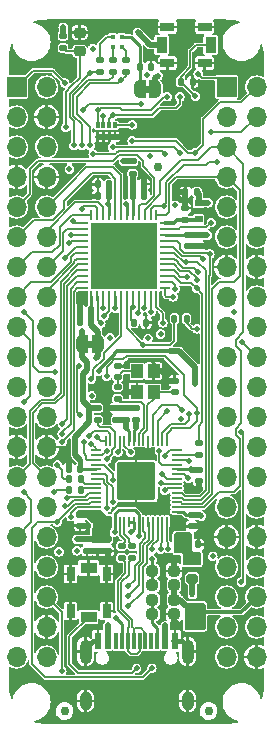
<source format=gbr>
G04 #@! TF.GenerationSoftware,KiCad,Pcbnew,(6.0.5)*
G04 #@! TF.CreationDate,2022-12-13T18:03:46-08:00*
G04 #@! TF.ProjectId,pico-ice,7069636f-2d69-4636-952e-6b696361645f,REV1*
G04 #@! TF.SameCoordinates,Original*
G04 #@! TF.FileFunction,Copper,L1,Top*
G04 #@! TF.FilePolarity,Positive*
%FSLAX46Y46*%
G04 Gerber Fmt 4.6, Leading zero omitted, Abs format (unit mm)*
G04 Created by KiCad (PCBNEW (6.0.5)) date 2022-12-13 18:03:46*
%MOMM*%
%LPD*%
G01*
G04 APERTURE LIST*
G04 Aperture macros list*
%AMRoundRect*
0 Rectangle with rounded corners*
0 $1 Rounding radius*
0 $2 $3 $4 $5 $6 $7 $8 $9 X,Y pos of 4 corners*
0 Add a 4 corners polygon primitive as box body*
4,1,4,$2,$3,$4,$5,$6,$7,$8,$9,$2,$3,0*
0 Add four circle primitives for the rounded corners*
1,1,$1+$1,$2,$3*
1,1,$1+$1,$4,$5*
1,1,$1+$1,$6,$7*
1,1,$1+$1,$8,$9*
0 Add four rect primitives between the rounded corners*
20,1,$1+$1,$2,$3,$4,$5,0*
20,1,$1+$1,$4,$5,$6,$7,0*
20,1,$1+$1,$6,$7,$8,$9,0*
20,1,$1+$1,$8,$9,$2,$3,0*%
%AMFreePoly0*
4,1,22,0.500000,-0.750000,0.000000,-0.750000,0.000000,-0.745033,-0.079941,-0.743568,-0.215256,-0.701293,-0.333266,-0.622738,-0.424486,-0.514219,-0.481581,-0.384460,-0.499164,-0.250000,-0.500000,-0.250000,-0.500000,0.250000,-0.499164,0.250000,-0.499963,0.256109,-0.478152,0.396186,-0.417904,0.524511,-0.324060,0.630769,-0.204165,0.706417,-0.067858,0.745374,0.000000,0.744959,0.000000,0.750000,
0.500000,0.750000,0.500000,-0.750000,0.500000,-0.750000,$1*%
%AMFreePoly1*
4,1,20,0.000000,0.744959,0.073905,0.744508,0.209726,0.703889,0.328688,0.626782,0.421226,0.519385,0.479903,0.390333,0.500000,0.250000,0.500000,-0.250000,0.499851,-0.262216,0.476331,-0.402017,0.414519,-0.529596,0.319384,-0.634700,0.198574,-0.708877,0.061801,-0.746166,0.000000,-0.745033,0.000000,-0.750000,-0.500000,-0.750000,-0.500000,0.750000,0.000000,0.750000,0.000000,0.744959,
0.000000,0.744959,$1*%
G04 Aperture macros list end*
G04 #@! TA.AperFunction,SMDPad,CuDef*
%ADD10RoundRect,0.135000X0.185000X-0.135000X0.185000X0.135000X-0.185000X0.135000X-0.185000X-0.135000X0*%
G04 #@! TD*
G04 #@! TA.AperFunction,SMDPad,CuDef*
%ADD11RoundRect,0.140000X0.170000X-0.140000X0.170000X0.140000X-0.170000X0.140000X-0.170000X-0.140000X0*%
G04 #@! TD*
G04 #@! TA.AperFunction,SMDPad,CuDef*
%ADD12RoundRect,0.200000X-0.275000X0.200000X-0.275000X-0.200000X0.275000X-0.200000X0.275000X0.200000X0*%
G04 #@! TD*
G04 #@! TA.AperFunction,SMDPad,CuDef*
%ADD13RoundRect,0.140000X0.140000X0.170000X-0.140000X0.170000X-0.140000X-0.170000X0.140000X-0.170000X0*%
G04 #@! TD*
G04 #@! TA.AperFunction,SMDPad,CuDef*
%ADD14RoundRect,0.140000X-0.170000X0.140000X-0.170000X-0.140000X0.170000X-0.140000X0.170000X0.140000X0*%
G04 #@! TD*
G04 #@! TA.AperFunction,SMDPad,CuDef*
%ADD15RoundRect,0.218750X-0.256250X0.218750X-0.256250X-0.218750X0.256250X-0.218750X0.256250X0.218750X0*%
G04 #@! TD*
G04 #@! TA.AperFunction,SMDPad,CuDef*
%ADD16RoundRect,0.135000X-0.135000X-0.185000X0.135000X-0.185000X0.135000X0.185000X-0.135000X0.185000X0*%
G04 #@! TD*
G04 #@! TA.AperFunction,SMDPad,CuDef*
%ADD17RoundRect,0.140000X-0.140000X-0.170000X0.140000X-0.170000X0.140000X0.170000X-0.140000X0.170000X0*%
G04 #@! TD*
G04 #@! TA.AperFunction,SMDPad,CuDef*
%ADD18R,0.950000X1.400000*%
G04 #@! TD*
G04 #@! TA.AperFunction,SMDPad,CuDef*
%ADD19R,1.150000X0.750000*%
G04 #@! TD*
G04 #@! TA.AperFunction,SMDPad,CuDef*
%ADD20RoundRect,0.237500X0.250000X0.237500X-0.250000X0.237500X-0.250000X-0.237500X0.250000X-0.237500X0*%
G04 #@! TD*
G04 #@! TA.AperFunction,SMDPad,CuDef*
%ADD21R,0.600000X1.450000*%
G04 #@! TD*
G04 #@! TA.AperFunction,SMDPad,CuDef*
%ADD22R,0.300000X1.450000*%
G04 #@! TD*
G04 #@! TA.AperFunction,ComponentPad*
%ADD23O,1.000000X2.100000*%
G04 #@! TD*
G04 #@! TA.AperFunction,ComponentPad*
%ADD24O,1.000000X1.600000*%
G04 #@! TD*
G04 #@! TA.AperFunction,SMDPad,CuDef*
%ADD25RoundRect,0.135000X-0.185000X0.135000X-0.185000X-0.135000X0.185000X-0.135000X0.185000X0.135000X0*%
G04 #@! TD*
G04 #@! TA.AperFunction,SMDPad,CuDef*
%ADD26FreePoly0,0.000000*%
G04 #@! TD*
G04 #@! TA.AperFunction,SMDPad,CuDef*
%ADD27FreePoly1,0.000000*%
G04 #@! TD*
G04 #@! TA.AperFunction,ComponentPad*
%ADD28R,1.700000X1.700000*%
G04 #@! TD*
G04 #@! TA.AperFunction,ComponentPad*
%ADD29O,1.700000X1.700000*%
G04 #@! TD*
G04 #@! TA.AperFunction,SMDPad,CuDef*
%ADD30RoundRect,0.237500X-0.250000X-0.237500X0.250000X-0.237500X0.250000X0.237500X-0.250000X0.237500X0*%
G04 #@! TD*
G04 #@! TA.AperFunction,SMDPad,CuDef*
%ADD31R,0.450000X0.600000*%
G04 #@! TD*
G04 #@! TA.AperFunction,SMDPad,CuDef*
%ADD32R,0.430000X0.430000*%
G04 #@! TD*
G04 #@! TA.AperFunction,SMDPad,CuDef*
%ADD33C,0.750000*%
G04 #@! TD*
G04 #@! TA.AperFunction,SMDPad,CuDef*
%ADD34R,1.400000X0.950000*%
G04 #@! TD*
G04 #@! TA.AperFunction,SMDPad,CuDef*
%ADD35R,0.750000X1.150000*%
G04 #@! TD*
G04 #@! TA.AperFunction,SMDPad,CuDef*
%ADD36R,0.320000X0.500000*%
G04 #@! TD*
G04 #@! TA.AperFunction,SMDPad,CuDef*
%ADD37RoundRect,0.050000X0.387500X0.050000X-0.387500X0.050000X-0.387500X-0.050000X0.387500X-0.050000X0*%
G04 #@! TD*
G04 #@! TA.AperFunction,SMDPad,CuDef*
%ADD38RoundRect,0.050000X0.050000X0.387500X-0.050000X0.387500X-0.050000X-0.387500X0.050000X-0.387500X0*%
G04 #@! TD*
G04 #@! TA.AperFunction,ComponentPad*
%ADD39C,0.600000*%
G04 #@! TD*
G04 #@! TA.AperFunction,SMDPad,CuDef*
%ADD40RoundRect,0.144000X1.456000X1.456000X-1.456000X1.456000X-1.456000X-1.456000X1.456000X-1.456000X0*%
G04 #@! TD*
G04 #@! TA.AperFunction,SMDPad,CuDef*
%ADD41R,1.000000X1.150000*%
G04 #@! TD*
G04 #@! TA.AperFunction,SMDPad,CuDef*
%ADD42R,0.700000X0.600000*%
G04 #@! TD*
G04 #@! TA.AperFunction,SMDPad,CuDef*
%ADD43RoundRect,0.062500X0.062500X-0.375000X0.062500X0.375000X-0.062500X0.375000X-0.062500X-0.375000X0*%
G04 #@! TD*
G04 #@! TA.AperFunction,SMDPad,CuDef*
%ADD44RoundRect,0.062500X0.375000X-0.062500X0.375000X0.062500X-0.375000X0.062500X-0.375000X-0.062500X0*%
G04 #@! TD*
G04 #@! TA.AperFunction,SMDPad,CuDef*
%ADD45R,5.600000X5.600000*%
G04 #@! TD*
G04 #@! TA.AperFunction,ViaPad*
%ADD46C,0.508000*%
G04 #@! TD*
G04 #@! TA.AperFunction,Conductor*
%ADD47C,0.508000*%
G04 #@! TD*
G04 #@! TA.AperFunction,Conductor*
%ADD48C,0.406400*%
G04 #@! TD*
G04 #@! TA.AperFunction,Conductor*
%ADD49C,0.254000*%
G04 #@! TD*
G04 #@! TA.AperFunction,Conductor*
%ADD50C,0.381000*%
G04 #@! TD*
G04 #@! TA.AperFunction,Conductor*
%ADD51C,0.304800*%
G04 #@! TD*
G04 #@! TA.AperFunction,Conductor*
%ADD52C,0.152400*%
G04 #@! TD*
G04 APERTURE END LIST*
G36*
X68703000Y-102077800D02*
G01*
X68203000Y-102077800D01*
X68203000Y-101477800D01*
X68703000Y-101477800D01*
X68703000Y-102077800D01*
G37*
G36*
X73579800Y-80487800D02*
G01*
X73079800Y-80487800D01*
X73079800Y-79887800D01*
X73579800Y-79887800D01*
X73579800Y-80487800D01*
G37*
D10*
X69265800Y-78767400D03*
X69265800Y-77747400D03*
D11*
X72364600Y-108176000D03*
X72364600Y-107216000D03*
D12*
X77114400Y-119977400D03*
X77114400Y-121627400D03*
D13*
X68526600Y-98933000D03*
X67566600Y-98933000D03*
D14*
X77063600Y-116258400D03*
X77063600Y-117218400D03*
X69977000Y-118315800D03*
X69977000Y-119275800D03*
D13*
X68526600Y-99898200D03*
X67566600Y-99898200D03*
D15*
X67564000Y-75412500D03*
X67564000Y-76987500D03*
D13*
X67637600Y-112318800D03*
X66677600Y-112318800D03*
X70076000Y-88265000D03*
X69116000Y-88265000D03*
D16*
X75600718Y-99618800D03*
X76620718Y-99618800D03*
D13*
X70076000Y-89204800D03*
X69116000Y-89204800D03*
D17*
X76659800Y-118745000D03*
X77619800Y-118745000D03*
D11*
X71501000Y-108176000D03*
X71501000Y-107216000D03*
D18*
X74506000Y-76454000D03*
X78656000Y-76454000D03*
D19*
X75006000Y-74929000D03*
X75006000Y-77979000D03*
X78156000Y-74929000D03*
X78156000Y-77979000D03*
D10*
X72034400Y-119890000D03*
X72034400Y-118870000D03*
D20*
X75563100Y-122199400D03*
X73738100Y-122199400D03*
D10*
X71126401Y-119890000D03*
X71126401Y-118870000D03*
D14*
X68199000Y-118315800D03*
X68199000Y-119275800D03*
X67614800Y-116182200D03*
X67614800Y-117142200D03*
D10*
X71475600Y-78767400D03*
X71475600Y-77747400D03*
D14*
X77683518Y-92542871D03*
X77683518Y-93502871D03*
D16*
X72169718Y-99957071D03*
X73189718Y-99957071D03*
D21*
X69140000Y-126892000D03*
X69940000Y-126892000D03*
D22*
X71140000Y-126892000D03*
X72140000Y-126892000D03*
X72640000Y-126892000D03*
X73640000Y-126892000D03*
D21*
X74840000Y-126892000D03*
X75640000Y-126892000D03*
X75640000Y-126892000D03*
X74840000Y-126892000D03*
D22*
X74140000Y-126892000D03*
X73140000Y-126892000D03*
X71640000Y-126892000D03*
X70640000Y-126892000D03*
D21*
X69940000Y-126892000D03*
X69140000Y-126892000D03*
D23*
X76710000Y-127807000D03*
D24*
X68070000Y-131987000D03*
X76710000Y-131987000D03*
D23*
X68070000Y-127807000D03*
D11*
X75615800Y-105839200D03*
X75615800Y-104879200D03*
D25*
X77673200Y-110157800D03*
X77673200Y-111177800D03*
D26*
X67803000Y-101777800D03*
D27*
X69103000Y-101777800D03*
D28*
X80010000Y-80010000D03*
D29*
X82550000Y-80010000D03*
X80010000Y-82550000D03*
X82550000Y-82550000D03*
X80010000Y-85090000D03*
X82550000Y-85090000D03*
X80010000Y-87630000D03*
X82550000Y-87630000D03*
X80010000Y-90170000D03*
X82550000Y-90170000D03*
X80010000Y-92710000D03*
X82550000Y-92710000D03*
X80010000Y-95250000D03*
X82550000Y-95250000D03*
X80010000Y-97790000D03*
X82550000Y-97790000D03*
X80010000Y-100330000D03*
X82550000Y-100330000D03*
X80010000Y-102870000D03*
X82550000Y-102870000D03*
X80010000Y-105410000D03*
X82550000Y-105410000D03*
X80010000Y-107950000D03*
X82550000Y-107950000D03*
X80010000Y-110490000D03*
X82550000Y-110490000D03*
X80010000Y-113030000D03*
X82550000Y-113030000D03*
X80010000Y-115570000D03*
X82550000Y-115570000D03*
X80010000Y-118110000D03*
X82550000Y-118110000D03*
X80010000Y-120650000D03*
X82550000Y-120650000D03*
X80010000Y-123190000D03*
X82550000Y-123190000D03*
X80010000Y-125730000D03*
X82550000Y-125730000D03*
X80010000Y-128270000D03*
X82550000Y-128270000D03*
D30*
X73736200Y-124637800D03*
X75561200Y-124637800D03*
D31*
X77114400Y-122902000D03*
X77114400Y-125002000D03*
D14*
X77673200Y-112397600D03*
X77673200Y-113357600D03*
D32*
X71124000Y-75815000D03*
X71124000Y-76585000D03*
X70354000Y-76585000D03*
X70354000Y-75815000D03*
D11*
X70637400Y-108176000D03*
X70637400Y-107216000D03*
D10*
X66167000Y-76710000D03*
X66167000Y-75690000D03*
D11*
X76454000Y-91236800D03*
X76454000Y-90276800D03*
D10*
X69113400Y-108206000D03*
X69113400Y-107186000D03*
D16*
X66645600Y-114122200D03*
X67665600Y-114122200D03*
D28*
X62230000Y-80010000D03*
D29*
X64770000Y-80010000D03*
X62230000Y-82550000D03*
X64770000Y-82550000D03*
X62230000Y-85090000D03*
X64770000Y-85090000D03*
X62230000Y-87630000D03*
X64770000Y-87630000D03*
X62230000Y-90170000D03*
X64770000Y-90170000D03*
X62230000Y-92710000D03*
X64770000Y-92710000D03*
X62230000Y-95250000D03*
X64770000Y-95250000D03*
X62230000Y-97790000D03*
X64770000Y-97790000D03*
X62230000Y-100330000D03*
X64770000Y-100330000D03*
X62230000Y-102870000D03*
X64770000Y-102870000D03*
X62230000Y-105410000D03*
X64770000Y-105410000D03*
X62230000Y-107950000D03*
X64770000Y-107950000D03*
X62230000Y-110490000D03*
X64770000Y-110490000D03*
X62230000Y-113030000D03*
X64770000Y-113030000D03*
X62230000Y-115570000D03*
X64770000Y-115570000D03*
X62230000Y-118110000D03*
X64770000Y-118110000D03*
X62230000Y-120650000D03*
X64770000Y-120650000D03*
X62230000Y-123190000D03*
X64770000Y-123190000D03*
X62230000Y-125730000D03*
X64770000Y-125730000D03*
X62230000Y-128270000D03*
X64770000Y-128270000D03*
D33*
X78486000Y-132842000D03*
D17*
X72085200Y-89204800D03*
X73045200Y-89204800D03*
D34*
X68326000Y-120734000D03*
X68326000Y-124884000D03*
D35*
X69851000Y-121234000D03*
X66801000Y-121234000D03*
X66801000Y-124384000D03*
X69851000Y-124384000D03*
D10*
X70358000Y-78767400D03*
X70358000Y-77747400D03*
D36*
X69084918Y-84251871D03*
X69584918Y-84251871D03*
X70084918Y-84251871D03*
X70584918Y-84251871D03*
X70584918Y-83251871D03*
X70084918Y-83251871D03*
X69584918Y-83251871D03*
X69084918Y-83251871D03*
D16*
X76121800Y-79552800D03*
X77141800Y-79552800D03*
D37*
X75802100Y-115985600D03*
X75802100Y-115585600D03*
X75802100Y-115185600D03*
X75802100Y-114785600D03*
X75802100Y-114385600D03*
X75802100Y-113985600D03*
X75802100Y-113585600D03*
X75802100Y-113185600D03*
X75802100Y-112785600D03*
X75802100Y-112385600D03*
X75802100Y-111985600D03*
X75802100Y-111585600D03*
X75802100Y-111185600D03*
X75802100Y-110785600D03*
D38*
X74964600Y-109948100D03*
X74564600Y-109948100D03*
X74164600Y-109948100D03*
X73764600Y-109948100D03*
X73364600Y-109948100D03*
X72964600Y-109948100D03*
X72564600Y-109948100D03*
X72164600Y-109948100D03*
X71764600Y-109948100D03*
X71364600Y-109948100D03*
X70964600Y-109948100D03*
X70564600Y-109948100D03*
X70164600Y-109948100D03*
X69764600Y-109948100D03*
D37*
X68927100Y-110785600D03*
X68927100Y-111185600D03*
X68927100Y-111585600D03*
X68927100Y-111985600D03*
X68927100Y-112385600D03*
X68927100Y-112785600D03*
X68927100Y-113185600D03*
X68927100Y-113585600D03*
X68927100Y-113985600D03*
X68927100Y-114385600D03*
X68927100Y-114785600D03*
X68927100Y-115185600D03*
X68927100Y-115585600D03*
X68927100Y-115985600D03*
D38*
X69764600Y-116823100D03*
X70164600Y-116823100D03*
X70564600Y-116823100D03*
X70964600Y-116823100D03*
X71364600Y-116823100D03*
X71764600Y-116823100D03*
X72164600Y-116823100D03*
X72564600Y-116823100D03*
X72964600Y-116823100D03*
X73364600Y-116823100D03*
X73764600Y-116823100D03*
X74164600Y-116823100D03*
X74564600Y-116823100D03*
X74964600Y-116823100D03*
D39*
X72364600Y-113385600D03*
X73639600Y-114660600D03*
X71089600Y-112110600D03*
X72364600Y-114660600D03*
X71089600Y-114660600D03*
D40*
X72364600Y-113385600D03*
D39*
X71089600Y-113385600D03*
X73639600Y-113385600D03*
X72364600Y-112110600D03*
X73639600Y-112110600D03*
D20*
X75563100Y-123418600D03*
X73738100Y-123418600D03*
D33*
X74203718Y-86749071D03*
D10*
X72070118Y-87335271D03*
X72070118Y-86315271D03*
D41*
X72426600Y-104077800D03*
X72426600Y-105827800D03*
X73826600Y-105827800D03*
X73826600Y-104077800D03*
D42*
X77647800Y-91225600D03*
X77647800Y-89825600D03*
D43*
X68573200Y-97722300D03*
X69073200Y-97722300D03*
X69573200Y-97722300D03*
X70073200Y-97722300D03*
X70573200Y-97722300D03*
X71073200Y-97722300D03*
X71573200Y-97722300D03*
X72073200Y-97722300D03*
X72573200Y-97722300D03*
X73073200Y-97722300D03*
X73573200Y-97722300D03*
X74073200Y-97722300D03*
D44*
X74760700Y-97034800D03*
X74760700Y-96534800D03*
X74760700Y-96034800D03*
X74760700Y-95534800D03*
X74760700Y-95034800D03*
X74760700Y-94534800D03*
X74760700Y-94034800D03*
X74760700Y-93534800D03*
X74760700Y-93034800D03*
X74760700Y-92534800D03*
X74760700Y-92034800D03*
X74760700Y-91534800D03*
D43*
X74073200Y-90847300D03*
X73573200Y-90847300D03*
X73073200Y-90847300D03*
X72573200Y-90847300D03*
X72073200Y-90847300D03*
X71573200Y-90847300D03*
X71073200Y-90847300D03*
X70573200Y-90847300D03*
X70073200Y-90847300D03*
X69573200Y-90847300D03*
X69073200Y-90847300D03*
X68573200Y-90847300D03*
D44*
X67885700Y-91534800D03*
X67885700Y-92034800D03*
X67885700Y-92534800D03*
X67885700Y-93034800D03*
X67885700Y-93534800D03*
X67885700Y-94034800D03*
X67885700Y-94534800D03*
X67885700Y-95034800D03*
X67885700Y-95534800D03*
X67885700Y-96034800D03*
X67885700Y-96534800D03*
X67885700Y-97034800D03*
D45*
X71323200Y-94284800D03*
D13*
X77492800Y-88900000D03*
X76532800Y-88900000D03*
D14*
X69088000Y-118315800D03*
X69088000Y-119275800D03*
D11*
X70789800Y-104569200D03*
X70789800Y-103609200D03*
D17*
X72062400Y-88239600D03*
X73022400Y-88239600D03*
D16*
X66647600Y-113207800D03*
X67667600Y-113207800D03*
D10*
X70789800Y-106428000D03*
X70789800Y-105408000D03*
D30*
X73738100Y-120980200D03*
X75563100Y-120980200D03*
D14*
X76718318Y-92542871D03*
X76718318Y-93502871D03*
D33*
X66294000Y-132842000D03*
D26*
X72679800Y-80187800D03*
D27*
X73979800Y-80187800D03*
D17*
X72672000Y-78282800D03*
X73632000Y-78282800D03*
D46*
X77912118Y-79764071D03*
X78394718Y-93508071D03*
X68453000Y-89204800D03*
X68300600Y-117144800D03*
X69860318Y-100566671D03*
X66675000Y-111607600D03*
X74828400Y-104927400D03*
X69977000Y-120065800D03*
X77073918Y-74912671D03*
X76728469Y-97213871D03*
X68920518Y-95046403D03*
X71551800Y-105841800D03*
X70368318Y-95046403D03*
X67574318Y-97899671D03*
X75565000Y-120015000D03*
X75829318Y-88755671D03*
X68920518Y-91879871D03*
X74965718Y-78824271D03*
X68920518Y-93463137D03*
X69864720Y-107213400D03*
X72852500Y-87384071D03*
X70368318Y-91879871D03*
X71257318Y-84259871D03*
X77851000Y-117221000D03*
X68920518Y-96629671D03*
X68564918Y-75268271D03*
X70368318Y-93463137D03*
X73517918Y-75344471D03*
X75920600Y-125603000D03*
X70368318Y-95918471D03*
X77673200Y-114071400D03*
X69199918Y-104071871D03*
X75946000Y-118110000D03*
X75946000Y-118745000D03*
X77343000Y-105156000D03*
X68666518Y-76766871D03*
X72476518Y-75369871D03*
X77851000Y-116332000D03*
X72364600Y-108864400D03*
X78838589Y-119731600D03*
X66710718Y-86952271D03*
X69087500Y-117551200D03*
X69875400Y-117703600D03*
X67802918Y-100642871D03*
X68387118Y-107196071D03*
X75651518Y-90025671D03*
X67640200Y-111582200D03*
X78394718Y-92542871D03*
X71917928Y-117712403D03*
X74203718Y-79052871D03*
X78445998Y-89822471D03*
X67335400Y-118313200D03*
X67335400Y-119278400D03*
X69961918Y-89949471D03*
X76962000Y-112395000D03*
X68935600Y-116484400D03*
X66177318Y-74938071D03*
X70561200Y-117678200D03*
X72567800Y-118059200D03*
X71501000Y-108864400D03*
X70820636Y-110927236D03*
X71886882Y-110949835D03*
X75082400Y-119100600D03*
X71704200Y-122301000D03*
X71704200Y-123126500D03*
X71704200Y-123952000D03*
X73736200Y-119151400D03*
X74422000Y-119126000D03*
X73365518Y-101303271D03*
X68580000Y-106146600D03*
X71282718Y-86317271D03*
X70586600Y-98755200D03*
X71536718Y-89924071D03*
X73517918Y-85860071D03*
X74432318Y-100922271D03*
X73289318Y-79002071D03*
X72953682Y-101831235D03*
X70114318Y-101227071D03*
X66405918Y-83421671D03*
X69872691Y-111535443D03*
X65821718Y-119362671D03*
X66065400Y-129463800D03*
X65695218Y-111996671D03*
X67741800Y-90322400D03*
X77607318Y-78900471D03*
X67828318Y-81948471D03*
X72755918Y-81440471D03*
X76794518Y-111717271D03*
X76642118Y-96070871D03*
X76073000Y-85616389D03*
X70358000Y-85115400D03*
X78699518Y-83828071D03*
X77480318Y-97061471D03*
X69580918Y-82481871D03*
X66304318Y-79662471D03*
X70393718Y-82405671D03*
X76057918Y-80830871D03*
X74610118Y-99982471D03*
X68717318Y-85700100D03*
X72019318Y-83218471D03*
X75499118Y-97772671D03*
X74803000Y-85699600D03*
X77378718Y-80780071D03*
X73029900Y-98687071D03*
X65440718Y-114308071D03*
X68920518Y-102928871D03*
X72019318Y-84564671D03*
X77347882Y-85560707D03*
X74838718Y-111285471D03*
X75651518Y-97086871D03*
X74330718Y-110802871D03*
X69098318Y-81948471D03*
X74965718Y-80830871D03*
X77480318Y-96375671D03*
X78590616Y-94154032D03*
X76616218Y-94827623D03*
X79182118Y-86342671D03*
X74787918Y-114155671D03*
X74686318Y-90076471D03*
X78724918Y-91491300D03*
X74483118Y-113520671D03*
X78013718Y-94572271D03*
X74508518Y-112758671D03*
X76769118Y-113139671D03*
X77632718Y-95664471D03*
X68395079Y-109568193D03*
X69072918Y-109659871D03*
X68564918Y-110244071D03*
X69850500Y-110797362D03*
X67903058Y-110102527D03*
X70383400Y-113258600D03*
X70358000Y-115163600D03*
X69875400Y-115646200D03*
X66863118Y-116390871D03*
X69367400Y-100025200D03*
X69570600Y-98704400D03*
X69646800Y-99390200D03*
X68564918Y-104732271D03*
X72529900Y-99169671D03*
X73634696Y-99044617D03*
X66116200Y-108534200D03*
X66101618Y-109355071D03*
X62835287Y-114318840D03*
X66101618Y-110040871D03*
X70637400Y-124942600D03*
X73736200Y-120015000D03*
X66504835Y-114838788D03*
X77497340Y-100490471D03*
X74828400Y-125603000D03*
X77825600Y-125704600D03*
X69951600Y-125603000D03*
X77114400Y-125704600D03*
X76784200Y-123926600D03*
X72390000Y-129235200D03*
X73685400Y-129235200D03*
X65669318Y-116848071D03*
X67767200Y-84963000D03*
X66863118Y-92514871D03*
X62847987Y-99066141D03*
X77497340Y-107653271D03*
X69885718Y-104478271D03*
X65491518Y-104148071D03*
X67081400Y-84963000D03*
X76210318Y-107399271D03*
X66685318Y-93251471D03*
X80655318Y-99068071D03*
X68463318Y-78849671D03*
X66329718Y-94470671D03*
X71054118Y-79459271D03*
X81315718Y-101633471D03*
X76819918Y-107678671D03*
X68453000Y-84963000D03*
X67020954Y-91377307D03*
X75004363Y-107424171D03*
X62849918Y-106688071D03*
X81264918Y-121928071D03*
X76167671Y-108110971D03*
X81264918Y-109228071D03*
X66304318Y-115501871D03*
X67624618Y-107754871D03*
X72073200Y-98661671D03*
X67548912Y-103640077D03*
D47*
X76532800Y-88900000D02*
X75973647Y-88900000D01*
X73045200Y-88262400D02*
X73022400Y-88239600D01*
X72364600Y-107216000D02*
X71501000Y-107216000D01*
D48*
X76710000Y-127383000D02*
X76710000Y-127807000D01*
D49*
X73826600Y-103339153D02*
X73826600Y-104077800D01*
D47*
X75561200Y-124637800D02*
X75561200Y-125243600D01*
X71501000Y-107216000D02*
X70637400Y-107216000D01*
D49*
X71262789Y-103609200D02*
X71765318Y-103106671D01*
D47*
X76454000Y-90276800D02*
X76454000Y-88978800D01*
D48*
X69140000Y-126892000D02*
X68688000Y-126892000D01*
D47*
X77683518Y-93502871D02*
X78389518Y-93502871D01*
D48*
X68688000Y-126892000D02*
X68070000Y-127510000D01*
D47*
X77063600Y-117218400D02*
X77848400Y-117218400D01*
D48*
X75640000Y-126892000D02*
X76219000Y-126892000D01*
D47*
X77673200Y-113357600D02*
X77673200Y-114071400D01*
X69977000Y-119275800D02*
X69977000Y-120065800D01*
D49*
X71765318Y-103106671D02*
X73594118Y-103106671D01*
D47*
X67614800Y-117142200D02*
X68298000Y-117142200D01*
X67566600Y-97907389D02*
X67574318Y-97899671D01*
X69084918Y-84251871D02*
X70584918Y-84251871D01*
X74828400Y-104368600D02*
X74828400Y-104927400D01*
X72426600Y-105827800D02*
X71565800Y-105827800D01*
X69867320Y-107216000D02*
X69864720Y-107213400D01*
X75973647Y-88900000D02*
X75829318Y-88755671D01*
X73022400Y-88239600D02*
X73022400Y-87553971D01*
X69977000Y-119275800D02*
X69088000Y-119275800D01*
X75563100Y-120980200D02*
X75563100Y-120016900D01*
X73022400Y-87553971D02*
X72852500Y-87384071D01*
X73826600Y-104077800D02*
X74537600Y-104077800D01*
X67566600Y-98933000D02*
X67566600Y-97907389D01*
X66677600Y-112318800D02*
X66677600Y-111610200D01*
D49*
X73594118Y-103106671D02*
X73826600Y-103339153D01*
D47*
X78389518Y-93502871D02*
X78394718Y-93508071D01*
X66677600Y-111610200D02*
X66675000Y-111607600D01*
X76454000Y-88978800D02*
X76532800Y-88900000D01*
X75563100Y-120016900D02*
X75565000Y-120015000D01*
X75561200Y-125243600D02*
X75920600Y-125603000D01*
X70637400Y-107216000D02*
X69867320Y-107216000D01*
X77848400Y-117218400D02*
X77851000Y-117221000D01*
X74876600Y-104879200D02*
X74828400Y-104927400D01*
X69088000Y-119275800D02*
X68199000Y-119275800D01*
D48*
X68070000Y-127510000D02*
X68070000Y-127807000D01*
D47*
X71565800Y-105827800D02*
X71551800Y-105841800D01*
D49*
X70789800Y-103609200D02*
X71262789Y-103609200D01*
D48*
X76219000Y-126892000D02*
X76710000Y-127383000D01*
D47*
X71249318Y-84251871D02*
X71257318Y-84259871D01*
X73045200Y-89204800D02*
X73045200Y-88262400D01*
X70584918Y-84251871D02*
X71249318Y-84251871D01*
X67566600Y-99898200D02*
X67566600Y-98933000D01*
X74537600Y-104077800D02*
X74828400Y-104368600D01*
D50*
X69116000Y-89204800D02*
X68453000Y-89204800D01*
D47*
X68298000Y-117142200D02*
X68300600Y-117144800D01*
X76718318Y-93502871D02*
X77683518Y-93502871D01*
X75615800Y-104879200D02*
X74876600Y-104879200D01*
X77343000Y-105156000D02*
X77343000Y-104264753D01*
X77343000Y-104264753D02*
X77343000Y-103731353D01*
X76659800Y-119522800D02*
X76659800Y-118745000D01*
D51*
X70698518Y-102395471D02*
X70571518Y-102522471D01*
X75245118Y-102395471D02*
X70698518Y-102395471D01*
D47*
X77114400Y-119977400D02*
X76659800Y-119522800D01*
D49*
X69199918Y-103894071D02*
X69199918Y-104071871D01*
D47*
X76659800Y-118745000D02*
X75946000Y-118745000D01*
X76007118Y-102395471D02*
X75245118Y-102395471D01*
X77343000Y-103731353D02*
X76007118Y-102395471D01*
D49*
X70571518Y-102522471D02*
X69199918Y-103894071D01*
D52*
X72964600Y-109382000D02*
X73304400Y-109042200D01*
X75604400Y-105827800D02*
X75615800Y-105839200D01*
X72964600Y-109948100D02*
X72964600Y-109382000D01*
X73826600Y-105827800D02*
X75604400Y-105827800D01*
X73304400Y-109042200D02*
X73304400Y-106959400D01*
X73826600Y-106437200D02*
X73826600Y-105827800D01*
X73304400Y-106959400D02*
X73826600Y-106437200D01*
X72263000Y-106654600D02*
X72745600Y-106654600D01*
X72564600Y-109350200D02*
X72834500Y-109080300D01*
X72564600Y-109948100D02*
X72564600Y-109350200D01*
X71016400Y-106654600D02*
X70789800Y-106428000D01*
X72745600Y-106654600D02*
X72999600Y-106908600D01*
X72263000Y-106654600D02*
X71016400Y-106654600D01*
X72999600Y-108915200D02*
X72834500Y-109080300D01*
X72999600Y-106908600D02*
X72999600Y-108915200D01*
D47*
X67803000Y-101777800D02*
X67803000Y-100642953D01*
D49*
X76338447Y-115985600D02*
X76611247Y-116258400D01*
D47*
X69088000Y-118315800D02*
X69088000Y-117551700D01*
X66167000Y-75690000D02*
X66167000Y-74948389D01*
X73979800Y-79276789D02*
X74203718Y-79052871D01*
X67803000Y-101777800D02*
X67803000Y-102878153D01*
X77673200Y-112397600D02*
X76964600Y-112397600D01*
X66167000Y-74948389D02*
X66177318Y-74938071D01*
D50*
X67637600Y-112318800D02*
X67637600Y-111584800D01*
D47*
X69088000Y-117551700D02*
X69087500Y-117551200D01*
D49*
X72164600Y-109064400D02*
X72364600Y-108864400D01*
D50*
X67713800Y-112395000D02*
X67637600Y-112318800D01*
D47*
X67803000Y-100642953D02*
X67802918Y-100642871D01*
X68387118Y-107145271D02*
X68387118Y-108415271D01*
X73979800Y-80187800D02*
X73979800Y-79276789D01*
X68199000Y-118315800D02*
X67338000Y-118315800D01*
D49*
X69961918Y-89318882D02*
X70076000Y-89204800D01*
D47*
X77063600Y-116258400D02*
X77777400Y-116258400D01*
X68234718Y-103309871D02*
X68234718Y-103944871D01*
D49*
X72164600Y-116823100D02*
X72164600Y-117465731D01*
D47*
X68387118Y-108415271D02*
X67193318Y-109609071D01*
X77647800Y-89055000D02*
X77492800Y-88900000D01*
D49*
X68927100Y-112385600D02*
X67704400Y-112385600D01*
X76952600Y-112385600D02*
X76962000Y-112395000D01*
D47*
X69977000Y-118315800D02*
X69088000Y-118315800D01*
X77777400Y-116258400D02*
X77851000Y-116332000D01*
X68234718Y-103944871D02*
X67879118Y-104300471D01*
X77647800Y-89825600D02*
X78442869Y-89825600D01*
D49*
X72164600Y-116823100D02*
X71764600Y-116823100D01*
X74760700Y-92534800D02*
X76710247Y-92534800D01*
D47*
X73560647Y-76454000D02*
X72476518Y-75369871D01*
D49*
X72164600Y-117465731D02*
X71917928Y-117712403D01*
D47*
X67338000Y-118315800D02*
X67335400Y-118313200D01*
D49*
X69961918Y-89949471D02*
X69961918Y-89318882D01*
D47*
X67879118Y-106637271D02*
X68387118Y-107145271D01*
X70076000Y-88265000D02*
X70076000Y-89204800D01*
D49*
X72164600Y-109948100D02*
X72164600Y-109064400D01*
D47*
X69113400Y-107186000D02*
X68427847Y-107186000D01*
X67193318Y-109609071D02*
X67193318Y-111135318D01*
D49*
X75802100Y-112385600D02*
X76952600Y-112385600D01*
D47*
X68427847Y-107186000D02*
X68387118Y-107145271D01*
D49*
X70073200Y-90060753D02*
X69961918Y-89949471D01*
X67704400Y-112385600D02*
X67637600Y-112318800D01*
D47*
X77683518Y-92542871D02*
X78394718Y-92542871D01*
D49*
X76710247Y-92534800D02*
X76718318Y-92542871D01*
D47*
X74506000Y-76454000D02*
X73560647Y-76454000D01*
X67879118Y-105748271D02*
X67879118Y-106637271D01*
X76718318Y-92542871D02*
X77683518Y-92542871D01*
X67803000Y-102878153D02*
X68234718Y-103309871D01*
X67193318Y-111135318D02*
X67640200Y-111582200D01*
X77647800Y-89825600D02*
X77647800Y-89055000D01*
D49*
X76611247Y-116258400D02*
X77063600Y-116258400D01*
X75802100Y-115985600D02*
X76338447Y-115985600D01*
D47*
X69088000Y-118315800D02*
X68199000Y-118315800D01*
X72364600Y-108176000D02*
X72364600Y-108864400D01*
X67879118Y-104300471D02*
X67879118Y-105748271D01*
X76964600Y-112397600D02*
X76962000Y-112395000D01*
D49*
X70073200Y-90847300D02*
X70073200Y-90060753D01*
D50*
X67637600Y-111584800D02*
X67640200Y-111582200D01*
D47*
X78442869Y-89825600D02*
X78445998Y-89822471D01*
D49*
X72564600Y-118056000D02*
X72567800Y-118059200D01*
D47*
X70637400Y-108176000D02*
X71501000Y-108176000D01*
D49*
X72222518Y-115806671D02*
X72564600Y-116148753D01*
X70876318Y-115806671D02*
X72222518Y-115806671D01*
X72564600Y-116148753D02*
X72564600Y-116823100D01*
X72564600Y-116823100D02*
X72564600Y-118056000D01*
X70564600Y-117674800D02*
X70561200Y-117678200D01*
X70564600Y-116823100D02*
X70564600Y-117674800D01*
X70564600Y-116823100D02*
X70564600Y-116118389D01*
X70564600Y-116118389D02*
X70876318Y-115806671D01*
D47*
X71501000Y-108176000D02*
X71501000Y-108864400D01*
D49*
X71764600Y-109948100D02*
X71764600Y-109128000D01*
X71764600Y-109128000D02*
X71501000Y-108864400D01*
D52*
X70964600Y-109948100D02*
X70964600Y-110594600D01*
X70964600Y-110594600D02*
X70964600Y-110783272D01*
X70964600Y-110783272D02*
X70820636Y-110927236D01*
X71364600Y-110427553D02*
X71886882Y-110949835D01*
X71364600Y-109948100D02*
X71364600Y-110427553D01*
X74964600Y-116823100D02*
X74964600Y-117814400D01*
X75082400Y-119100600D02*
X75082400Y-118592600D01*
X74964600Y-118474800D02*
X75082400Y-118592600D01*
X74964600Y-117814400D02*
X74964600Y-118474800D01*
X72644000Y-120153948D02*
X72263000Y-120534948D01*
X72263000Y-120534948D02*
X72263000Y-121742200D01*
X73101200Y-117779800D02*
X73101200Y-118237000D01*
X72263000Y-121742200D02*
X71704200Y-122301000D01*
X72644000Y-118694200D02*
X72644000Y-120153948D01*
X73101200Y-118237000D02*
X72644000Y-118694200D01*
X72964600Y-116823100D02*
X72964600Y-117643200D01*
X72964600Y-117643200D02*
X73101200Y-117779800D01*
X72948800Y-118795800D02*
X72948800Y-120243600D01*
X72593200Y-120599200D02*
X72593200Y-122199400D01*
X71704200Y-123088400D02*
X71704200Y-123126500D01*
X72948800Y-120243600D02*
X72593200Y-120599200D01*
X73406000Y-118338600D02*
X72948800Y-118795800D01*
X73406000Y-118338600D02*
X73406000Y-116864500D01*
X73406000Y-116864500D02*
X73364600Y-116823100D01*
X72593200Y-122199400D02*
X71704200Y-123088400D01*
X73764600Y-116823100D02*
X73764600Y-118386400D01*
X72923400Y-120684835D02*
X72923400Y-122732800D01*
X72923400Y-122732800D02*
X71704200Y-123952000D01*
X73253600Y-118897400D02*
X73253600Y-120354635D01*
X73764600Y-118386400D02*
X73253600Y-118897400D01*
X73253600Y-120354635D02*
X72923400Y-120684835D01*
X74164600Y-118380852D02*
X74164600Y-116823100D01*
X73736200Y-119151400D02*
X73736200Y-118809252D01*
X73736200Y-118809252D02*
X74164600Y-118380852D01*
X74422000Y-119126000D02*
X74422000Y-118674600D01*
X74422000Y-118674600D02*
X74564600Y-118532000D01*
X74564600Y-116823100D02*
X74564600Y-118532000D01*
X71088885Y-124196041D02*
X71088885Y-121929959D01*
X71727085Y-121291759D02*
X71727085Y-120197315D01*
X72140000Y-126892000D02*
X72140000Y-126014600D01*
X72140000Y-125804499D02*
X72036685Y-125701184D01*
X72036685Y-125143841D02*
X71088885Y-124196041D01*
X72036685Y-125701184D02*
X72036685Y-125143841D01*
X71088885Y-121929959D02*
X71727085Y-121291759D01*
X72140000Y-126892000D02*
X72140000Y-125804499D01*
X72771000Y-125857000D02*
X73140000Y-126226000D01*
X72297600Y-125857000D02*
X72771000Y-125857000D01*
X72140000Y-126014600D02*
X72297600Y-125857000D01*
X71727085Y-120197315D02*
X72034400Y-119890000D01*
X73140000Y-126226000D02*
X73140000Y-126892000D01*
X71886600Y-128016000D02*
X72390000Y-128016000D01*
X71743315Y-125265359D02*
X70795515Y-124317559D01*
X71640000Y-125804499D02*
X71743315Y-125701184D01*
X71640000Y-126892000D02*
X71640000Y-127769400D01*
X71433715Y-120197315D02*
X71126401Y-119890000D01*
X70795515Y-124317559D02*
X70795515Y-121808441D01*
X71743315Y-125701184D02*
X71743315Y-125265359D01*
X71640000Y-126892000D02*
X71640000Y-125804499D01*
X72390000Y-128016000D02*
X72640000Y-127766000D01*
X71433715Y-121170241D02*
X71433715Y-120197315D01*
X72640000Y-127766000D02*
X72640000Y-126892000D01*
X71640000Y-127769400D02*
X71886600Y-128016000D01*
X70795515Y-121808441D02*
X71433715Y-121170241D01*
X70789800Y-104569200D02*
X70789800Y-105408000D01*
X71281200Y-104077800D02*
X70789800Y-104569200D01*
X72426600Y-104077800D02*
X71281200Y-104077800D01*
D47*
X72070118Y-86315271D02*
X71284718Y-86315271D01*
X71284718Y-86315271D02*
X71282718Y-86317271D01*
D49*
X71573200Y-89960553D02*
X71536718Y-89924071D01*
X71573200Y-90847300D02*
X71573200Y-89960553D01*
X70586600Y-97735700D02*
X70573200Y-97722300D01*
X70586600Y-98755200D02*
X70586600Y-97735700D01*
X71928800Y-75815000D02*
X72672000Y-76558200D01*
X72672000Y-76558200D02*
X72672000Y-78282800D01*
X72672000Y-78282800D02*
X72672000Y-80180000D01*
X72672000Y-80180000D02*
X72679800Y-80187800D01*
X71124000Y-75815000D02*
X71928800Y-75815000D01*
D47*
X72070118Y-88231882D02*
X72062400Y-88239600D01*
X72062400Y-89182000D02*
X72085200Y-89204800D01*
X72070118Y-87335271D02*
X72070118Y-88231882D01*
D49*
X72073200Y-89216800D02*
X72085200Y-89204800D01*
X72073200Y-90847300D02*
X72073200Y-89216800D01*
D47*
X72062400Y-88239600D02*
X72062400Y-89182000D01*
D52*
X71475600Y-76936600D02*
X71124000Y-76585000D01*
X71475600Y-77747400D02*
X71475600Y-76936600D01*
X70354000Y-76585000D02*
X70354000Y-77743400D01*
X70354000Y-77743400D02*
X70358000Y-77747400D01*
X67564000Y-79240989D02*
X66837718Y-79967271D01*
X66837718Y-79967271D02*
X66405918Y-80399071D01*
X75250554Y-101831235D02*
X75600718Y-101481071D01*
X66405918Y-81186471D02*
X66405918Y-83421671D01*
X75600718Y-101481071D02*
X75600718Y-99618800D01*
X72953682Y-101831235D02*
X71573200Y-100450753D01*
X66405918Y-80399071D02*
X66405918Y-81186471D01*
X67564000Y-76987500D02*
X67564000Y-79240989D01*
X67564000Y-76987500D02*
X66444500Y-76987500D01*
X66444500Y-76987500D02*
X66167000Y-76710000D01*
X71573200Y-100450753D02*
X71573200Y-97722300D01*
X75250554Y-101831235D02*
X72953682Y-101831235D01*
X70307200Y-111100934D02*
X69872691Y-111535443D01*
X70564600Y-110486600D02*
X70307200Y-110744000D01*
X69113400Y-108635800D02*
X69113400Y-108206000D01*
X64770000Y-123190000D02*
X66065400Y-124485400D01*
X70564600Y-109248800D02*
X70154800Y-108839000D01*
X70564600Y-109948100D02*
X70564600Y-110486600D01*
X66065400Y-124635553D02*
X66065400Y-129463800D01*
X70307200Y-111056631D02*
X70307200Y-111100934D01*
X70154800Y-108839000D02*
X69316600Y-108839000D01*
X66065400Y-124485400D02*
X66065400Y-124635553D01*
X69316600Y-108839000D02*
X69113400Y-108635800D01*
X70564600Y-109948100D02*
X70564600Y-109248800D01*
X70307200Y-110744000D02*
X70307200Y-111056631D01*
X71727085Y-118274091D02*
X71727085Y-118562685D01*
X71311285Y-116876415D02*
X71311285Y-117858291D01*
X71364600Y-116823100D02*
X71311285Y-116876415D01*
X71727085Y-118562685D02*
X72034400Y-118870000D01*
X71311285Y-117858291D02*
X71727085Y-118274091D01*
X66647600Y-113207800D02*
X66270847Y-113207800D01*
X66101118Y-112402571D02*
X65695218Y-111996671D01*
X67945000Y-90119200D02*
X67741800Y-90322400D01*
X69073200Y-90282200D02*
X68910200Y-90119200D01*
X66101118Y-112530071D02*
X66101118Y-112402571D01*
X68072000Y-90119200D02*
X67945000Y-90119200D01*
X66101118Y-113038071D02*
X66101118Y-112530071D01*
X66270847Y-113207800D02*
X66101118Y-113038071D01*
X68910200Y-90119200D02*
X68072000Y-90119200D01*
X69073200Y-90847300D02*
X69073200Y-90282200D01*
X68927100Y-113585600D02*
X68045400Y-113585600D01*
X68045400Y-113585600D02*
X67667600Y-113207800D01*
X75778518Y-95766071D02*
X76083318Y-96070871D01*
X77607318Y-78900471D02*
X77954847Y-79248000D01*
X67828318Y-81948471D02*
X68247418Y-81529371D01*
X76662847Y-111585600D02*
X76794518Y-111717271D01*
X76083318Y-96070871D02*
X76642118Y-96070871D01*
X68247418Y-81529371D02*
X68336318Y-81440471D01*
X75802100Y-111585600D02*
X76662847Y-111585600D01*
X75547247Y-95534800D02*
X75778518Y-95766071D01*
X74760700Y-95534800D02*
X75547247Y-95534800D01*
X77954847Y-79248000D02*
X80137000Y-79248000D01*
X68336318Y-81440471D02*
X69301518Y-81440471D01*
X69301518Y-81440471D02*
X72324118Y-81440471D01*
X72755918Y-81440471D02*
X68336318Y-81440471D01*
X77035818Y-96616971D02*
X77480318Y-97061471D01*
X69584918Y-82485871D02*
X69580918Y-82481871D01*
X70358000Y-85115400D02*
X74262589Y-85115400D01*
X77673200Y-108679589D02*
X77954040Y-108398749D01*
X74760700Y-96034800D02*
X75539247Y-96034800D01*
X82550000Y-82550000D02*
X81271929Y-83828071D01*
X76121418Y-96616971D02*
X77035818Y-96616971D01*
X75539247Y-96034800D02*
X75981718Y-96477271D01*
X77954040Y-97535193D02*
X77480318Y-97061471D01*
X75572011Y-85115400D02*
X74262589Y-85115400D01*
X69584918Y-83251871D02*
X69584918Y-82485871D01*
X75981718Y-96477271D02*
X76121418Y-96616971D01*
X77673200Y-110157800D02*
X77673200Y-108679589D01*
X81271929Y-83828071D02*
X78699518Y-83828071D01*
X77954040Y-103191749D02*
X77954040Y-97535193D01*
X77954040Y-103191749D02*
X77954040Y-108398749D01*
X76073000Y-85616389D02*
X75572011Y-85115400D01*
X74073200Y-98632753D02*
X74610118Y-99169671D01*
X74073200Y-97722300D02*
X74073200Y-98632753D01*
X63593529Y-78646471D02*
X65288318Y-78646471D01*
X70393718Y-82405671D02*
X70084918Y-82714471D01*
X70084918Y-82833471D02*
X70084918Y-83251871D01*
X62230000Y-80010000D02*
X63593529Y-78646471D01*
X75727718Y-81796071D02*
X76057918Y-81465871D01*
X74330718Y-81796071D02*
X75727718Y-81796071D01*
X73721118Y-82405671D02*
X74330718Y-81796071D01*
X70393718Y-82405671D02*
X73721118Y-82405671D01*
X74610118Y-99169671D02*
X74610118Y-99982471D01*
X65288318Y-78646471D02*
X66304318Y-79662471D01*
X70084918Y-82714471D02*
X70084918Y-82833471D01*
X76057918Y-81465871D02*
X76057918Y-80830871D01*
X74803000Y-85699600D02*
X74803000Y-85646553D01*
X74760700Y-97618453D02*
X74914918Y-97772671D01*
X70584918Y-83251871D02*
X71985918Y-83251871D01*
X71985918Y-83251871D02*
X72019318Y-83218471D01*
X70627447Y-85636600D02*
X70563947Y-85700100D01*
X74550767Y-85394320D02*
X70869727Y-85394320D01*
X68717318Y-85700100D02*
X70563947Y-85700100D01*
X74760700Y-97034800D02*
X74760700Y-97618453D01*
X74914918Y-97772671D02*
X75499118Y-97772671D01*
X74803000Y-85646553D02*
X74550767Y-85394320D01*
X70869727Y-85394320D02*
X70627447Y-85636600D01*
X76151447Y-79552800D02*
X76121800Y-79552800D01*
X78656000Y-76454000D02*
X77421447Y-76454000D01*
X73073200Y-97722300D02*
X73073200Y-98643771D01*
X73073200Y-98643771D02*
X73029900Y-98687071D01*
X76121800Y-79141389D02*
X76921518Y-78341671D01*
X77378718Y-80780071D02*
X76151447Y-79552800D01*
X76121800Y-79552800D02*
X76121800Y-79141389D01*
X76921518Y-76953929D02*
X77421447Y-76454000D01*
X76921518Y-78341671D02*
X76921518Y-76953929D01*
X66645600Y-114122200D02*
X65626589Y-114122200D01*
X65626589Y-114122200D02*
X65440718Y-114308071D01*
X68927100Y-113985600D02*
X67802200Y-113985600D01*
X67802200Y-113985600D02*
X67665600Y-114122200D01*
D47*
X68526600Y-99898200D02*
X68526600Y-100147353D01*
D49*
X68573200Y-97722300D02*
X68573200Y-98886400D01*
D47*
X69103000Y-102746389D02*
X68920518Y-102928871D01*
X69103000Y-100723753D02*
X69103000Y-101777800D01*
X69103000Y-101777800D02*
X69103000Y-102746389D01*
X68526600Y-100147353D02*
X69103000Y-100723753D01*
D49*
X68573200Y-98886400D02*
X68526600Y-98933000D01*
D47*
X68526600Y-99898200D02*
X68526600Y-98933000D01*
D52*
X75549918Y-96705871D02*
X75651518Y-96807471D01*
X72019318Y-84564671D02*
X75727718Y-84564671D01*
X75651518Y-96807471D02*
X75651518Y-97086871D01*
X74838718Y-111133071D02*
X75186189Y-110785600D01*
X77347882Y-85560707D02*
X76723754Y-85560707D01*
X79436118Y-81313471D02*
X78013718Y-82735871D01*
X82550000Y-80010000D02*
X81246529Y-81313471D01*
X77347882Y-85560707D02*
X78013718Y-84894871D01*
X74760700Y-96534800D02*
X75378847Y-96534800D01*
X78013718Y-84894871D02*
X78013718Y-82735871D01*
X76723754Y-85560707D02*
X75727718Y-84564671D01*
X74838718Y-111285471D02*
X74838718Y-111133071D01*
X75186189Y-110785600D02*
X75802100Y-110785600D01*
X81246529Y-81313471D02*
X79436118Y-81313471D01*
X75378847Y-96534800D02*
X75549918Y-96705871D01*
X69276118Y-81770671D02*
X69098318Y-81948471D01*
X76108718Y-95588271D02*
X75555247Y-95034800D01*
X69098318Y-81948471D02*
X69098318Y-83238471D01*
X74965718Y-80830871D02*
X74711718Y-80830871D01*
X74330718Y-111768071D02*
X74330718Y-110802871D01*
X75555247Y-95034800D02*
X74760700Y-95034800D01*
X77480318Y-96197871D02*
X76870718Y-95588271D01*
X74548247Y-111985600D02*
X74330718Y-111768071D01*
X76870718Y-95588271D02*
X76108718Y-95588271D01*
X69098318Y-83238471D02*
X69084918Y-83251871D01*
X73619518Y-81923071D02*
X73035318Y-81923071D01*
X75802100Y-111985600D02*
X74548247Y-111985600D01*
X74711718Y-80830871D02*
X73619518Y-81923071D01*
X77480318Y-96375671D02*
X77480318Y-96197871D01*
X71028718Y-81770671D02*
X69276118Y-81770671D01*
X71181118Y-81923071D02*
X73035318Y-81923071D01*
X71028718Y-81770671D02*
X71181118Y-81923071D01*
X73073200Y-90431537D02*
X74406918Y-89097819D01*
X80629918Y-114308071D02*
X81163798Y-113774191D01*
X78133189Y-115585600D02*
X79410718Y-114308071D01*
X81163798Y-109838151D02*
X80782318Y-109456671D01*
X81264918Y-108466071D02*
X81264918Y-102370071D01*
X80820418Y-101392171D02*
X81417318Y-100795271D01*
X78732989Y-85090000D02*
X80010000Y-85090000D01*
X75802100Y-115585600D02*
X78133189Y-115585600D01*
X73073200Y-90847300D02*
X73073200Y-90431537D01*
X79410718Y-114308071D02*
X80629918Y-114308071D01*
X74406918Y-89097819D02*
X74406918Y-87968271D01*
X80782318Y-108948671D02*
X81264918Y-108466071D01*
X81163798Y-113774191D02*
X81163798Y-109838151D01*
X74406918Y-87968271D02*
X76184918Y-86190271D01*
X81417318Y-86497318D02*
X80010000Y-85090000D01*
X77632718Y-86190271D02*
X78732989Y-85090000D01*
X80820418Y-101925571D02*
X80820418Y-101392171D01*
X81417318Y-100795271D02*
X81417318Y-86497318D01*
X76184918Y-86190271D02*
X77632718Y-86190271D01*
X81264918Y-102370071D02*
X80820418Y-101925571D01*
X80782318Y-109456671D02*
X80782318Y-108948671D01*
X81112518Y-96045471D02*
X80655318Y-96502671D01*
X76171200Y-115185600D02*
X75802100Y-115185600D01*
X74880689Y-90847300D02*
X75168918Y-90559071D01*
X77421447Y-115290600D02*
X77945589Y-115290600D01*
X74073200Y-90847300D02*
X74880689Y-90847300D01*
X77945589Y-115290600D02*
X78790800Y-114445389D01*
X80010000Y-87630000D02*
X75735789Y-87630000D01*
X78790800Y-97097189D02*
X78790800Y-100886553D01*
X75735789Y-87630000D02*
X75168918Y-88196871D01*
X80010000Y-87630000D02*
X81112518Y-88732518D01*
X81112518Y-88732518D02*
X81112518Y-96045471D01*
X75168918Y-90559071D02*
X75168918Y-88196871D01*
X76276200Y-115290600D02*
X76171200Y-115185600D01*
X78790800Y-114445389D02*
X78790800Y-114399353D01*
X78790800Y-100886553D02*
X78790800Y-114399353D01*
X77421447Y-115290600D02*
X76276200Y-115290600D01*
X80655318Y-96502671D02*
X79385318Y-96502671D01*
X79385318Y-96502671D02*
X78790800Y-97097189D01*
X76083318Y-93276871D02*
X76083318Y-93734071D01*
X77886718Y-94038871D02*
X78475455Y-94038871D01*
X78475455Y-94038871D02*
X78590616Y-94154032D01*
X77446847Y-114985800D02*
X77818589Y-114985800D01*
X78511880Y-96046621D02*
X78511880Y-114292509D01*
X78511880Y-96046621D02*
X78590616Y-95967885D01*
X76743718Y-94038871D02*
X77886718Y-94038871D01*
X74760700Y-93034800D02*
X75385589Y-93034800D01*
X76388118Y-94038871D02*
X76743718Y-94038871D01*
X76228400Y-114785600D02*
X75802100Y-114785600D01*
X75841247Y-93034800D02*
X76083318Y-93276871D01*
X77446847Y-114985800D02*
X76428600Y-114985800D01*
X78590616Y-95967885D02*
X78590616Y-94154032D01*
X75385589Y-93034800D02*
X75841247Y-93034800D01*
X76083318Y-93734071D02*
X76388118Y-94038871D01*
X76428600Y-114985800D02*
X76228400Y-114785600D01*
X77818589Y-114985800D02*
X78511880Y-114292509D01*
X76387966Y-94827623D02*
X75595143Y-94034800D01*
X78232960Y-96292360D02*
X78232960Y-114172040D01*
X77532470Y-94827623D02*
X78232480Y-95527633D01*
X76530200Y-114681000D02*
X76234800Y-114385600D01*
X78232960Y-114172040D02*
X77724000Y-114681000D01*
X77724000Y-114681000D02*
X76530200Y-114681000D01*
X78232480Y-95674309D02*
X78232480Y-95792505D01*
X78232480Y-96291880D02*
X78232960Y-96292360D01*
X76616218Y-94827623D02*
X76387966Y-94827623D01*
X78232480Y-95792505D02*
X78232480Y-96291880D01*
X76234800Y-114385600D02*
X75802100Y-114385600D01*
X78232480Y-95527633D02*
X78232480Y-95674309D01*
X75595143Y-94034800D02*
X74760700Y-94034800D01*
X76616218Y-94827623D02*
X77532470Y-94827623D01*
X73746518Y-90152671D02*
X73822718Y-90076471D01*
X76371268Y-86589081D02*
X78275308Y-86589081D01*
X73573200Y-90325989D02*
X73746518Y-90152671D01*
X78521718Y-86342671D02*
X79182118Y-86342671D01*
X75802100Y-113985600D02*
X74957989Y-113985600D01*
X74686318Y-90076471D02*
X74889998Y-89872791D01*
X74889998Y-89872791D02*
X74889998Y-88070351D01*
X74889998Y-88070351D02*
X76371268Y-86589081D01*
X74957989Y-113985600D02*
X74787918Y-114155671D01*
X73822718Y-90076471D02*
X74686318Y-90076471D01*
X73573200Y-90847300D02*
X73573200Y-90325989D01*
X78275308Y-86589081D02*
X78521718Y-86342671D01*
X75953789Y-92034800D02*
X76083318Y-91905271D01*
X76083318Y-91905271D02*
X78013718Y-91905271D01*
X78013718Y-91905271D02*
X78310947Y-91905271D01*
X74760700Y-92034800D02*
X75953789Y-92034800D01*
X78310947Y-91905271D02*
X78724918Y-91491300D01*
X75802100Y-113585600D02*
X74548047Y-113585600D01*
X74548047Y-113585600D02*
X74483118Y-113520671D01*
X76272585Y-94317790D02*
X77417089Y-94317790D01*
X77417089Y-94317790D02*
X77759237Y-94317790D01*
X74760700Y-93534800D02*
X75489595Y-93534800D01*
X74760700Y-93534800D02*
X75350647Y-93534800D01*
X75802100Y-113185600D02*
X74935447Y-113185600D01*
X74935447Y-113185600D02*
X74508518Y-112758671D01*
X75489595Y-93534800D02*
X76272585Y-94317790D01*
X77759237Y-94317790D02*
X78013718Y-94572271D01*
X75802100Y-112785600D02*
X76415047Y-112785600D01*
X75994418Y-94965971D02*
X76337318Y-95308871D01*
X76337318Y-95308871D02*
X76921518Y-95308871D01*
X74760700Y-94534800D02*
X75563247Y-94534800D01*
X76921518Y-95308871D02*
X77277118Y-95308871D01*
X77277118Y-95308871D02*
X77632718Y-95664471D01*
X75563247Y-94534800D02*
X75803918Y-94775471D01*
X75803918Y-94775471D02*
X75994418Y-94965971D01*
X76540518Y-112911071D02*
X76769118Y-113139671D01*
X76415047Y-112785600D02*
X76540518Y-112911071D01*
X70078600Y-109270800D02*
X69977000Y-109169200D01*
X68834000Y-109169200D02*
X68794072Y-109169200D01*
X68794072Y-109169200D02*
X68395079Y-109568193D01*
X69215000Y-109169200D02*
X68834000Y-109169200D01*
X69977000Y-109169200D02*
X69215000Y-109169200D01*
X70164600Y-109948100D02*
X70164600Y-109356800D01*
X70164600Y-109356800D02*
X70078600Y-109270800D01*
X69361147Y-109948100D02*
X69072918Y-109659871D01*
X69764600Y-109948100D02*
X69536700Y-109948100D01*
X69536700Y-109948100D02*
X69361147Y-109948100D01*
X68927100Y-110606253D02*
X68564918Y-110244071D01*
X68927100Y-110785600D02*
X68927100Y-110606253D01*
X68927100Y-111185600D02*
X69462262Y-111185600D01*
X69462262Y-111185600D02*
X69850500Y-110797362D01*
X68927100Y-111585600D02*
X68227800Y-111585600D01*
X67903058Y-111004611D02*
X68122800Y-111224353D01*
X68122800Y-111480600D02*
X68122800Y-111224353D01*
X68227800Y-111585600D02*
X68122800Y-111480600D01*
X67903058Y-110102527D02*
X67903058Y-111004611D01*
X69618400Y-111985600D02*
X70383400Y-112750600D01*
X68927100Y-111985600D02*
X69618400Y-111985600D01*
X70383400Y-112750600D02*
X70383400Y-113258600D01*
X68927100Y-112785600D02*
X69707200Y-112785600D01*
X69875400Y-113436400D02*
X70358000Y-113919000D01*
X69707200Y-112785600D02*
X69875400Y-112953800D01*
X70358000Y-113919000D02*
X70358000Y-115163600D01*
X69875400Y-112953800D02*
X69875400Y-113436400D01*
X69523000Y-113185600D02*
X69596480Y-113259080D01*
X69875400Y-113830852D02*
X69875400Y-115646200D01*
X69596480Y-113259080D02*
X69596480Y-113551932D01*
X68927100Y-113185600D02*
X69523000Y-113185600D01*
X69596480Y-113551932D02*
X69875400Y-113830852D01*
X67338189Y-115585600D02*
X66964718Y-115959071D01*
X66964718Y-115959071D02*
X66863118Y-116060671D01*
X68927100Y-115585600D02*
X67404047Y-115585600D01*
X67404047Y-115585600D02*
X67338189Y-115585600D01*
X66863118Y-116060671D02*
X66863118Y-116390871D01*
X69073200Y-97722300D02*
X69110320Y-97759420D01*
X69110320Y-99768120D02*
X69367400Y-100025200D01*
X69110320Y-97759420D02*
X69110320Y-99768120D01*
X69573200Y-98701800D02*
X69570600Y-98704400D01*
X69573200Y-97722300D02*
X69573200Y-98701800D01*
X70073200Y-97722300D02*
X70073200Y-98963800D01*
X70073200Y-98963800D02*
X69646800Y-99390200D01*
X68742718Y-104554471D02*
X68564918Y-104732271D01*
X69606318Y-103005071D02*
X68742718Y-103868671D01*
X71073200Y-97722300D02*
X71073200Y-101055589D01*
X68742718Y-103868671D02*
X68742718Y-104554471D01*
X71073200Y-101055589D02*
X69606318Y-102522471D01*
X69606318Y-102522471D02*
X69606318Y-103005071D01*
X72573200Y-97722300D02*
X72573200Y-99126371D01*
X72573200Y-99126371D02*
X72529900Y-99169671D01*
X73573200Y-97722300D02*
X73573200Y-98983121D01*
X73573200Y-98983121D02*
X73634696Y-99044617D01*
X73898918Y-87688871D02*
X73898918Y-89209005D01*
X70392028Y-86266471D02*
X70900028Y-85758471D01*
X72451118Y-85758471D02*
X72933718Y-86241071D01*
X64043718Y-86266471D02*
X70392028Y-86266471D01*
X72933718Y-86241071D02*
X72933718Y-86723671D01*
X63332518Y-89067482D02*
X63332518Y-86977671D01*
X73898918Y-89209005D02*
X73198485Y-89909438D01*
X62230000Y-90170000D02*
X63332518Y-89067482D01*
X72933718Y-86723671D02*
X73898918Y-87688871D01*
X72573200Y-90106789D02*
X72573200Y-90847300D01*
X72770551Y-89909438D02*
X72573200Y-90106789D01*
X70900028Y-85758471D02*
X72451118Y-85758471D01*
X73198485Y-89909438D02*
X72770551Y-89909438D01*
X63332518Y-86977671D02*
X64043718Y-86266471D01*
X66755829Y-88184171D02*
X68122800Y-86817200D01*
X71073200Y-90847300D02*
X71073200Y-87481600D01*
X70408800Y-86817200D02*
X68912447Y-86817200D01*
X68522189Y-86817200D02*
X68912447Y-86817200D01*
X66755829Y-88184171D02*
X64770000Y-90170000D01*
X71073200Y-87481600D02*
X70408800Y-86817200D01*
X68122800Y-86817200D02*
X68522189Y-86817200D01*
X66282423Y-90301566D02*
X66282423Y-89622776D01*
X66282423Y-89622776D02*
X68605400Y-87299800D01*
X63669729Y-91270271D02*
X65313718Y-91270271D01*
X65964923Y-90619066D02*
X66282423Y-90301566D01*
X62230000Y-92710000D02*
X63669729Y-91270271D01*
X68605400Y-87299800D02*
X70104000Y-87299800D01*
X65313718Y-91270271D02*
X65964923Y-90619066D01*
X70104000Y-87299800D02*
X70573200Y-87769000D01*
X70573200Y-87769000D02*
X70573200Y-90847300D01*
X69164200Y-89789000D02*
X67540847Y-89789000D01*
X69573200Y-90847300D02*
X69573200Y-90198000D01*
X64770000Y-92208441D02*
X67189441Y-89789000D01*
X69573200Y-90198000D02*
X69164200Y-89789000D01*
X64770000Y-92710000D02*
X64770000Y-92208441D01*
X67189441Y-89789000D02*
X67540847Y-89789000D01*
X63517329Y-93962671D02*
X62230000Y-95250000D01*
X68573200Y-90847300D02*
X67278347Y-90847300D01*
X65872518Y-91879871D02*
X65872518Y-93353071D01*
X65262918Y-93962671D02*
X63517329Y-93962671D01*
X65872518Y-93353071D02*
X65262918Y-93962671D01*
X67278347Y-90847300D02*
X66905089Y-90847300D01*
X66905089Y-90847300D02*
X65872518Y-91879871D01*
X66151438Y-93868562D02*
X64770000Y-95250000D01*
X66151438Y-92388351D02*
X66151438Y-93868562D01*
X66504989Y-92034800D02*
X66151438Y-92388351D01*
X67885700Y-92034800D02*
X66504989Y-92034800D01*
X66812318Y-94419871D02*
X66812318Y-94850167D01*
X63491929Y-96528071D02*
X62230000Y-97790000D01*
X67197389Y-94034800D02*
X66812318Y-94419871D01*
X66812318Y-94850167D02*
X65134414Y-96528071D01*
X65134414Y-96528071D02*
X63491929Y-96528071D01*
X67885700Y-94034800D02*
X67197389Y-94034800D01*
X64770000Y-97286937D02*
X64770000Y-97790000D01*
X67117118Y-94750071D02*
X67117118Y-94939819D01*
X67885700Y-94534800D02*
X67332389Y-94534800D01*
X67117118Y-94939819D02*
X64770000Y-97286937D01*
X67332389Y-94534800D02*
X67117118Y-94750071D01*
X64297718Y-106510271D02*
X65389918Y-106510271D01*
X63332518Y-111927482D02*
X63332518Y-107475471D01*
X65963800Y-96487589D02*
X67416589Y-95034800D01*
X67416589Y-95034800D02*
X67885700Y-95034800D01*
X62230000Y-113030000D02*
X63332518Y-111927482D01*
X63332518Y-107475471D02*
X64297718Y-106510271D01*
X65389918Y-106510271D02*
X65963800Y-105936389D01*
X65963800Y-105936389D02*
X65963800Y-96487589D01*
X66243200Y-106063389D02*
X66243200Y-106017353D01*
X63611438Y-111871438D02*
X63611438Y-107591003D01*
X64413250Y-106789191D02*
X65517398Y-106789191D01*
X64770000Y-113030000D02*
X63611438Y-111871438D01*
X66243200Y-96660047D02*
X67368447Y-95534800D01*
X67885700Y-95534800D02*
X67368447Y-95534800D01*
X65517398Y-106789191D02*
X66243200Y-106063389D01*
X63611438Y-107591003D02*
X64413250Y-106789191D01*
X66243200Y-97432153D02*
X66243200Y-106017353D01*
X66243200Y-97432153D02*
X66243200Y-96660047D01*
X67885700Y-96034800D02*
X67385847Y-96034800D01*
X66522600Y-96898047D02*
X67385847Y-96034800D01*
X66522600Y-97503589D02*
X66522600Y-96898047D01*
X66522600Y-107924600D02*
X66522600Y-108127800D01*
X66522600Y-97503589D02*
X66522600Y-107924600D01*
X66522600Y-108127800D02*
X66116200Y-108534200D01*
X66801520Y-97685673D02*
X66801520Y-108101920D01*
X66801520Y-108101920D02*
X66801520Y-108527669D01*
X67885700Y-96534800D02*
X67364389Y-96534800D01*
X66801520Y-97685673D02*
X66801520Y-97097669D01*
X66801520Y-97097669D02*
X67364389Y-96534800D01*
X66801520Y-108527669D02*
X66101618Y-109227571D01*
X66101618Y-109227571D02*
X66101618Y-109355071D01*
X63459518Y-114943071D02*
X62835287Y-114318840D01*
X67080440Y-97326749D02*
X67080440Y-97555349D01*
X66101618Y-110040871D02*
X67080440Y-109062049D01*
X62230000Y-118110000D02*
X63459518Y-116880482D01*
X63459518Y-116880482D02*
X63459518Y-115959071D01*
X63459518Y-115959071D02*
X63459518Y-114943071D01*
X67372389Y-97034800D02*
X67080440Y-97326749D01*
X67080440Y-97555349D02*
X67080440Y-108680549D01*
X67080440Y-109062049D02*
X67080440Y-108858349D01*
X67885700Y-97034800D02*
X67372389Y-97034800D01*
X67080440Y-108680549D02*
X67080440Y-108858349D01*
X71017915Y-116876415D02*
X71017915Y-117979809D01*
X71433715Y-118562685D02*
X71126401Y-118870000D01*
X71017915Y-117979809D02*
X71433715Y-118395609D01*
X70964600Y-116823100D02*
X71017915Y-116876415D01*
X71433715Y-118395609D02*
X71433715Y-118562685D01*
D49*
X73736200Y-120978300D02*
X73738100Y-120980200D01*
X71140000Y-126892000D02*
X71140000Y-125445200D01*
X73738100Y-120980200D02*
X73738100Y-122199400D01*
X73736200Y-120015000D02*
X73736200Y-120978300D01*
X71140000Y-125445200D02*
X70637400Y-124942600D01*
X74140000Y-125778200D02*
X73736200Y-125374400D01*
X73736200Y-125374400D02*
X73736200Y-124637800D01*
X73738100Y-124635900D02*
X73736200Y-124637800D01*
X74140000Y-126892000D02*
X74140000Y-125778200D01*
X73738100Y-123418600D02*
X73738100Y-124635900D01*
D52*
X68927100Y-114385600D02*
X68392800Y-114385600D01*
X66611823Y-114731800D02*
X66504835Y-114838788D01*
X68392800Y-114385600D02*
X68122800Y-114655600D01*
X68046600Y-114731800D02*
X67640200Y-114731800D01*
X67640200Y-114731800D02*
X66611823Y-114731800D01*
X77124718Y-100490471D02*
X77497340Y-100490471D01*
X76620718Y-99618800D02*
X76620718Y-99986471D01*
X68122800Y-114655600D02*
X68046600Y-114731800D01*
X76620718Y-99986471D02*
X76921518Y-100287271D01*
X76921518Y-100287271D02*
X77124718Y-100490471D01*
X69265800Y-76403200D02*
X69854000Y-75815000D01*
X69854000Y-75815000D02*
X70354000Y-75815000D01*
X69265800Y-77747400D02*
X69265800Y-76403200D01*
D47*
X77114400Y-121627400D02*
X77114400Y-122902000D01*
D51*
X82550000Y-123190000D02*
X81271929Y-124468071D01*
D47*
X76555600Y-123926600D02*
X76047600Y-123418600D01*
X76784200Y-123926600D02*
X76555600Y-123926600D01*
X75563100Y-122199400D02*
X75563100Y-123418600D01*
X77114400Y-125002000D02*
X77114400Y-125704600D01*
X76047600Y-123418600D02*
X75563100Y-123418600D01*
X69940000Y-126892000D02*
X69940000Y-125614600D01*
X74840000Y-126892000D02*
X74840000Y-125614600D01*
D51*
X81271929Y-124468071D02*
X77648329Y-124468071D01*
D47*
X69940000Y-125614600D02*
X69951600Y-125603000D01*
X74840000Y-125614600D02*
X74828400Y-125603000D01*
D51*
X77648329Y-124468071D02*
X77114400Y-125002000D01*
D52*
X66700400Y-128295400D02*
X66700400Y-128879600D01*
X72034400Y-129590800D02*
X72390000Y-129235200D01*
X66700400Y-128879600D02*
X67411600Y-129590800D01*
X68326000Y-124884000D02*
X66700400Y-126509600D01*
X67411600Y-129590800D02*
X72034400Y-129590800D01*
X66700400Y-126509600D02*
X66700400Y-128295400D01*
X72923400Y-129997200D02*
X73685400Y-129235200D01*
X65008918Y-116848071D02*
X65669318Y-116848071D01*
X65669318Y-116848071D02*
X67210708Y-115306681D01*
X63992918Y-116848071D02*
X65008918Y-116848071D01*
X68386119Y-115306681D02*
X68039528Y-115306681D01*
X63510318Y-128862271D02*
X63510318Y-128227271D01*
X63510318Y-117330671D02*
X63853218Y-116987771D01*
X67210708Y-115306681D02*
X68039528Y-115306681D01*
X63853218Y-116987771D02*
X63992918Y-116848071D01*
X63510318Y-128227271D02*
X63510318Y-117330671D01*
X63840518Y-129192471D02*
X63510318Y-128862271D01*
X65347189Y-129997200D02*
X64645247Y-129997200D01*
X64645247Y-129997200D02*
X63840518Y-129192471D01*
X65347189Y-129997200D02*
X72923400Y-129997200D01*
X68507200Y-115185600D02*
X68386119Y-115306681D01*
X63853218Y-116987771D02*
X63942118Y-116898871D01*
X68927100Y-115185600D02*
X68507200Y-115185600D01*
X69911118Y-103693203D02*
X70255184Y-103349137D01*
X64119918Y-104148071D02*
X63688118Y-103716271D01*
X76388118Y-104402071D02*
X76388118Y-106078471D01*
X77497340Y-108322049D02*
X77497340Y-107653271D01*
X63611438Y-103639591D02*
X63611438Y-103233671D01*
X65491518Y-104148071D02*
X64119918Y-104148071D01*
X70523050Y-103081271D02*
X70850918Y-103081271D01*
X77200918Y-108618471D02*
X77497340Y-108322049D01*
X77497340Y-107653271D02*
X77497340Y-107187693D01*
X70850918Y-103081271D02*
X71282718Y-103081271D01*
X62847987Y-99066141D02*
X63611438Y-99829592D01*
X70358000Y-79139389D02*
X70063518Y-79433871D01*
X70255184Y-103349137D02*
X69885718Y-103718603D01*
X63611438Y-99829592D02*
X63611438Y-100159791D01*
X76515118Y-108923271D02*
X76896118Y-108923271D01*
X67885700Y-92534800D02*
X66883047Y-92534800D01*
X76388118Y-106078471D02*
X77497340Y-107187693D01*
X74964600Y-109948100D02*
X74964600Y-109381589D01*
X70063518Y-79433871D02*
X68285518Y-79433871D01*
X70358000Y-78767400D02*
X70358000Y-79139389D01*
X63688118Y-103716271D02*
X63611438Y-103639591D01*
X69885718Y-103718603D02*
X69885718Y-104478271D01*
X74762999Y-102776952D02*
X76324618Y-104338571D01*
X75422918Y-108923271D02*
X76515118Y-108923271D01*
X67040918Y-82431071D02*
X67767200Y-83157353D01*
X67767200Y-83157353D02*
X67767200Y-84963000D01*
X76896118Y-108923271D02*
X77200918Y-108618471D01*
X63611438Y-103233671D02*
X63611438Y-100159791D01*
X76324618Y-104338571D02*
X76388118Y-104402071D01*
X74964600Y-109381589D02*
X75219718Y-109126471D01*
X67040918Y-80678471D02*
X67040918Y-82431071D01*
X71282718Y-103081271D02*
X71587037Y-102776952D01*
X75219718Y-109126471D02*
X75422918Y-108923271D01*
X68285518Y-79433871D02*
X67040918Y-80678471D01*
X70255184Y-103349137D02*
X70523050Y-103081271D01*
X66883047Y-92534800D02*
X66863118Y-92514871D01*
X71587037Y-102776952D02*
X74762999Y-102776952D01*
X67885700Y-93034800D02*
X66901989Y-93034800D01*
X66736118Y-80576871D02*
X66736118Y-81008671D01*
X75245118Y-106967471D02*
X75778518Y-106967471D01*
X69265800Y-78767400D02*
X68545589Y-78767400D01*
X68463318Y-78849671D02*
X66736118Y-80576871D01*
X67081400Y-82903353D02*
X67081400Y-84963000D01*
X73764600Y-108193989D02*
X73764600Y-107775723D01*
X68545589Y-78767400D02*
X68463318Y-78849671D01*
X66736118Y-81008671D02*
X66736118Y-82558071D01*
X74572852Y-106967471D02*
X75245118Y-106967471D01*
X66736118Y-82558071D02*
X67081400Y-82903353D01*
X75778518Y-106967471D02*
X76210318Y-107399271D01*
X73764600Y-107775723D02*
X74572852Y-106967471D01*
X66901989Y-93034800D02*
X66685318Y-93251471D01*
X73764600Y-108193989D02*
X73764600Y-109948100D01*
X70266718Y-79713271D02*
X68488718Y-79713271D01*
X75270518Y-108567671D02*
X76464318Y-108567671D01*
X76515118Y-108516871D02*
X76819918Y-108212071D01*
X67265589Y-93534800D02*
X67167918Y-93632471D01*
X68488718Y-79713271D02*
X67333018Y-80868971D01*
X67333018Y-82291371D02*
X67333018Y-81097571D01*
X82550000Y-102870000D02*
X81315718Y-101635718D01*
X68453000Y-83411353D02*
X68453000Y-84963000D01*
X74564600Y-109948100D02*
X74564600Y-109306000D01*
X76464318Y-108567671D02*
X76515118Y-108516871D01*
X74564600Y-109273589D02*
X74965718Y-108872471D01*
X70800118Y-79713271D02*
X70266718Y-79713271D01*
X67885700Y-93534800D02*
X67265589Y-93534800D01*
X81315718Y-101635718D02*
X81315718Y-101633471D01*
X76819918Y-108212071D02*
X76819918Y-107678671D01*
X67333018Y-80868971D02*
X67333018Y-81097571D01*
X74564600Y-109948100D02*
X74564600Y-109273589D01*
X71054118Y-79459271D02*
X70800118Y-79713271D01*
X71475600Y-79037789D02*
X71054118Y-79459271D01*
X71475600Y-78767400D02*
X71475600Y-79037789D01*
X67167918Y-93632471D02*
X66329718Y-94470671D01*
X74965718Y-108872471D02*
X75270518Y-108567671D01*
X67333018Y-82291371D02*
X68453000Y-83411353D01*
X74164600Y-108263934D02*
X75004363Y-107424171D01*
X63332518Y-106205471D02*
X63332518Y-101432518D01*
X74164600Y-108555989D02*
X74164600Y-108263934D01*
X62849918Y-106688071D02*
X63332518Y-106205471D01*
X67885700Y-91534800D02*
X67178447Y-91534800D01*
X67178447Y-91534800D02*
X67020954Y-91377307D01*
X63332518Y-101432518D02*
X62230000Y-100330000D01*
X74164600Y-109948100D02*
X74164600Y-108555989D01*
X81442718Y-121750271D02*
X81264918Y-121928071D01*
X81442718Y-109405871D02*
X81442718Y-121750271D01*
X81264918Y-109228071D02*
X81442718Y-109405871D01*
X77673200Y-111177800D02*
X75809900Y-111177800D01*
X75809900Y-111177800D02*
X75802100Y-111185600D01*
X71917718Y-98817153D02*
X72073200Y-98661671D01*
X67359360Y-107514513D02*
X67359360Y-106662671D01*
X67359360Y-103829629D02*
X67548912Y-103640077D01*
X67624618Y-107754871D02*
X67599718Y-107754871D01*
X68424600Y-114785600D02*
X68275200Y-114935000D01*
X68199000Y-115011200D02*
X67099789Y-115011200D01*
X71917718Y-99705071D02*
X71917718Y-98817153D01*
X67359360Y-105297359D02*
X67359360Y-103829629D01*
X72093518Y-99880871D02*
X71917718Y-99705071D01*
X67599718Y-107754871D02*
X67359360Y-107514513D01*
X72073200Y-97722300D02*
X72073200Y-98661671D01*
X68927100Y-114785600D02*
X68424600Y-114785600D01*
X67359360Y-106662671D02*
X67359360Y-105297359D01*
X66685318Y-115425671D02*
X66609118Y-115501871D01*
X68275200Y-114935000D02*
X68199000Y-115011200D01*
X66609118Y-115501871D02*
X66304318Y-115501871D01*
X67099789Y-115011200D02*
X66685318Y-115425671D01*
D51*
X74760700Y-91534800D02*
X75548647Y-91534800D01*
X76454000Y-91236800D02*
X75846647Y-91236800D01*
X77636600Y-91236800D02*
X77647800Y-91225600D01*
X76454000Y-91236800D02*
X77636600Y-91236800D01*
X75548647Y-91534800D02*
X75846647Y-91236800D01*
G04 #@! TA.AperFunction,Conductor*
G36*
X76979190Y-117746593D02*
G01*
X76984026Y-117751026D01*
X77066974Y-117833974D01*
X77088714Y-117880594D01*
X77089000Y-117887148D01*
X77089000Y-119253000D01*
X77216000Y-119380000D01*
X77692852Y-119380000D01*
X77741190Y-119397593D01*
X77746026Y-119402026D01*
X77828974Y-119484974D01*
X77850714Y-119531594D01*
X77851000Y-119538148D01*
X77851000Y-120364852D01*
X77833407Y-120413190D01*
X77828974Y-120418026D01*
X77746026Y-120500974D01*
X77699406Y-120522714D01*
X77692852Y-120523000D01*
X76485148Y-120523000D01*
X76436810Y-120505407D01*
X76431974Y-120500974D01*
X76349026Y-120418026D01*
X76327286Y-120371406D01*
X76327000Y-120364852D01*
X76327000Y-119634000D01*
X76200000Y-119507000D01*
X75723148Y-119507000D01*
X75674810Y-119489407D01*
X75669974Y-119484974D01*
X75587026Y-119402026D01*
X75565286Y-119355406D01*
X75565000Y-119348852D01*
X75565000Y-117887148D01*
X75582593Y-117838810D01*
X75587026Y-117833974D01*
X75669974Y-117751026D01*
X75716594Y-117729286D01*
X75723148Y-117729000D01*
X76930852Y-117729000D01*
X76979190Y-117746593D01*
G37*
G04 #@! TD.AperFunction*
G04 #@! TA.AperFunction,Conductor*
G36*
X73437738Y-109865693D02*
G01*
X73463458Y-109910242D01*
X73464600Y-109923300D01*
X73464600Y-110570556D01*
X73468297Y-110580713D01*
X73471309Y-110582452D01*
X73471460Y-110582450D01*
X73506131Y-110575554D01*
X73519550Y-110569995D01*
X73597147Y-110518147D01*
X73598643Y-110520386D01*
X73634437Y-110503695D01*
X73655661Y-110504854D01*
X73693493Y-110512379D01*
X73693497Y-110512379D01*
X73697120Y-110513100D01*
X73832080Y-110513100D01*
X73883857Y-110502801D01*
X73887384Y-110500444D01*
X73936970Y-110498278D01*
X73977781Y-110529591D01*
X73988916Y-110579811D01*
X73981363Y-110604138D01*
X73949175Y-110667311D01*
X73944109Y-110677254D01*
X73924213Y-110802871D01*
X73944109Y-110928488D01*
X73965192Y-110969865D01*
X73994497Y-111027379D01*
X74001849Y-111041809D01*
X74091780Y-111131740D01*
X74096252Y-111134018D01*
X74124785Y-111176325D01*
X74127018Y-111194514D01*
X74127018Y-111571352D01*
X74109425Y-111619690D01*
X74064876Y-111645410D01*
X74020037Y-111639506D01*
X73917064Y-111591489D01*
X73906145Y-111588306D01*
X73863716Y-111582720D01*
X73858826Y-111582400D01*
X72479459Y-111582400D01*
X72469302Y-111586097D01*
X72466200Y-111591469D01*
X72466200Y-115175540D01*
X72469897Y-115185697D01*
X72475269Y-115188799D01*
X73858823Y-115188799D01*
X73863719Y-115188478D01*
X73906141Y-115182894D01*
X73917067Y-115179709D01*
X74016852Y-115133179D01*
X74027474Y-115125741D01*
X74104741Y-115048474D01*
X74112179Y-115037852D01*
X74158711Y-114938063D01*
X74161894Y-114927145D01*
X74167480Y-114884716D01*
X74167800Y-114879826D01*
X74167800Y-113933338D01*
X74185393Y-113885000D01*
X74229942Y-113859280D01*
X74277140Y-113866334D01*
X74357501Y-113907280D01*
X74363349Y-113908206D01*
X74365444Y-113908887D01*
X74405979Y-113940557D01*
X74416674Y-113990872D01*
X74409210Y-114014546D01*
X74403997Y-114024777D01*
X74403996Y-114024781D01*
X74401309Y-114030054D01*
X74381413Y-114155671D01*
X74401309Y-114281288D01*
X74403996Y-114286561D01*
X74454881Y-114386428D01*
X74459049Y-114394609D01*
X74548980Y-114484540D01*
X74554256Y-114487228D01*
X74554257Y-114487229D01*
X74574600Y-114497594D01*
X74662301Y-114542280D01*
X74787918Y-114562176D01*
X74913535Y-114542280D01*
X75001236Y-114497594D01*
X75021579Y-114487229D01*
X75021580Y-114487228D01*
X75026856Y-114484540D01*
X75108974Y-114402422D01*
X75155594Y-114380682D01*
X75205281Y-114393996D01*
X75234786Y-114436133D01*
X75236986Y-114448226D01*
X75237100Y-114449383D01*
X75237100Y-114453080D01*
X75237821Y-114456704D01*
X75245642Y-114496022D01*
X75247399Y-114504857D01*
X75251513Y-114511015D01*
X75251514Y-114511016D01*
X75273434Y-114543821D01*
X75285661Y-114593787D01*
X75273434Y-114627379D01*
X75252434Y-114658808D01*
X75247399Y-114666343D01*
X75245955Y-114673605D01*
X75245954Y-114673606D01*
X75242297Y-114691993D01*
X75237100Y-114718120D01*
X75237100Y-114853080D01*
X75247399Y-114904857D01*
X75251513Y-114911015D01*
X75251514Y-114911016D01*
X75273434Y-114943821D01*
X75285661Y-114993787D01*
X75273434Y-115027379D01*
X75252577Y-115058594D01*
X75247399Y-115066343D01*
X75237100Y-115118120D01*
X75237100Y-115253080D01*
X75237821Y-115256704D01*
X75237821Y-115256705D01*
X75240110Y-115268210D01*
X75247399Y-115304857D01*
X75251513Y-115311015D01*
X75251514Y-115311016D01*
X75273434Y-115343821D01*
X75285661Y-115393787D01*
X75273434Y-115427379D01*
X75247399Y-115466343D01*
X75245955Y-115473605D01*
X75245954Y-115473606D01*
X75242202Y-115492469D01*
X75237100Y-115518120D01*
X75237100Y-115653080D01*
X75247399Y-115704857D01*
X75251513Y-115711015D01*
X75251514Y-115711016D01*
X75273434Y-115743821D01*
X75285661Y-115793787D01*
X75273434Y-115827379D01*
X75257718Y-115850900D01*
X75247399Y-115866343D01*
X75245955Y-115873605D01*
X75245954Y-115873606D01*
X75242827Y-115889328D01*
X75237100Y-115918120D01*
X75237100Y-116053080D01*
X75237821Y-116056704D01*
X75237821Y-116056705D01*
X75243777Y-116086646D01*
X75247399Y-116104857D01*
X75251513Y-116111015D01*
X75251514Y-116111016D01*
X75280604Y-116154551D01*
X75286630Y-116163570D01*
X75292787Y-116167684D01*
X75339184Y-116198686D01*
X75339185Y-116198687D01*
X75345343Y-116202801D01*
X75352605Y-116204245D01*
X75352606Y-116204246D01*
X75392746Y-116212230D01*
X75397120Y-116213100D01*
X75662081Y-116213100D01*
X75690859Y-116218824D01*
X75696639Y-116221218D01*
X75702799Y-116225334D01*
X75777033Y-116240100D01*
X76201880Y-116240100D01*
X76250218Y-116257693D01*
X76255054Y-116262125D01*
X76408328Y-116415398D01*
X76417680Y-116426794D01*
X76427763Y-116441884D01*
X76433920Y-116445998D01*
X76505787Y-116494019D01*
X76505788Y-116494020D01*
X76511946Y-116498134D01*
X76519210Y-116499579D01*
X76586173Y-116512899D01*
X76586178Y-116512900D01*
X76586181Y-116512900D01*
X76586189Y-116512901D01*
X76611247Y-116517885D01*
X76613367Y-116517463D01*
X76658894Y-116534033D01*
X76673082Y-116549861D01*
X76696628Y-116585100D01*
X76696631Y-116585103D01*
X76700743Y-116591257D01*
X76706897Y-116595369D01*
X76706900Y-116595372D01*
X76764538Y-116633885D01*
X76794955Y-116675368D01*
X76791590Y-116726698D01*
X76754539Y-116764566D01*
X76699675Y-116790149D01*
X76689059Y-116797583D01*
X76612783Y-116873859D01*
X76605351Y-116884473D01*
X76559411Y-116982993D01*
X76556230Y-116993903D01*
X76550720Y-117035756D01*
X76550400Y-117040646D01*
X76550400Y-117103541D01*
X76554097Y-117113698D01*
X76559469Y-117116800D01*
X77563540Y-117116800D01*
X77573697Y-117113103D01*
X77576799Y-117107731D01*
X77576799Y-117040649D01*
X77576478Y-117035754D01*
X77570969Y-116993904D01*
X77567790Y-116982993D01*
X77521849Y-116884473D01*
X77514417Y-116873859D01*
X77438141Y-116797583D01*
X77427523Y-116790147D01*
X77412740Y-116783254D01*
X77376367Y-116746881D01*
X77371883Y-116695637D01*
X77401388Y-116653500D01*
X77444521Y-116639900D01*
X77560343Y-116639900D01*
X77604547Y-116654264D01*
X77607875Y-116656682D01*
X77612062Y-116660869D01*
X77725383Y-116718609D01*
X77851000Y-116738505D01*
X77976617Y-116718609D01*
X78061482Y-116675368D01*
X78084661Y-116663558D01*
X78084662Y-116663557D01*
X78089938Y-116660869D01*
X78179869Y-116570938D01*
X78237609Y-116457617D01*
X78257505Y-116332000D01*
X78237609Y-116206383D01*
X78192774Y-116118389D01*
X78182558Y-116098339D01*
X78182557Y-116098338D01*
X78179869Y-116093062D01*
X78089938Y-116003131D01*
X78084659Y-116000441D01*
X78042472Y-115978945D01*
X78027996Y-115969313D01*
X78026947Y-115968424D01*
X78024752Y-115966229D01*
X78007980Y-115954243D01*
X78005145Y-115952115D01*
X77992017Y-115941766D01*
X77968918Y-115923556D01*
X77941850Y-115879814D01*
X77949231Y-115828906D01*
X77987608Y-115794654D01*
X78015474Y-115789300D01*
X78087709Y-115789300D01*
X78096223Y-115789784D01*
X78101550Y-115790391D01*
X78109537Y-115793196D01*
X78117949Y-115792260D01*
X78117950Y-115792260D01*
X78140404Y-115789761D01*
X78148721Y-115789300D01*
X78156156Y-115789300D01*
X78160270Y-115788362D01*
X78160275Y-115788361D01*
X78163060Y-115787726D01*
X78171461Y-115786306D01*
X78193482Y-115783855D01*
X78193486Y-115783854D01*
X78201902Y-115782917D01*
X78209079Y-115778424D01*
X78212381Y-115777274D01*
X78215540Y-115775754D01*
X78223797Y-115773870D01*
X78247746Y-115754786D01*
X78254701Y-115749861D01*
X78260859Y-115746006D01*
X78266078Y-115740787D01*
X78272388Y-115735150D01*
X78283090Y-115726622D01*
X78296479Y-115715953D01*
X78300157Y-115708327D01*
X78303947Y-115703580D01*
X78309542Y-115697323D01*
X79079602Y-114927263D01*
X79126221Y-114905523D01*
X79175908Y-114918837D01*
X79205413Y-114960974D01*
X79198673Y-115016665D01*
X79129345Y-115142772D01*
X79107198Y-115183058D01*
X79101090Y-115202314D01*
X79051088Y-115359940D01*
X79049234Y-115365783D01*
X79027866Y-115556286D01*
X79028174Y-115559954D01*
X79028174Y-115559957D01*
X79041717Y-115721230D01*
X79043907Y-115747311D01*
X79066866Y-115827379D01*
X79093272Y-115919466D01*
X79096746Y-115931583D01*
X79184370Y-116102082D01*
X79303443Y-116252314D01*
X79306237Y-116254691D01*
X79306238Y-116254693D01*
X79390205Y-116326154D01*
X79449428Y-116376557D01*
X79452630Y-116378346D01*
X79452632Y-116378348D01*
X79613554Y-116468285D01*
X79613559Y-116468287D01*
X79616765Y-116470079D01*
X79799081Y-116529317D01*
X79868460Y-116537590D01*
X79985772Y-116551579D01*
X79985774Y-116551579D01*
X79989430Y-116552015D01*
X80180562Y-116537308D01*
X80322593Y-116497652D01*
X80361654Y-116486746D01*
X80361656Y-116486745D01*
X80365199Y-116485756D01*
X80464239Y-116435727D01*
X80533021Y-116400983D01*
X80533022Y-116400982D01*
X80536305Y-116399324D01*
X80563153Y-116378348D01*
X80684467Y-116283568D01*
X80684472Y-116283563D01*
X80687365Y-116281303D01*
X80694952Y-116272514D01*
X80788989Y-116163570D01*
X80812624Y-116136189D01*
X80895748Y-115989866D01*
X80905495Y-115972708D01*
X80905496Y-115972706D01*
X80907312Y-115969509D01*
X80953474Y-115830740D01*
X80966659Y-115791106D01*
X80966660Y-115791103D01*
X80967821Y-115787612D01*
X80991847Y-115597425D01*
X80992230Y-115570000D01*
X80991476Y-115562310D01*
X80973884Y-115382884D01*
X80973883Y-115382879D01*
X80973524Y-115379217D01*
X80918117Y-115195701D01*
X80828120Y-115026442D01*
X80821476Y-115018295D01*
X80728911Y-114904799D01*
X80706962Y-114877887D01*
X80703102Y-114874693D01*
X80562087Y-114758036D01*
X80559256Y-114755694D01*
X80390629Y-114664518D01*
X80372183Y-114658808D01*
X80331209Y-114627707D01*
X80319813Y-114577546D01*
X80343326Y-114531794D01*
X80394420Y-114511771D01*
X80584438Y-114511771D01*
X80592952Y-114512255D01*
X80598279Y-114512862D01*
X80606266Y-114515667D01*
X80614678Y-114514731D01*
X80614679Y-114514731D01*
X80637133Y-114512232D01*
X80645450Y-114511771D01*
X80652885Y-114511771D01*
X80656999Y-114510833D01*
X80657004Y-114510832D01*
X80659789Y-114510197D01*
X80668190Y-114508777D01*
X80690211Y-114506326D01*
X80690215Y-114506325D01*
X80698631Y-114505388D01*
X80705808Y-114500895D01*
X80709110Y-114499745D01*
X80712269Y-114498225D01*
X80720526Y-114496341D01*
X80744475Y-114477257D01*
X80751430Y-114472332D01*
X80757588Y-114468477D01*
X80762807Y-114463258D01*
X80769117Y-114457621D01*
X80793208Y-114438424D01*
X80796886Y-114430798D01*
X80800676Y-114426051D01*
X80806271Y-114419794D01*
X81110644Y-114115421D01*
X81157264Y-114093681D01*
X81206951Y-114106995D01*
X81236456Y-114149132D01*
X81239018Y-114168595D01*
X81239018Y-121461442D01*
X81221425Y-121509780D01*
X81175582Y-121535716D01*
X81139301Y-121541462D01*
X81085351Y-121568951D01*
X81033805Y-121595215D01*
X81025980Y-121599202D01*
X80936049Y-121689133D01*
X80933361Y-121694409D01*
X80933360Y-121694410D01*
X80922509Y-121715707D01*
X80878309Y-121802454D01*
X80858413Y-121928071D01*
X80878309Y-122053688D01*
X80936049Y-122167009D01*
X81025980Y-122256940D01*
X81031256Y-122259628D01*
X81031257Y-122259629D01*
X81077971Y-122283431D01*
X81139301Y-122314680D01*
X81264918Y-122334576D01*
X81390535Y-122314680D01*
X81451865Y-122283431D01*
X81498579Y-122259629D01*
X81498580Y-122259628D01*
X81503856Y-122256940D01*
X81593787Y-122167009D01*
X81651527Y-122053688D01*
X81671423Y-121928071D01*
X81651527Y-121802454D01*
X81649604Y-121798681D01*
X81647055Y-121773419D01*
X81646418Y-121773419D01*
X81646418Y-121766041D01*
X81646894Y-121757593D01*
X81649404Y-121735393D01*
X81650355Y-121726981D01*
X81647564Y-121718989D01*
X81646887Y-121712952D01*
X81646418Y-121704570D01*
X81646418Y-121299676D01*
X81664011Y-121251338D01*
X81708560Y-121225618D01*
X81759218Y-121234551D01*
X81780550Y-121252963D01*
X81843443Y-121332314D01*
X81846237Y-121334691D01*
X81846238Y-121334693D01*
X81921729Y-121398941D01*
X81989428Y-121456557D01*
X81992630Y-121458346D01*
X81992632Y-121458348D01*
X82153554Y-121548285D01*
X82153559Y-121548287D01*
X82156765Y-121550079D01*
X82339081Y-121609317D01*
X82408460Y-121617590D01*
X82525772Y-121631579D01*
X82525774Y-121631579D01*
X82529430Y-121632015D01*
X82720562Y-121617308D01*
X82862109Y-121577787D01*
X82901654Y-121566746D01*
X82901656Y-121566745D01*
X82905199Y-121565756D01*
X83075394Y-121479784D01*
X83126472Y-121473693D01*
X83169515Y-121501859D01*
X83184500Y-121546906D01*
X83184500Y-122295636D01*
X83166907Y-122343974D01*
X83122358Y-122369694D01*
X83073534Y-122361786D01*
X82930629Y-122284518D01*
X82885465Y-122270538D01*
X82751018Y-122228919D01*
X82751014Y-122228918D01*
X82747505Y-122227832D01*
X82615514Y-122213959D01*
X82560512Y-122208178D01*
X82560510Y-122208178D01*
X82556857Y-122207794D01*
X82365948Y-122225168D01*
X82273999Y-122252230D01*
X82185579Y-122278253D01*
X82185576Y-122278254D01*
X82182050Y-122279292D01*
X82178792Y-122280995D01*
X82178790Y-122280996D01*
X82024254Y-122361786D01*
X82012167Y-122368105D01*
X82009299Y-122370411D01*
X81880214Y-122474198D01*
X81862770Y-122488223D01*
X81739549Y-122635072D01*
X81737778Y-122638294D01*
X81737777Y-122638295D01*
X81648972Y-122799831D01*
X81647198Y-122803058D01*
X81630042Y-122857139D01*
X81604199Y-122938609D01*
X81589234Y-122985783D01*
X81567866Y-123176286D01*
X81568174Y-123179954D01*
X81568174Y-123179957D01*
X81571384Y-123218182D01*
X81583907Y-123367311D01*
X81636746Y-123551583D01*
X81664581Y-123605745D01*
X81671028Y-123656777D01*
X81650871Y-123693291D01*
X81178017Y-124166145D01*
X81131397Y-124187885D01*
X81124843Y-124188171D01*
X80517701Y-124188171D01*
X80469363Y-124170578D01*
X80443643Y-124126029D01*
X80452576Y-124075371D01*
X80483795Y-124045849D01*
X80533021Y-124020983D01*
X80533022Y-124020982D01*
X80536305Y-124019324D01*
X80564546Y-123997260D01*
X80684467Y-123903568D01*
X80684472Y-123903563D01*
X80687365Y-123901303D01*
X80812624Y-123756189D01*
X80892181Y-123616145D01*
X80905495Y-123592708D01*
X80905496Y-123592706D01*
X80907312Y-123589509D01*
X80948775Y-123464866D01*
X80966659Y-123411106D01*
X80966660Y-123411103D01*
X80967821Y-123407612D01*
X80991847Y-123217425D01*
X80992230Y-123190000D01*
X80991573Y-123183295D01*
X80973884Y-123002884D01*
X80973883Y-123002879D01*
X80973524Y-122999217D01*
X80918117Y-122815701D01*
X80828120Y-122646442D01*
X80821839Y-122638740D01*
X80743948Y-122543237D01*
X80706962Y-122497887D01*
X80696642Y-122489349D01*
X80562087Y-122378036D01*
X80559256Y-122375694D01*
X80390629Y-122284518D01*
X80345465Y-122270538D01*
X80211018Y-122228919D01*
X80211014Y-122228918D01*
X80207505Y-122227832D01*
X80075514Y-122213959D01*
X80020512Y-122208178D01*
X80020510Y-122208178D01*
X80016857Y-122207794D01*
X79825948Y-122225168D01*
X79733999Y-122252230D01*
X79645579Y-122278253D01*
X79645576Y-122278254D01*
X79642050Y-122279292D01*
X79638792Y-122280995D01*
X79638790Y-122280996D01*
X79484254Y-122361786D01*
X79472167Y-122368105D01*
X79469299Y-122370411D01*
X79340214Y-122474198D01*
X79322770Y-122488223D01*
X79199549Y-122635072D01*
X79197778Y-122638294D01*
X79197777Y-122638295D01*
X79108972Y-122799831D01*
X79107198Y-122803058D01*
X79090042Y-122857139D01*
X79064199Y-122938609D01*
X79049234Y-122985783D01*
X79027866Y-123176286D01*
X79028174Y-123179954D01*
X79028174Y-123179957D01*
X79031384Y-123218182D01*
X79043907Y-123367311D01*
X79096746Y-123551583D01*
X79184370Y-123722082D01*
X79186655Y-123724965D01*
X79220511Y-123767681D01*
X79303443Y-123872314D01*
X79306237Y-123874691D01*
X79306238Y-123874693D01*
X79390205Y-123946154D01*
X79449428Y-123996557D01*
X79452630Y-123998346D01*
X79452632Y-123998348D01*
X79540270Y-124047327D01*
X79573882Y-124086267D01*
X79574600Y-124137702D01*
X79542089Y-124177565D01*
X79503583Y-124188171D01*
X78465100Y-124188171D01*
X78416762Y-124170578D01*
X78391042Y-124126029D01*
X78389900Y-124112971D01*
X78389900Y-123856148D01*
X78389750Y-123849264D01*
X78389464Y-123842710D01*
X78374819Y-123782861D01*
X78353079Y-123736241D01*
X78321626Y-123691322D01*
X78238678Y-123608374D01*
X78233723Y-123603629D01*
X78233465Y-123603392D01*
X78231617Y-123601698D01*
X78231614Y-123601696D01*
X78228887Y-123599196D01*
X78176193Y-123567215D01*
X78172717Y-123565950D01*
X78172713Y-123565948D01*
X78152662Y-123558651D01*
X78127855Y-123549622D01*
X78124624Y-123549052D01*
X78124623Y-123549052D01*
X78077082Y-123540669D01*
X78077076Y-123540668D01*
X78073852Y-123540100D01*
X76916423Y-123540100D01*
X76904659Y-123539174D01*
X76790046Y-123521021D01*
X76784200Y-123520095D01*
X76739531Y-123527170D01*
X76689036Y-123517355D01*
X76674592Y-123506070D01*
X76351818Y-123183295D01*
X76341819Y-123170914D01*
X76337044Y-123163519D01*
X76337042Y-123163517D01*
X76333671Y-123158296D01*
X76304775Y-123135516D01*
X76298157Y-123129634D01*
X76294952Y-123126429D01*
X76278180Y-123114443D01*
X76275345Y-123112315D01*
X76238809Y-123083512D01*
X76238808Y-123083511D01*
X76233930Y-123079666D01*
X76228069Y-123077608D01*
X76225727Y-123076320D01*
X76225484Y-123076167D01*
X76225204Y-123076050D01*
X76222813Y-123074879D01*
X76217757Y-123071266D01*
X76188362Y-123062475D01*
X76147092Y-123031770D01*
X76142405Y-123023571D01*
X76116723Y-122971263D01*
X76116722Y-122971262D01*
X76113985Y-122965687D01*
X76109590Y-122961299D01*
X76109588Y-122961297D01*
X76051512Y-122903323D01*
X76027987Y-122879839D01*
X76021177Y-122876510D01*
X76020330Y-122875631D01*
X76017342Y-122873500D01*
X76017739Y-122872944D01*
X75985476Y-122839478D01*
X75981930Y-122788161D01*
X76012201Y-122746570D01*
X76021056Y-122741447D01*
X76022934Y-122740525D01*
X76022938Y-122740522D01*
X76028513Y-122737785D01*
X76032901Y-122733390D01*
X76032903Y-122733388D01*
X76081838Y-122684367D01*
X76114361Y-122651787D01*
X76117090Y-122646203D01*
X76117092Y-122646201D01*
X76165162Y-122547859D01*
X76167724Y-122542618D01*
X76178100Y-122471495D01*
X76178099Y-121927306D01*
X76167539Y-121855563D01*
X76113985Y-121746487D01*
X76109591Y-121742100D01*
X76109589Y-121742098D01*
X76058917Y-121691515D01*
X76037137Y-121644913D01*
X76050407Y-121595215D01*
X76067367Y-121577805D01*
X76123724Y-121536179D01*
X76131579Y-121528324D01*
X76203635Y-121430768D01*
X76208838Y-121420942D01*
X76220046Y-121389025D01*
X76511900Y-121389025D01*
X76511901Y-121865774D01*
X76518179Y-121913471D01*
X76566989Y-122018144D01*
X76648656Y-122099811D01*
X76689481Y-122118848D01*
X76725854Y-122155221D01*
X76732900Y-122187002D01*
X76732900Y-122933692D01*
X76748478Y-123027283D01*
X76751427Y-123032749D01*
X76751429Y-123032754D01*
X76752880Y-123035443D01*
X76761900Y-123071153D01*
X76761900Y-123214558D01*
X76769298Y-123251748D01*
X76797478Y-123293922D01*
X76839652Y-123322102D01*
X76876842Y-123329500D01*
X77351958Y-123329500D01*
X77389148Y-123322102D01*
X77431322Y-123293922D01*
X77459502Y-123251748D01*
X77466900Y-123214558D01*
X77466900Y-123062520D01*
X77471148Y-123037603D01*
X77473197Y-123031770D01*
X77495416Y-122968498D01*
X77495900Y-122962909D01*
X77495900Y-122187002D01*
X77513493Y-122138664D01*
X77539319Y-122118848D01*
X77580144Y-122099811D01*
X77661811Y-122018144D01*
X77706539Y-121922225D01*
X77708190Y-121918685D01*
X77708191Y-121918683D01*
X77710621Y-121913471D01*
X77711373Y-121907764D01*
X77716579Y-121868210D01*
X77716900Y-121865775D01*
X77716899Y-121389026D01*
X77710621Y-121341329D01*
X77661811Y-121236656D01*
X77580144Y-121154989D01*
X77519827Y-121126862D01*
X77480685Y-121108610D01*
X77480683Y-121108609D01*
X77475471Y-121106179D01*
X77469771Y-121105429D01*
X77469769Y-121105428D01*
X77451741Y-121103055D01*
X77427775Y-121099900D01*
X77114528Y-121099900D01*
X76801026Y-121099901D01*
X76753329Y-121106179D01*
X76648656Y-121154989D01*
X76566989Y-121236656D01*
X76547028Y-121279463D01*
X76520612Y-121336112D01*
X76518179Y-121341329D01*
X76517429Y-121347029D01*
X76517428Y-121347031D01*
X76515916Y-121358518D01*
X76511900Y-121389025D01*
X76220046Y-121389025D01*
X76249365Y-121305536D01*
X76251315Y-121296648D01*
X76253634Y-121272123D01*
X76253800Y-121268598D01*
X76253800Y-121095059D01*
X76250103Y-121084902D01*
X76244731Y-121081800D01*
X74885660Y-121081800D01*
X74875503Y-121085497D01*
X74872401Y-121090869D01*
X74872401Y-121268589D01*
X74872567Y-121272122D01*
X74874885Y-121296648D01*
X74876836Y-121305539D01*
X74917362Y-121420942D01*
X74922565Y-121430768D01*
X74994621Y-121528324D01*
X75002476Y-121536179D01*
X75058808Y-121577787D01*
X75087237Y-121620657D01*
X75081458Y-121671772D01*
X75067351Y-121691404D01*
X75011839Y-121747013D01*
X75009110Y-121752597D01*
X75009108Y-121752599D01*
X74995155Y-121781145D01*
X74958476Y-121856182D01*
X74956721Y-121868213D01*
X74949358Y-121918685D01*
X74948100Y-121927305D01*
X74948101Y-122471494D01*
X74958661Y-122543237D01*
X75012215Y-122652313D01*
X75016609Y-122656700D01*
X75016611Y-122656702D01*
X75044325Y-122684367D01*
X75098213Y-122738161D01*
X75105023Y-122741490D01*
X75105870Y-122742369D01*
X75108858Y-122744500D01*
X75108461Y-122745056D01*
X75140724Y-122778522D01*
X75144270Y-122829839D01*
X75113999Y-122871430D01*
X75105144Y-122876553D01*
X75103266Y-122877475D01*
X75103262Y-122877478D01*
X75097687Y-122880215D01*
X75093299Y-122884610D01*
X75093297Y-122884612D01*
X75081613Y-122896317D01*
X75011839Y-122966213D01*
X75009110Y-122971797D01*
X75009108Y-122971799D01*
X75002273Y-122985783D01*
X74958476Y-123075382D01*
X74948100Y-123146505D01*
X74948101Y-123690694D01*
X74958661Y-123762437D01*
X75012215Y-123871513D01*
X75016609Y-123875900D01*
X75016611Y-123875902D01*
X75066475Y-123925678D01*
X75088255Y-123972279D01*
X75074985Y-124021978D01*
X75058025Y-124039388D01*
X75000576Y-124081821D01*
X74992721Y-124089676D01*
X74920665Y-124187232D01*
X74915462Y-124197058D01*
X74874935Y-124312464D01*
X74872985Y-124321352D01*
X74870666Y-124345877D01*
X74870500Y-124349402D01*
X74870500Y-124522941D01*
X74874197Y-124533098D01*
X74879569Y-124536200D01*
X75587600Y-124536200D01*
X75635938Y-124553793D01*
X75661658Y-124598342D01*
X75662800Y-124611400D01*
X75662800Y-125302740D01*
X75666497Y-125312897D01*
X75671869Y-125315999D01*
X75862089Y-125315999D01*
X75865622Y-125315833D01*
X75890148Y-125313515D01*
X75899039Y-125311564D01*
X76014442Y-125271038D01*
X76024268Y-125265835D01*
X76121824Y-125193779D01*
X76129679Y-125185924D01*
X76160411Y-125144316D01*
X76203281Y-125115887D01*
X76254395Y-125121666D01*
X76289837Y-125158948D01*
X76296100Y-125188994D01*
X76296100Y-125825852D01*
X76296250Y-125832736D01*
X76296536Y-125839290D01*
X76301993Y-125861591D01*
X76307218Y-125882942D01*
X76311181Y-125899139D01*
X76332921Y-125945759D01*
X76364374Y-125990678D01*
X76447322Y-126073626D01*
X76452277Y-126078371D01*
X76452535Y-126078608D01*
X76454383Y-126080302D01*
X76454386Y-126080304D01*
X76457113Y-126082804D01*
X76509807Y-126114785D01*
X76513283Y-126116050D01*
X76513287Y-126116052D01*
X76533338Y-126123349D01*
X76558145Y-126132378D01*
X76561376Y-126132948D01*
X76561377Y-126132948D01*
X76608918Y-126141331D01*
X76608924Y-126141332D01*
X76612148Y-126141900D01*
X78073852Y-126141900D01*
X78074210Y-126141892D01*
X78074229Y-126141892D01*
X78076236Y-126141848D01*
X78080736Y-126141750D01*
X78083091Y-126141647D01*
X78083603Y-126141625D01*
X78083604Y-126141625D01*
X78087290Y-126141464D01*
X78123073Y-126132708D01*
X78143552Y-126127697D01*
X78143554Y-126127696D01*
X78147139Y-126126819D01*
X78193759Y-126105079D01*
X78238678Y-126073626D01*
X78321626Y-125990678D01*
X78326371Y-125985723D01*
X78330804Y-125980887D01*
X78362785Y-125928193D01*
X78380378Y-125879855D01*
X78383090Y-125864474D01*
X78389331Y-125829082D01*
X78389332Y-125829076D01*
X78389900Y-125825852D01*
X78389900Y-124823171D01*
X78407493Y-124774833D01*
X78452042Y-124749113D01*
X78465100Y-124747971D01*
X79472316Y-124747971D01*
X79520654Y-124765564D01*
X79546374Y-124810113D01*
X79537441Y-124860771D01*
X79507156Y-124889813D01*
X79485540Y-124901114D01*
X79472167Y-124908105D01*
X79464901Y-124913947D01*
X79333275Y-125019777D01*
X79322770Y-125028223D01*
X79270937Y-125089995D01*
X79205909Y-125167493D01*
X79199549Y-125175072D01*
X79197778Y-125178294D01*
X79197777Y-125178295D01*
X79114302Y-125330135D01*
X79107198Y-125343058D01*
X79101864Y-125359872D01*
X79064199Y-125478609D01*
X79049234Y-125525783D01*
X79027866Y-125716286D01*
X79028174Y-125719954D01*
X79028174Y-125719957D01*
X79043221Y-125899139D01*
X79043907Y-125907311D01*
X79085139Y-126051106D01*
X79094780Y-126084725D01*
X79096746Y-126091583D01*
X79184370Y-126262082D01*
X79303443Y-126412314D01*
X79306237Y-126414691D01*
X79306238Y-126414693D01*
X79377358Y-126475221D01*
X79449428Y-126536557D01*
X79452630Y-126538346D01*
X79452632Y-126538348D01*
X79613554Y-126628285D01*
X79613559Y-126628287D01*
X79616765Y-126630079D01*
X79799081Y-126689317D01*
X79894977Y-126700752D01*
X79985772Y-126711579D01*
X79985774Y-126711579D01*
X79989430Y-126712015D01*
X80180562Y-126697308D01*
X80341353Y-126652414D01*
X80361654Y-126646746D01*
X80361656Y-126646745D01*
X80365199Y-126645756D01*
X80501736Y-126576786D01*
X80533021Y-126560983D01*
X80533022Y-126560982D01*
X80536305Y-126559324D01*
X80563153Y-126538348D01*
X80684467Y-126443568D01*
X80684472Y-126443563D01*
X80687365Y-126441303D01*
X80812624Y-126296189D01*
X80900273Y-126141900D01*
X80905495Y-126132708D01*
X80905496Y-126132706D01*
X80907312Y-126129509D01*
X80949374Y-126003065D01*
X80966659Y-125951106D01*
X80966660Y-125951103D01*
X80967821Y-125947612D01*
X80991847Y-125757425D01*
X80992230Y-125730000D01*
X80991929Y-125726932D01*
X80973884Y-125542884D01*
X80973883Y-125542879D01*
X80973524Y-125539217D01*
X80918117Y-125355701D01*
X80828120Y-125186442D01*
X80824121Y-125181538D01*
X80709287Y-125040738D01*
X80706962Y-125037887D01*
X80695281Y-125028223D01*
X80562087Y-124918036D01*
X80559256Y-124915694D01*
X80510480Y-124889321D01*
X80476328Y-124850854D01*
X80474891Y-124799434D01*
X80506843Y-124759121D01*
X80546247Y-124747971D01*
X81221364Y-124747971D01*
X81226126Y-124748321D01*
X81230332Y-124749765D01*
X81237267Y-124749505D01*
X81237270Y-124749505D01*
X81276704Y-124748024D01*
X81279525Y-124747971D01*
X81297960Y-124747971D01*
X81301365Y-124747337D01*
X81303683Y-124747123D01*
X81307772Y-124746858D01*
X81327590Y-124746114D01*
X81327592Y-124746113D01*
X81334530Y-124745853D01*
X81340908Y-124743113D01*
X81340912Y-124743112D01*
X81346123Y-124740873D01*
X81362035Y-124736039D01*
X81367610Y-124735001D01*
X81367617Y-124734998D01*
X81374437Y-124733728D01*
X81380345Y-124730086D01*
X81380348Y-124730085D01*
X81396620Y-124720055D01*
X81406392Y-124714978D01*
X81411200Y-124712912D01*
X81430333Y-124704692D01*
X81434886Y-124700952D01*
X81440354Y-124695484D01*
X81454066Y-124684644D01*
X81463200Y-124679014D01*
X81480355Y-124656454D01*
X81487040Y-124648798D01*
X82045341Y-124090498D01*
X82091961Y-124068758D01*
X82135203Y-124078028D01*
X82156765Y-124090079D01*
X82160266Y-124091216D01*
X82160267Y-124091217D01*
X82174923Y-124095979D01*
X82339081Y-124149317D01*
X82408460Y-124157590D01*
X82525772Y-124171579D01*
X82525774Y-124171579D01*
X82529430Y-124172015D01*
X82720562Y-124157308D01*
X82884036Y-124111665D01*
X82901654Y-124106746D01*
X82901656Y-124106745D01*
X82905199Y-124105756D01*
X83075394Y-124019784D01*
X83126472Y-124013693D01*
X83169515Y-124041859D01*
X83184500Y-124086906D01*
X83184500Y-124835636D01*
X83166907Y-124883974D01*
X83122358Y-124909694D01*
X83073534Y-124901786D01*
X82930629Y-124824518D01*
X82884094Y-124810113D01*
X82751018Y-124768919D01*
X82751014Y-124768918D01*
X82747505Y-124767832D01*
X82615514Y-124753959D01*
X82560512Y-124748178D01*
X82560510Y-124748178D01*
X82556857Y-124747794D01*
X82365948Y-124765168D01*
X82273999Y-124792230D01*
X82185579Y-124818253D01*
X82185576Y-124818254D01*
X82182050Y-124819292D01*
X82178792Y-124820995D01*
X82178790Y-124820996D01*
X82024254Y-124901786D01*
X82012167Y-124908105D01*
X82004901Y-124913947D01*
X81873275Y-125019777D01*
X81862770Y-125028223D01*
X81810937Y-125089995D01*
X81745909Y-125167493D01*
X81739549Y-125175072D01*
X81737778Y-125178294D01*
X81737777Y-125178295D01*
X81654302Y-125330135D01*
X81647198Y-125343058D01*
X81641864Y-125359872D01*
X81604199Y-125478609D01*
X81589234Y-125525783D01*
X81567866Y-125716286D01*
X81568174Y-125719954D01*
X81568174Y-125719957D01*
X81583221Y-125899139D01*
X81583907Y-125907311D01*
X81625139Y-126051106D01*
X81634780Y-126084725D01*
X81636746Y-126091583D01*
X81724370Y-126262082D01*
X81843443Y-126412314D01*
X81846237Y-126414691D01*
X81846238Y-126414693D01*
X81917358Y-126475221D01*
X81989428Y-126536557D01*
X81992630Y-126538346D01*
X81992632Y-126538348D01*
X82153554Y-126628285D01*
X82153559Y-126628287D01*
X82156765Y-126630079D01*
X82339081Y-126689317D01*
X82434977Y-126700752D01*
X82525772Y-126711579D01*
X82525774Y-126711579D01*
X82529430Y-126712015D01*
X82720562Y-126697308D01*
X82881353Y-126652414D01*
X82901654Y-126646746D01*
X82901656Y-126646745D01*
X82905199Y-126645756D01*
X83075394Y-126559784D01*
X83126472Y-126553693D01*
X83169515Y-126581859D01*
X83184500Y-126626906D01*
X83184500Y-127289576D01*
X83166907Y-127337914D01*
X83122358Y-127363634D01*
X83073533Y-127355726D01*
X82963338Y-127296144D01*
X82956593Y-127293309D01*
X82766311Y-127234406D01*
X82759144Y-127232935D01*
X82664787Y-127223018D01*
X82654298Y-127225633D01*
X82651600Y-127229347D01*
X82651600Y-129305282D01*
X82655297Y-129315439D01*
X82659603Y-129317925D01*
X82730102Y-129312500D01*
X82737313Y-129311229D01*
X82929161Y-129257665D01*
X82935994Y-129255014D01*
X83075394Y-129184598D01*
X83126472Y-129178507D01*
X83169515Y-129206673D01*
X83184500Y-129251720D01*
X83184500Y-130753244D01*
X83183555Y-130765126D01*
X83180304Y-130785422D01*
X83180676Y-130789946D01*
X83180676Y-130789947D01*
X83182355Y-130810370D01*
X83182377Y-130822424D01*
X83173135Y-130940025D01*
X83159907Y-131108344D01*
X83159059Y-131119129D01*
X83158084Y-131126650D01*
X83115206Y-131363061D01*
X83100247Y-131445535D01*
X83098519Y-131452917D01*
X83060326Y-131585530D01*
X83008823Y-131764353D01*
X83006359Y-131771527D01*
X83000158Y-131786988D01*
X82965837Y-131825303D01*
X82914916Y-131832593D01*
X82871223Y-131805446D01*
X82857240Y-131776551D01*
X82811380Y-131585530D01*
X82811379Y-131585526D01*
X82810688Y-131582649D01*
X82714040Y-131349320D01*
X82582081Y-131133983D01*
X82418061Y-130941939D01*
X82226017Y-130777919D01*
X82174059Y-130746079D01*
X82013205Y-130647507D01*
X82013202Y-130647505D01*
X82010680Y-130645960D01*
X81934895Y-130614569D01*
X81780085Y-130550444D01*
X81780080Y-130550442D01*
X81777351Y-130549312D01*
X81774474Y-130548621D01*
X81774470Y-130548620D01*
X81534649Y-130491044D01*
X81531775Y-130490354D01*
X81528831Y-130490122D01*
X81528829Y-130490122D01*
X81344514Y-130475616D01*
X81344506Y-130475616D01*
X81343036Y-130475500D01*
X81216964Y-130475500D01*
X81215494Y-130475616D01*
X81215486Y-130475616D01*
X81031171Y-130490122D01*
X81031169Y-130490122D01*
X81028225Y-130490354D01*
X81025351Y-130491044D01*
X80785530Y-130548620D01*
X80785526Y-130548621D01*
X80782649Y-130549312D01*
X80779920Y-130550442D01*
X80779915Y-130550444D01*
X80625105Y-130614569D01*
X80549320Y-130645960D01*
X80546798Y-130647505D01*
X80546795Y-130647507D01*
X80385941Y-130746079D01*
X80333983Y-130777919D01*
X80141939Y-130941939D01*
X79977919Y-131133983D01*
X79845960Y-131349320D01*
X79749312Y-131582649D01*
X79748621Y-131585526D01*
X79748620Y-131585530D01*
X79705688Y-131764353D01*
X79690354Y-131828225D01*
X79670539Y-132080000D01*
X79670771Y-132082948D01*
X79683498Y-132244655D01*
X79690354Y-132331775D01*
X79691044Y-132334649D01*
X79732228Y-132506190D01*
X79749312Y-132577351D01*
X79750442Y-132580080D01*
X79750444Y-132580085D01*
X79787979Y-132670701D01*
X79845960Y-132810680D01*
X79847505Y-132813202D01*
X79847507Y-132813205D01*
X79885348Y-132874955D01*
X79977919Y-133026017D01*
X80141939Y-133218061D01*
X80333983Y-133382081D01*
X80336506Y-133383627D01*
X80546795Y-133512493D01*
X80546798Y-133512495D01*
X80549320Y-133514040D01*
X80582156Y-133527641D01*
X80779915Y-133609556D01*
X80779920Y-133609558D01*
X80782649Y-133610688D01*
X80785526Y-133611379D01*
X80785530Y-133611380D01*
X80976551Y-133657240D01*
X81019446Y-133685631D01*
X81034056Y-133734953D01*
X81013544Y-133782126D01*
X80986989Y-133800158D01*
X80971526Y-133806359D01*
X80964353Y-133808823D01*
X80868587Y-133836405D01*
X80652917Y-133898519D01*
X80645544Y-133900245D01*
X80326650Y-133958084D01*
X80319135Y-133959058D01*
X80029294Y-133981837D01*
X80015672Y-133981670D01*
X80003329Y-133980394D01*
X80003325Y-133980394D01*
X79998825Y-133979929D01*
X79973495Y-133983444D01*
X79971030Y-133983786D01*
X79960694Y-133984500D01*
X64826756Y-133984500D01*
X64814874Y-133983555D01*
X64794578Y-133980304D01*
X64790054Y-133980676D01*
X64790053Y-133980676D01*
X64769630Y-133982355D01*
X64757576Y-133982377D01*
X64601411Y-133970104D01*
X64460865Y-133959058D01*
X64453350Y-133958084D01*
X64134456Y-133900245D01*
X64127083Y-133898519D01*
X63911413Y-133836405D01*
X63815647Y-133808823D01*
X63808474Y-133806359D01*
X63793012Y-133800158D01*
X63754697Y-133765837D01*
X63747407Y-133714916D01*
X63774554Y-133671223D01*
X63803449Y-133657240D01*
X63994470Y-133611380D01*
X63994474Y-133611379D01*
X63997351Y-133610688D01*
X64000080Y-133609558D01*
X64000085Y-133609556D01*
X64197844Y-133527641D01*
X64230680Y-133514040D01*
X64233202Y-133512495D01*
X64233205Y-133512493D01*
X64443494Y-133383627D01*
X64446017Y-133382081D01*
X64638061Y-133218061D01*
X64802081Y-133026017D01*
X64894652Y-132874955D01*
X64921309Y-132831455D01*
X65538825Y-132831455D01*
X65555255Y-132999025D01*
X65608402Y-133158791D01*
X65610580Y-133162387D01*
X65693446Y-133299217D01*
X65693450Y-133299222D01*
X65695624Y-133302812D01*
X65698544Y-133305836D01*
X65698545Y-133305837D01*
X65809665Y-133420905D01*
X65809669Y-133420908D01*
X65812586Y-133423929D01*
X65953475Y-133516125D01*
X65993723Y-133531093D01*
X66107349Y-133573350D01*
X66107351Y-133573351D01*
X66111289Y-133574815D01*
X66278183Y-133597083D01*
X66282360Y-133596703D01*
X66282364Y-133596703D01*
X66441681Y-133582204D01*
X66441684Y-133582203D01*
X66445864Y-133581823D01*
X66449860Y-133580525D01*
X66449863Y-133580524D01*
X66601996Y-133531093D01*
X66605997Y-133529793D01*
X66628925Y-133516125D01*
X66747015Y-133445729D01*
X66747016Y-133445728D01*
X66750623Y-133443578D01*
X66872554Y-133327465D01*
X66886924Y-133305837D01*
X66963408Y-133190720D01*
X66963409Y-133190717D01*
X66965731Y-133187223D01*
X67025521Y-133029823D01*
X67048955Y-132863088D01*
X67049249Y-132842000D01*
X67030481Y-132674676D01*
X66975108Y-132515668D01*
X66972883Y-132512107D01*
X66972881Y-132512103D01*
X66909595Y-132410825D01*
X66885884Y-132372879D01*
X66840729Y-132327408D01*
X67366800Y-132327408D01*
X67367074Y-132331942D01*
X67381537Y-132451467D01*
X67383685Y-132460212D01*
X67440640Y-132610939D01*
X67444813Y-132618921D01*
X67536080Y-132751714D01*
X67542034Y-132758467D01*
X67662340Y-132865656D01*
X67669734Y-132870795D01*
X67812134Y-132946192D01*
X67820548Y-132949422D01*
X67955538Y-132983328D01*
X67966292Y-132982217D01*
X67968011Y-132980443D01*
X67968400Y-132978621D01*
X67968400Y-132972566D01*
X68171600Y-132972566D01*
X68175297Y-132982723D01*
X68177620Y-132984064D01*
X68179125Y-132984018D01*
X68312505Y-132951997D01*
X68320947Y-132948857D01*
X68464131Y-132874955D01*
X68471577Y-132869894D01*
X68593000Y-132763971D01*
X68599025Y-132757279D01*
X68691675Y-132625451D01*
X68695934Y-132617508D01*
X68754462Y-132467389D01*
X68756702Y-132458669D01*
X68772880Y-132335786D01*
X68773200Y-132330896D01*
X68773200Y-132327408D01*
X76006800Y-132327408D01*
X76007074Y-132331942D01*
X76021537Y-132451467D01*
X76023685Y-132460212D01*
X76080640Y-132610939D01*
X76084813Y-132618921D01*
X76176080Y-132751714D01*
X76182034Y-132758467D01*
X76302340Y-132865656D01*
X76309734Y-132870795D01*
X76452134Y-132946192D01*
X76460548Y-132949422D01*
X76595538Y-132983328D01*
X76606292Y-132982217D01*
X76608011Y-132980443D01*
X76608400Y-132978621D01*
X76608400Y-132972566D01*
X76811600Y-132972566D01*
X76815297Y-132982723D01*
X76817620Y-132984064D01*
X76819125Y-132984018D01*
X76952505Y-132951997D01*
X76960947Y-132948857D01*
X77104131Y-132874955D01*
X77111577Y-132869894D01*
X77155641Y-132831455D01*
X77730825Y-132831455D01*
X77747255Y-132999025D01*
X77800402Y-133158791D01*
X77802580Y-133162387D01*
X77885446Y-133299217D01*
X77885450Y-133299222D01*
X77887624Y-133302812D01*
X77890544Y-133305836D01*
X77890545Y-133305837D01*
X78001665Y-133420905D01*
X78001669Y-133420908D01*
X78004586Y-133423929D01*
X78145475Y-133516125D01*
X78185723Y-133531093D01*
X78299349Y-133573350D01*
X78299351Y-133573351D01*
X78303289Y-133574815D01*
X78470183Y-133597083D01*
X78474360Y-133596703D01*
X78474364Y-133596703D01*
X78633681Y-133582204D01*
X78633684Y-133582203D01*
X78637864Y-133581823D01*
X78641860Y-133580525D01*
X78641863Y-133580524D01*
X78793996Y-133531093D01*
X78797997Y-133529793D01*
X78820925Y-133516125D01*
X78939015Y-133445729D01*
X78939016Y-133445728D01*
X78942623Y-133443578D01*
X79064554Y-133327465D01*
X79078924Y-133305837D01*
X79155408Y-133190720D01*
X79155409Y-133190717D01*
X79157731Y-133187223D01*
X79217521Y-133029823D01*
X79240955Y-132863088D01*
X79241249Y-132842000D01*
X79222481Y-132674676D01*
X79167108Y-132515668D01*
X79164883Y-132512107D01*
X79164881Y-132512103D01*
X79101595Y-132410825D01*
X79077884Y-132372879D01*
X78959242Y-132253406D01*
X78817079Y-132163187D01*
X78813122Y-132161778D01*
X78813118Y-132161776D01*
X78719004Y-132128264D01*
X78658462Y-132106706D01*
X78491273Y-132086769D01*
X78487096Y-132087208D01*
X78487093Y-132087208D01*
X78328006Y-132103929D01*
X78328005Y-132103929D01*
X78323821Y-132104369D01*
X78319839Y-132105725D01*
X78319837Y-132105725D01*
X78168414Y-132157274D01*
X78164431Y-132158630D01*
X78160854Y-132160831D01*
X78160849Y-132160833D01*
X78024599Y-132244655D01*
X78024597Y-132244657D01*
X78021022Y-132246856D01*
X78018024Y-132249792D01*
X78018020Y-132249795D01*
X77934306Y-132331775D01*
X77900724Y-132364661D01*
X77809515Y-132506190D01*
X77808077Y-132510141D01*
X77808075Y-132510145D01*
X77783614Y-132577351D01*
X77751927Y-132664409D01*
X77730825Y-132831455D01*
X77155641Y-132831455D01*
X77233000Y-132763971D01*
X77239025Y-132757279D01*
X77331675Y-132625451D01*
X77335934Y-132617508D01*
X77394462Y-132467389D01*
X77396702Y-132458669D01*
X77412880Y-132335786D01*
X77413200Y-132330896D01*
X77413200Y-132101859D01*
X77409503Y-132091702D01*
X77404131Y-132088600D01*
X76824859Y-132088600D01*
X76814702Y-132092297D01*
X76811600Y-132097669D01*
X76811600Y-132972566D01*
X76608400Y-132972566D01*
X76608400Y-132101859D01*
X76604703Y-132091702D01*
X76599331Y-132088600D01*
X76020059Y-132088600D01*
X76009902Y-132092297D01*
X76006800Y-132097669D01*
X76006800Y-132327408D01*
X68773200Y-132327408D01*
X68773200Y-132101859D01*
X68769503Y-132091702D01*
X68764131Y-132088600D01*
X68184859Y-132088600D01*
X68174702Y-132092297D01*
X68171600Y-132097669D01*
X68171600Y-132972566D01*
X67968400Y-132972566D01*
X67968400Y-132101859D01*
X67964703Y-132091702D01*
X67959331Y-132088600D01*
X67380059Y-132088600D01*
X67369902Y-132092297D01*
X67366800Y-132097669D01*
X67366800Y-132327408D01*
X66840729Y-132327408D01*
X66767242Y-132253406D01*
X66625079Y-132163187D01*
X66621122Y-132161778D01*
X66621118Y-132161776D01*
X66527004Y-132128264D01*
X66466462Y-132106706D01*
X66299273Y-132086769D01*
X66295096Y-132087208D01*
X66295093Y-132087208D01*
X66136006Y-132103929D01*
X66136005Y-132103929D01*
X66131821Y-132104369D01*
X66127839Y-132105725D01*
X66127837Y-132105725D01*
X65976414Y-132157274D01*
X65972431Y-132158630D01*
X65968854Y-132160831D01*
X65968849Y-132160833D01*
X65832599Y-132244655D01*
X65832597Y-132244657D01*
X65829022Y-132246856D01*
X65826024Y-132249792D01*
X65826020Y-132249795D01*
X65742306Y-132331775D01*
X65708724Y-132364661D01*
X65617515Y-132506190D01*
X65616077Y-132510141D01*
X65616075Y-132510145D01*
X65591614Y-132577351D01*
X65559927Y-132664409D01*
X65538825Y-132831455D01*
X64921309Y-132831455D01*
X64932493Y-132813205D01*
X64932495Y-132813202D01*
X64934040Y-132810680D01*
X64992021Y-132670701D01*
X65029556Y-132580085D01*
X65029558Y-132580080D01*
X65030688Y-132577351D01*
X65047773Y-132506190D01*
X65088956Y-132334649D01*
X65089646Y-132331775D01*
X65096503Y-132244655D01*
X65109229Y-132082948D01*
X65109461Y-132080000D01*
X65093102Y-131872141D01*
X67366800Y-131872141D01*
X67370497Y-131882298D01*
X67375869Y-131885400D01*
X67955141Y-131885400D01*
X67965298Y-131881703D01*
X67968400Y-131876331D01*
X67968400Y-131872141D01*
X68171600Y-131872141D01*
X68175297Y-131882298D01*
X68180669Y-131885400D01*
X68759941Y-131885400D01*
X68770098Y-131881703D01*
X68773200Y-131876331D01*
X68773200Y-131872141D01*
X76006800Y-131872141D01*
X76010497Y-131882298D01*
X76015869Y-131885400D01*
X76595141Y-131885400D01*
X76605298Y-131881703D01*
X76608400Y-131876331D01*
X76608400Y-131872141D01*
X76811600Y-131872141D01*
X76815297Y-131882298D01*
X76820669Y-131885400D01*
X77399941Y-131885400D01*
X77410098Y-131881703D01*
X77413200Y-131876331D01*
X77413200Y-131646592D01*
X77412926Y-131642058D01*
X77398463Y-131522533D01*
X77396315Y-131513788D01*
X77339360Y-131363061D01*
X77335187Y-131355079D01*
X77243920Y-131222286D01*
X77237966Y-131215533D01*
X77117660Y-131108344D01*
X77110266Y-131103205D01*
X76967866Y-131027808D01*
X76959452Y-131024578D01*
X76824462Y-130990672D01*
X76813708Y-130991783D01*
X76811989Y-130993557D01*
X76811600Y-130995379D01*
X76811600Y-131872141D01*
X76608400Y-131872141D01*
X76608400Y-131001434D01*
X76604703Y-130991277D01*
X76602380Y-130989936D01*
X76600875Y-130989982D01*
X76467495Y-131022003D01*
X76459053Y-131025143D01*
X76315869Y-131099045D01*
X76308423Y-131104106D01*
X76187000Y-131210029D01*
X76180975Y-131216721D01*
X76088325Y-131348549D01*
X76084066Y-131356492D01*
X76025538Y-131506611D01*
X76023298Y-131515331D01*
X76007120Y-131638214D01*
X76006800Y-131643104D01*
X76006800Y-131872141D01*
X68773200Y-131872141D01*
X68773200Y-131646592D01*
X68772926Y-131642058D01*
X68758463Y-131522533D01*
X68756315Y-131513788D01*
X68699360Y-131363061D01*
X68695187Y-131355079D01*
X68603920Y-131222286D01*
X68597966Y-131215533D01*
X68477660Y-131108344D01*
X68470266Y-131103205D01*
X68327866Y-131027808D01*
X68319452Y-131024578D01*
X68184462Y-130990672D01*
X68173708Y-130991783D01*
X68171989Y-130993557D01*
X68171600Y-130995379D01*
X68171600Y-131872141D01*
X67968400Y-131872141D01*
X67968400Y-131001434D01*
X67964703Y-130991277D01*
X67962380Y-130989936D01*
X67960875Y-130989982D01*
X67827495Y-131022003D01*
X67819053Y-131025143D01*
X67675869Y-131099045D01*
X67668423Y-131104106D01*
X67547000Y-131210029D01*
X67540975Y-131216721D01*
X67448325Y-131348549D01*
X67444066Y-131356492D01*
X67385538Y-131506611D01*
X67383298Y-131515331D01*
X67367120Y-131638214D01*
X67366800Y-131643104D01*
X67366800Y-131872141D01*
X65093102Y-131872141D01*
X65089646Y-131828225D01*
X65074312Y-131764353D01*
X65031380Y-131585530D01*
X65031379Y-131585526D01*
X65030688Y-131582649D01*
X64934040Y-131349320D01*
X64802081Y-131133983D01*
X64638061Y-130941939D01*
X64446017Y-130777919D01*
X64394059Y-130746079D01*
X64233205Y-130647507D01*
X64233202Y-130647505D01*
X64230680Y-130645960D01*
X64154895Y-130614569D01*
X64000085Y-130550444D01*
X64000080Y-130550442D01*
X63997351Y-130549312D01*
X63994474Y-130548621D01*
X63994470Y-130548620D01*
X63754649Y-130491044D01*
X63751775Y-130490354D01*
X63748831Y-130490122D01*
X63748829Y-130490122D01*
X63564514Y-130475616D01*
X63564506Y-130475616D01*
X63563036Y-130475500D01*
X63436964Y-130475500D01*
X63435494Y-130475616D01*
X63435486Y-130475616D01*
X63251171Y-130490122D01*
X63251169Y-130490122D01*
X63248225Y-130490354D01*
X63245351Y-130491044D01*
X63005530Y-130548620D01*
X63005526Y-130548621D01*
X63002649Y-130549312D01*
X62999920Y-130550442D01*
X62999915Y-130550444D01*
X62845105Y-130614569D01*
X62769320Y-130645960D01*
X62766798Y-130647505D01*
X62766795Y-130647507D01*
X62605941Y-130746079D01*
X62553983Y-130777919D01*
X62361939Y-130941939D01*
X62197919Y-131133983D01*
X62065960Y-131349320D01*
X61969312Y-131582649D01*
X61968621Y-131585526D01*
X61968620Y-131585530D01*
X61922760Y-131776551D01*
X61894369Y-131819446D01*
X61845047Y-131834056D01*
X61797874Y-131813544D01*
X61779842Y-131786989D01*
X61773641Y-131771527D01*
X61771177Y-131764353D01*
X61719674Y-131585530D01*
X61681481Y-131452917D01*
X61679753Y-131445535D01*
X61664795Y-131363061D01*
X61621916Y-131126650D01*
X61620941Y-131119129D01*
X61620094Y-131108344D01*
X61598163Y-130829294D01*
X61598330Y-130815672D01*
X61599606Y-130803329D01*
X61599606Y-130803325D01*
X61600071Y-130798825D01*
X61596214Y-130771030D01*
X61595500Y-130760694D01*
X61595500Y-129163416D01*
X61613093Y-129115078D01*
X61657642Y-129089358D01*
X61707387Y-129097772D01*
X61833554Y-129168285D01*
X61833559Y-129168287D01*
X61836765Y-129170079D01*
X62019081Y-129229317D01*
X62116394Y-129240921D01*
X62205772Y-129251579D01*
X62205774Y-129251579D01*
X62209430Y-129252015D01*
X62400562Y-129237308D01*
X62535953Y-129199506D01*
X62581654Y-129186746D01*
X62581656Y-129186745D01*
X62585199Y-129185756D01*
X62724421Y-129115430D01*
X62753021Y-129100983D01*
X62753022Y-129100982D01*
X62756305Y-129099324D01*
X62783153Y-129078348D01*
X62904467Y-128983568D01*
X62904472Y-128983563D01*
X62907365Y-128981303D01*
X63032624Y-128836189D01*
X63112575Y-128695451D01*
X63125495Y-128672708D01*
X63125496Y-128672706D01*
X63127312Y-128669509D01*
X63160063Y-128571056D01*
X63192014Y-128530743D01*
X63242403Y-128520400D01*
X63287652Y-128544866D01*
X63306618Y-128594793D01*
X63306618Y-128816791D01*
X63306134Y-128825305D01*
X63305527Y-128830632D01*
X63302722Y-128838619D01*
X63303658Y-128847031D01*
X63303658Y-128847032D01*
X63306157Y-128869486D01*
X63306618Y-128877803D01*
X63306618Y-128885238D01*
X63307556Y-128889352D01*
X63307557Y-128889357D01*
X63308192Y-128892142D01*
X63309612Y-128900543D01*
X63312063Y-128922564D01*
X63312064Y-128922568D01*
X63313001Y-128930984D01*
X63317494Y-128938161D01*
X63318644Y-128941463D01*
X63320164Y-128944622D01*
X63322048Y-128952879D01*
X63327325Y-128959501D01*
X63341131Y-128976826D01*
X63346057Y-128983783D01*
X63349912Y-128989941D01*
X63355131Y-128995160D01*
X63360768Y-129001470D01*
X63379965Y-129025561D01*
X63387591Y-129029239D01*
X63392338Y-129033029D01*
X63398595Y-129038624D01*
X63680112Y-129320141D01*
X64469043Y-130109071D01*
X64474720Y-130115431D01*
X64478065Y-130119636D01*
X64481730Y-130127268D01*
X64505986Y-130146666D01*
X64512193Y-130152221D01*
X64517450Y-130157478D01*
X64521020Y-130159722D01*
X64521025Y-130159726D01*
X64523442Y-130161245D01*
X64530387Y-130166181D01*
X64554310Y-130185312D01*
X64562563Y-130187210D01*
X64565711Y-130188732D01*
X64569019Y-130189891D01*
X64576190Y-130194397D01*
X64584603Y-130195348D01*
X64606620Y-130197837D01*
X64615026Y-130199274D01*
X64617951Y-130199947D01*
X64617960Y-130199948D01*
X64622099Y-130200900D01*
X64629474Y-130200900D01*
X64637921Y-130201376D01*
X64660124Y-130203886D01*
X64668537Y-130204837D01*
X64676529Y-130202046D01*
X64682566Y-130201369D01*
X64690948Y-130200900D01*
X72877920Y-130200900D01*
X72886434Y-130201384D01*
X72891761Y-130201991D01*
X72899748Y-130204796D01*
X72908160Y-130203860D01*
X72908161Y-130203860D01*
X72930615Y-130201361D01*
X72938932Y-130200900D01*
X72946367Y-130200900D01*
X72950481Y-130199962D01*
X72950486Y-130199961D01*
X72953271Y-130199326D01*
X72961672Y-130197906D01*
X72983693Y-130195455D01*
X72983697Y-130195454D01*
X72992113Y-130194517D01*
X72999290Y-130190024D01*
X73002592Y-130188874D01*
X73005751Y-130187354D01*
X73014008Y-130185470D01*
X73037957Y-130166386D01*
X73044912Y-130161461D01*
X73051070Y-130157606D01*
X73056289Y-130152387D01*
X73062599Y-130146750D01*
X73062704Y-130146666D01*
X73086690Y-130127553D01*
X73090368Y-130119927D01*
X73094158Y-130115180D01*
X73099753Y-130108923D01*
X73556069Y-129652606D01*
X73602689Y-129630866D01*
X73621007Y-129631506D01*
X73685400Y-129641705D01*
X73811017Y-129621809D01*
X73924338Y-129564069D01*
X74014269Y-129474138D01*
X74019537Y-129463800D01*
X74069322Y-129366090D01*
X74072009Y-129360817D01*
X74091905Y-129235200D01*
X74072009Y-129109583D01*
X74018041Y-129003665D01*
X74016958Y-129001539D01*
X74016957Y-129001538D01*
X74014269Y-128996262D01*
X73924338Y-128906331D01*
X73916284Y-128902227D01*
X73841967Y-128864361D01*
X73811017Y-128848591D01*
X73685400Y-128828695D01*
X73559783Y-128848591D01*
X73528833Y-128864361D01*
X73454517Y-128902227D01*
X73446462Y-128906331D01*
X73356531Y-128996262D01*
X73353843Y-129001538D01*
X73353842Y-129001539D01*
X73352759Y-129003665D01*
X73298791Y-129109583D01*
X73278895Y-129235200D01*
X73281558Y-129252015D01*
X73289094Y-129299593D01*
X73279279Y-129350088D01*
X73267995Y-129364530D01*
X73048954Y-129583570D01*
X72861050Y-129771474D01*
X72814430Y-129793214D01*
X72807876Y-129793500D01*
X72301324Y-129793500D01*
X72252986Y-129775907D01*
X72227266Y-129731358D01*
X72236199Y-129680700D01*
X72248150Y-129665126D01*
X72260670Y-129652606D01*
X72307290Y-129630866D01*
X72325608Y-129631506D01*
X72390000Y-129641705D01*
X72515617Y-129621809D01*
X72628938Y-129564069D01*
X72718869Y-129474138D01*
X72724137Y-129463800D01*
X72773922Y-129366090D01*
X72776609Y-129360817D01*
X72796505Y-129235200D01*
X72776609Y-129109583D01*
X72722641Y-129003665D01*
X72721558Y-129001539D01*
X72721557Y-129001538D01*
X72718869Y-128996262D01*
X72628938Y-128906331D01*
X72620884Y-128902227D01*
X72546567Y-128864361D01*
X72515617Y-128848591D01*
X72390000Y-128828695D01*
X72264383Y-128848591D01*
X72233433Y-128864361D01*
X72159117Y-128902227D01*
X72151062Y-128906331D01*
X72061131Y-128996262D01*
X72058443Y-129001538D01*
X72058442Y-129001539D01*
X72057359Y-129003665D01*
X72003391Y-129109583D01*
X71983495Y-129235200D01*
X71986158Y-129252015D01*
X71993694Y-129299592D01*
X71983879Y-129350087D01*
X71972594Y-129364530D01*
X71972050Y-129365074D01*
X71925430Y-129386814D01*
X71918876Y-129387100D01*
X67527123Y-129387100D01*
X67478785Y-129369507D01*
X67473949Y-129365074D01*
X66926126Y-128817250D01*
X66904386Y-128770630D01*
X66904100Y-128764076D01*
X66904100Y-128397408D01*
X67366800Y-128397408D01*
X67367074Y-128401942D01*
X67381537Y-128521467D01*
X67383685Y-128530212D01*
X67440640Y-128680939D01*
X67444813Y-128688921D01*
X67536080Y-128821714D01*
X67542034Y-128828467D01*
X67662340Y-128935656D01*
X67669734Y-128940795D01*
X67812134Y-129016192D01*
X67820548Y-129019422D01*
X67955538Y-129053328D01*
X67966292Y-129052217D01*
X67968011Y-129050443D01*
X67968400Y-129048621D01*
X67968400Y-127921859D01*
X67964703Y-127911702D01*
X67959331Y-127908600D01*
X67380059Y-127908600D01*
X67369902Y-127912297D01*
X67366800Y-127917669D01*
X67366800Y-128397408D01*
X66904100Y-128397408D01*
X66904100Y-127692141D01*
X67366800Y-127692141D01*
X67370497Y-127702298D01*
X67375869Y-127705400D01*
X67955141Y-127705400D01*
X67965298Y-127701703D01*
X67968400Y-127696331D01*
X67968400Y-126571434D01*
X67964703Y-126561277D01*
X67962380Y-126559936D01*
X67960875Y-126559982D01*
X67827495Y-126592003D01*
X67819053Y-126595143D01*
X67675869Y-126669045D01*
X67668423Y-126674106D01*
X67547000Y-126780029D01*
X67540975Y-126786721D01*
X67448325Y-126918549D01*
X67444066Y-126926492D01*
X67385538Y-127076611D01*
X67383298Y-127085331D01*
X67367120Y-127208214D01*
X67366800Y-127213104D01*
X67366800Y-127692141D01*
X66904100Y-127692141D01*
X66904100Y-126625124D01*
X66921693Y-126576786D01*
X66926126Y-126571950D01*
X67989549Y-125508526D01*
X68036169Y-125486786D01*
X68042723Y-125486500D01*
X69038558Y-125486500D01*
X69075748Y-125479102D01*
X69117922Y-125450922D01*
X69146102Y-125408748D01*
X69153500Y-125371558D01*
X69153500Y-125089995D01*
X69171093Y-125041657D01*
X69215642Y-125015937D01*
X69266300Y-125024870D01*
X69291227Y-125048216D01*
X69325390Y-125099345D01*
X69335658Y-125109613D01*
X69390556Y-125146295D01*
X69403979Y-125151855D01*
X69452361Y-125161479D01*
X69459682Y-125162200D01*
X69643045Y-125162200D01*
X69691383Y-125179793D01*
X69717103Y-125224342D01*
X69708170Y-125275000D01*
X69696219Y-125290574D01*
X69622731Y-125364062D01*
X69620043Y-125369338D01*
X69620042Y-125369339D01*
X69602101Y-125404551D01*
X69564991Y-125477383D01*
X69545095Y-125603000D01*
X69546021Y-125608846D01*
X69546021Y-125608847D01*
X69557574Y-125681789D01*
X69558500Y-125693553D01*
X69558500Y-125891759D01*
X69540907Y-125940097D01*
X69496358Y-125965817D01*
X69468626Y-125965513D01*
X69463641Y-125964521D01*
X69456318Y-125963800D01*
X69254859Y-125963800D01*
X69244702Y-125967497D01*
X69241600Y-125972869D01*
X69241600Y-126918400D01*
X69224007Y-126966738D01*
X69179458Y-126992458D01*
X69166400Y-126993600D01*
X68672000Y-126993600D01*
X68623662Y-126976007D01*
X68597942Y-126931458D01*
X68596800Y-126918400D01*
X68596800Y-126865600D01*
X68614393Y-126817262D01*
X68658942Y-126791542D01*
X68672000Y-126790400D01*
X69025141Y-126790400D01*
X69035298Y-126786703D01*
X69038400Y-126781331D01*
X69038400Y-125977059D01*
X69034703Y-125966902D01*
X69029331Y-125963800D01*
X68823682Y-125963800D01*
X68816361Y-125964521D01*
X68767979Y-125974145D01*
X68754556Y-125979705D01*
X68699658Y-126016387D01*
X68689387Y-126026658D01*
X68652705Y-126081556D01*
X68647145Y-126094979D01*
X68637521Y-126143361D01*
X68636800Y-126150682D01*
X68636800Y-126652414D01*
X68619207Y-126700752D01*
X68574658Y-126726472D01*
X68524000Y-126717539D01*
X68511575Y-126708561D01*
X68477660Y-126678344D01*
X68470266Y-126673205D01*
X68327866Y-126597808D01*
X68319452Y-126594578D01*
X68184462Y-126560672D01*
X68173708Y-126561783D01*
X68171989Y-126563557D01*
X68171600Y-126565379D01*
X68171600Y-129042566D01*
X68175297Y-129052723D01*
X68177620Y-129054064D01*
X68179125Y-129054018D01*
X68312505Y-129021997D01*
X68320947Y-129018857D01*
X68464131Y-128944955D01*
X68471577Y-128939894D01*
X68593000Y-128833971D01*
X68599025Y-128827279D01*
X68691675Y-128695451D01*
X68695934Y-128687508D01*
X68754462Y-128537389D01*
X68756702Y-128528669D01*
X68772880Y-128405785D01*
X68773356Y-128398511D01*
X68794069Y-128351426D01*
X68823654Y-128336833D01*
X68802621Y-128330202D01*
X68774983Y-128286818D01*
X68773200Y-128270542D01*
X68773200Y-127895400D01*
X68790793Y-127847062D01*
X68835342Y-127821342D01*
X68848400Y-127820200D01*
X69013621Y-127820200D01*
X69061959Y-127837793D01*
X69087679Y-127882342D01*
X69078746Y-127933000D01*
X69073282Y-127941177D01*
X68993808Y-128044750D01*
X68986548Y-128062277D01*
X68938340Y-128178662D01*
X68935416Y-128185720D01*
X68930430Y-128223596D01*
X68922957Y-128280357D01*
X68899204Y-128325985D01*
X68873221Y-128336747D01*
X68890169Y-128340893D01*
X68920589Y-128382374D01*
X68922952Y-128393607D01*
X68928288Y-128434137D01*
X68935416Y-128488280D01*
X68937301Y-128492832D01*
X68937302Y-128492834D01*
X68950923Y-128525718D01*
X68993808Y-128629250D01*
X69086696Y-128750304D01*
X69207750Y-128843192D01*
X69238546Y-128855948D01*
X69344166Y-128899698D01*
X69344168Y-128899699D01*
X69348720Y-128901584D01*
X69462020Y-128916500D01*
X69537980Y-128916500D01*
X69651280Y-128901584D01*
X69655832Y-128899699D01*
X69655834Y-128899698D01*
X69761454Y-128855948D01*
X69792250Y-128843192D01*
X69913304Y-128750304D01*
X70006192Y-128629250D01*
X70049077Y-128525718D01*
X70062698Y-128492834D01*
X70062699Y-128492832D01*
X70064584Y-128488280D01*
X70084500Y-128337000D01*
X70064584Y-128185720D01*
X70061661Y-128178662D01*
X70013452Y-128062277D01*
X70006192Y-128044750D01*
X69925936Y-127940158D01*
X69916302Y-127927603D01*
X69913304Y-127923696D01*
X69905450Y-127917669D01*
X69873906Y-127893465D01*
X69855524Y-127879360D01*
X69827886Y-127835976D01*
X69834600Y-127784977D01*
X69872525Y-127750224D01*
X69901303Y-127744500D01*
X70252558Y-127744500D01*
X70289748Y-127737102D01*
X70305702Y-127726442D01*
X70323221Y-127714736D01*
X70373187Y-127702509D01*
X70406779Y-127714736D01*
X70424298Y-127726442D01*
X70440252Y-127737102D01*
X70477442Y-127744500D01*
X70802558Y-127744500D01*
X70839748Y-127737102D01*
X70848221Y-127731440D01*
X70851687Y-127730592D01*
X70852747Y-127730153D01*
X70852815Y-127730316D01*
X70898184Y-127719213D01*
X70931777Y-127731439D01*
X70940252Y-127737102D01*
X70977442Y-127744500D01*
X71302558Y-127744500D01*
X71339748Y-127737102D01*
X71339859Y-127737659D01*
X71385400Y-127735668D01*
X71426211Y-127766980D01*
X71435271Y-127792608D01*
X71436301Y-127792373D01*
X71437874Y-127799271D01*
X71439294Y-127807672D01*
X71441745Y-127829693D01*
X71441746Y-127829697D01*
X71442683Y-127838113D01*
X71447176Y-127845290D01*
X71448326Y-127848592D01*
X71449846Y-127851751D01*
X71451730Y-127860008D01*
X71469528Y-127882342D01*
X71470813Y-127883955D01*
X71475739Y-127890912D01*
X71479594Y-127897070D01*
X71484813Y-127902289D01*
X71490450Y-127908599D01*
X71509647Y-127932690D01*
X71517273Y-127936368D01*
X71522020Y-127940158D01*
X71528277Y-127945753D01*
X71710400Y-128127876D01*
X71716077Y-128134236D01*
X71719418Y-128138436D01*
X71723083Y-128146068D01*
X71746385Y-128164703D01*
X71747334Y-128165462D01*
X71753541Y-128171017D01*
X71758802Y-128176278D01*
X71762377Y-128178525D01*
X71764789Y-128180041D01*
X71771734Y-128184977D01*
X71789048Y-128198823D01*
X71789051Y-128198825D01*
X71795663Y-128204112D01*
X71803913Y-128206009D01*
X71807067Y-128207534D01*
X71810377Y-128208693D01*
X71817542Y-128213196D01*
X71847973Y-128216636D01*
X71856370Y-128218071D01*
X71863452Y-128219700D01*
X71870830Y-128219700D01*
X71879278Y-128220176D01*
X71901478Y-128222686D01*
X71909890Y-128223637D01*
X71917882Y-128220846D01*
X71923919Y-128220169D01*
X71932301Y-128219700D01*
X72344520Y-128219700D01*
X72353034Y-128220184D01*
X72358361Y-128220791D01*
X72366348Y-128223596D01*
X72374760Y-128222660D01*
X72374761Y-128222660D01*
X72397215Y-128220161D01*
X72405532Y-128219700D01*
X72412967Y-128219700D01*
X72417081Y-128218762D01*
X72417086Y-128218761D01*
X72419871Y-128218126D01*
X72428272Y-128216706D01*
X72450293Y-128214255D01*
X72450297Y-128214254D01*
X72458713Y-128213317D01*
X72465890Y-128208824D01*
X72469192Y-128207674D01*
X72472351Y-128206154D01*
X72480608Y-128204270D01*
X72504557Y-128185186D01*
X72511512Y-128180261D01*
X72517670Y-128176406D01*
X72522889Y-128171187D01*
X72529199Y-128165550D01*
X72546665Y-128151632D01*
X72553290Y-128146353D01*
X72556970Y-128138723D01*
X72560753Y-128133984D01*
X72566350Y-128127725D01*
X72751871Y-127942204D01*
X72758231Y-127936527D01*
X72762436Y-127933182D01*
X72770068Y-127929517D01*
X72789467Y-127905260D01*
X72795021Y-127899054D01*
X72800277Y-127893798D01*
X72804043Y-127887806D01*
X72808976Y-127880865D01*
X72822825Y-127863549D01*
X72822826Y-127863547D01*
X72828112Y-127856937D01*
X72830009Y-127848687D01*
X72831534Y-127845533D01*
X72832693Y-127842223D01*
X72837196Y-127835058D01*
X72840636Y-127804627D01*
X72842074Y-127796219D01*
X72843429Y-127790328D01*
X72871410Y-127747164D01*
X72920590Y-127732085D01*
X72938948Y-127736231D01*
X72940252Y-127737102D01*
X72977442Y-127744500D01*
X73302558Y-127744500D01*
X73339748Y-127737102D01*
X73348221Y-127731440D01*
X73351687Y-127730592D01*
X73352747Y-127730153D01*
X73352815Y-127730316D01*
X73398184Y-127719213D01*
X73431777Y-127731439D01*
X73440252Y-127737102D01*
X73477442Y-127744500D01*
X73802558Y-127744500D01*
X73839748Y-127737102D01*
X73848221Y-127731440D01*
X73851687Y-127730592D01*
X73852747Y-127730153D01*
X73852815Y-127730316D01*
X73898184Y-127719213D01*
X73931777Y-127731439D01*
X73940252Y-127737102D01*
X73977442Y-127744500D01*
X74302558Y-127744500D01*
X74339748Y-127737102D01*
X74355702Y-127726442D01*
X74373221Y-127714736D01*
X74423187Y-127702509D01*
X74456779Y-127714736D01*
X74474298Y-127726442D01*
X74490252Y-127737102D01*
X74527442Y-127744500D01*
X74878697Y-127744500D01*
X74927035Y-127762093D01*
X74952755Y-127806642D01*
X74943822Y-127857300D01*
X74924476Y-127879360D01*
X74906094Y-127893465D01*
X74874551Y-127917669D01*
X74866696Y-127923696D01*
X74863698Y-127927603D01*
X74854064Y-127940158D01*
X74773808Y-128044750D01*
X74766548Y-128062277D01*
X74718340Y-128178662D01*
X74715416Y-128185720D01*
X74695500Y-128337000D01*
X74715416Y-128488280D01*
X74717301Y-128492832D01*
X74717302Y-128492834D01*
X74730923Y-128525718D01*
X74773808Y-128629250D01*
X74866696Y-128750304D01*
X74987750Y-128843192D01*
X75018546Y-128855948D01*
X75124166Y-128899698D01*
X75124168Y-128899699D01*
X75128720Y-128901584D01*
X75242020Y-128916500D01*
X75317980Y-128916500D01*
X75431280Y-128901584D01*
X75435832Y-128899699D01*
X75435834Y-128899698D01*
X75541454Y-128855948D01*
X75572250Y-128843192D01*
X75693304Y-128750304D01*
X75786192Y-128629250D01*
X75829077Y-128525718D01*
X75842698Y-128492834D01*
X75842699Y-128492832D01*
X75844584Y-128488280D01*
X75857199Y-128392455D01*
X75880951Y-128346828D01*
X75903747Y-128337386D01*
X75894000Y-128335667D01*
X75860935Y-128296262D01*
X75857043Y-128280357D01*
X75849570Y-128223596D01*
X75844584Y-128185720D01*
X75841661Y-128178662D01*
X75793452Y-128062277D01*
X75786192Y-128044750D01*
X75706719Y-127941179D01*
X75691251Y-127892120D01*
X75710936Y-127844596D01*
X75756563Y-127820843D01*
X75766379Y-127820200D01*
X75931600Y-127820200D01*
X75979938Y-127837793D01*
X76005658Y-127882342D01*
X76006800Y-127895400D01*
X76006800Y-128270542D01*
X75989207Y-128318880D01*
X75958499Y-128336609D01*
X75977535Y-128342611D01*
X76005173Y-128385994D01*
X76006819Y-128397740D01*
X76007072Y-128401928D01*
X76021537Y-128521467D01*
X76023685Y-128530212D01*
X76080640Y-128680939D01*
X76084813Y-128688921D01*
X76176080Y-128821714D01*
X76182034Y-128828467D01*
X76302340Y-128935656D01*
X76309734Y-128940795D01*
X76452134Y-129016192D01*
X76460548Y-129019422D01*
X76595538Y-129053328D01*
X76606292Y-129052217D01*
X76608011Y-129050443D01*
X76608400Y-129048621D01*
X76608400Y-129042566D01*
X76811600Y-129042566D01*
X76815297Y-129052723D01*
X76817620Y-129054064D01*
X76819125Y-129054018D01*
X76952505Y-129021997D01*
X76960947Y-129018857D01*
X77104131Y-128944955D01*
X77111577Y-128939894D01*
X77233000Y-128833971D01*
X77239025Y-128827279D01*
X77331675Y-128695451D01*
X77335934Y-128687508D01*
X77394462Y-128537389D01*
X77396702Y-128528669D01*
X77412880Y-128405786D01*
X77413200Y-128400896D01*
X77413200Y-128256286D01*
X79027866Y-128256286D01*
X79028174Y-128259954D01*
X79028174Y-128259957D01*
X79034630Y-128336833D01*
X79043907Y-128447311D01*
X79096746Y-128631583D01*
X79184370Y-128802082D01*
X79303443Y-128952314D01*
X79306237Y-128954691D01*
X79306238Y-128954693D01*
X79352606Y-128994155D01*
X79449428Y-129076557D01*
X79452630Y-129078346D01*
X79452632Y-129078348D01*
X79613554Y-129168285D01*
X79613559Y-129168287D01*
X79616765Y-129170079D01*
X79799081Y-129229317D01*
X79896394Y-129240921D01*
X79985772Y-129251579D01*
X79985774Y-129251579D01*
X79989430Y-129252015D01*
X80180562Y-129237308D01*
X80315953Y-129199506D01*
X80361654Y-129186746D01*
X80361656Y-129186745D01*
X80365199Y-129185756D01*
X80504421Y-129115430D01*
X80533021Y-129100983D01*
X80533022Y-129100982D01*
X80536305Y-129099324D01*
X80563153Y-129078348D01*
X80684467Y-128983568D01*
X80684472Y-128983563D01*
X80687365Y-128981303D01*
X80812624Y-128836189D01*
X80892575Y-128695451D01*
X80905495Y-128672708D01*
X80905496Y-128672706D01*
X80907312Y-128669509D01*
X80948775Y-128544866D01*
X80966659Y-128491106D01*
X80966660Y-128491103D01*
X80967821Y-128487612D01*
X80981476Y-128379518D01*
X81502244Y-128379518D01*
X81508782Y-128457376D01*
X81510104Y-128464578D01*
X81565007Y-128656049D01*
X81567703Y-128662858D01*
X81658751Y-128840016D01*
X81662717Y-128846171D01*
X81786445Y-129002276D01*
X81791521Y-129007533D01*
X81943222Y-129136641D01*
X81949220Y-129140810D01*
X82123101Y-129237988D01*
X82129813Y-129240921D01*
X82319248Y-129302471D01*
X82326396Y-129304043D01*
X82435234Y-129317022D01*
X82445757Y-129314554D01*
X82448400Y-129311021D01*
X82448400Y-128384859D01*
X82444703Y-128374702D01*
X82439331Y-128371600D01*
X81514838Y-128371600D01*
X81504681Y-128375297D01*
X81502244Y-128379518D01*
X80981476Y-128379518D01*
X80991847Y-128297425D01*
X80992230Y-128270000D01*
X80992025Y-128267907D01*
X80980976Y-128155221D01*
X81503024Y-128155221D01*
X81505566Y-128165730D01*
X81509188Y-128168400D01*
X82435141Y-128168400D01*
X82445298Y-128164703D01*
X82448400Y-128159331D01*
X82448400Y-127234907D01*
X82444703Y-127224750D01*
X82440566Y-127222361D01*
X82355362Y-127230115D01*
X82348163Y-127231489D01*
X82157084Y-127287726D01*
X82150295Y-127290469D01*
X81973775Y-127382752D01*
X81967649Y-127386761D01*
X81812419Y-127511568D01*
X81807183Y-127516695D01*
X81679151Y-127669280D01*
X81675013Y-127675323D01*
X81579057Y-127849867D01*
X81576170Y-127856602D01*
X81515942Y-128046463D01*
X81514420Y-128053625D01*
X81503024Y-128155221D01*
X80980976Y-128155221D01*
X80973884Y-128082884D01*
X80973883Y-128082879D01*
X80973524Y-128079217D01*
X80918117Y-127895701D01*
X80828120Y-127726442D01*
X80821476Y-127718295D01*
X80709287Y-127580738D01*
X80706962Y-127577887D01*
X80695281Y-127568223D01*
X80562087Y-127458036D01*
X80559256Y-127455694D01*
X80390629Y-127364518D01*
X80304685Y-127337914D01*
X80211018Y-127308919D01*
X80211014Y-127308918D01*
X80207505Y-127307832D01*
X80075514Y-127293959D01*
X80020512Y-127288178D01*
X80020510Y-127288178D01*
X80016857Y-127287794D01*
X79825948Y-127305168D01*
X79733999Y-127332230D01*
X79645579Y-127358253D01*
X79645576Y-127358254D01*
X79642050Y-127359292D01*
X79638792Y-127360995D01*
X79638790Y-127360996D01*
X79475430Y-127446399D01*
X79472167Y-127448105D01*
X79322770Y-127568223D01*
X79199549Y-127715072D01*
X79197778Y-127718294D01*
X79197777Y-127718295D01*
X79119870Y-127860008D01*
X79107198Y-127883058D01*
X79101798Y-127900082D01*
X79064199Y-128018609D01*
X79049234Y-128065783D01*
X79027866Y-128256286D01*
X77413200Y-128256286D01*
X77413200Y-127921859D01*
X77409503Y-127911702D01*
X77404131Y-127908600D01*
X76824859Y-127908600D01*
X76814702Y-127912297D01*
X76811600Y-127917669D01*
X76811600Y-129042566D01*
X76608400Y-129042566D01*
X76608400Y-127692141D01*
X76811600Y-127692141D01*
X76815297Y-127702298D01*
X76820669Y-127705400D01*
X77399941Y-127705400D01*
X77410098Y-127701703D01*
X77413200Y-127696331D01*
X77413200Y-127216592D01*
X77412926Y-127212058D01*
X77398463Y-127092533D01*
X77396315Y-127083788D01*
X77339360Y-126933061D01*
X77335187Y-126925079D01*
X77243920Y-126792286D01*
X77237966Y-126785533D01*
X77117660Y-126678344D01*
X77110266Y-126673205D01*
X76967866Y-126597808D01*
X76959452Y-126594578D01*
X76824462Y-126560672D01*
X76813708Y-126561783D01*
X76811989Y-126563557D01*
X76811600Y-126565379D01*
X76811600Y-127692141D01*
X76608400Y-127692141D01*
X76608400Y-126571434D01*
X76604703Y-126561277D01*
X76602380Y-126559936D01*
X76600875Y-126559982D01*
X76467495Y-126592003D01*
X76459053Y-126595143D01*
X76315869Y-126669045D01*
X76308428Y-126674103D01*
X76267835Y-126709514D01*
X76219844Y-126728032D01*
X76171177Y-126711370D01*
X76144607Y-126667324D01*
X76143200Y-126652846D01*
X76143200Y-126150682D01*
X76142479Y-126143361D01*
X76132855Y-126094979D01*
X76127295Y-126081556D01*
X76090613Y-126026658D01*
X76080342Y-126016387D01*
X76025444Y-125979705D01*
X76012021Y-125974145D01*
X75963639Y-125964521D01*
X75956318Y-125963800D01*
X75754859Y-125963800D01*
X75744702Y-125967497D01*
X75741600Y-125972869D01*
X75741600Y-126918400D01*
X75724007Y-126966738D01*
X75679458Y-126992458D01*
X75666400Y-126993600D01*
X75342700Y-126993600D01*
X75294362Y-126976007D01*
X75268642Y-126931458D01*
X75267500Y-126918400D01*
X75267500Y-126865600D01*
X75285093Y-126817262D01*
X75329642Y-126791542D01*
X75342700Y-126790400D01*
X75525141Y-126790400D01*
X75535298Y-126786703D01*
X75538400Y-126781331D01*
X75538400Y-125977059D01*
X75534703Y-125966902D01*
X75529331Y-125963800D01*
X75323682Y-125963800D01*
X75316359Y-125964521D01*
X75311374Y-125965513D01*
X75260532Y-125957690D01*
X75226614Y-125919017D01*
X75221500Y-125891759D01*
X75221500Y-125693553D01*
X75222426Y-125681789D01*
X75233979Y-125608847D01*
X75233979Y-125608846D01*
X75234905Y-125603000D01*
X75215009Y-125477383D01*
X75188417Y-125425193D01*
X75182148Y-125374137D01*
X75210165Y-125330996D01*
X75258537Y-125316069D01*
X75258537Y-125316000D01*
X75258761Y-125316000D01*
X75258965Y-125315937D01*
X75260300Y-125316000D01*
X75446341Y-125316000D01*
X75456498Y-125312303D01*
X75459600Y-125306931D01*
X75459600Y-124752659D01*
X75455903Y-124742502D01*
X75450531Y-124739400D01*
X74883760Y-124739400D01*
X74873603Y-124743097D01*
X74870501Y-124748469D01*
X74870501Y-124926189D01*
X74870667Y-124929722D01*
X74872985Y-124954248D01*
X74874936Y-124963139D01*
X74915463Y-125078545D01*
X74921178Y-125089338D01*
X74928248Y-125140290D01*
X74900913Y-125183865D01*
X74851963Y-125199675D01*
X74842957Y-125198800D01*
X74834249Y-125197421D01*
X74834246Y-125197421D01*
X74828400Y-125196495D01*
X74702783Y-125216391D01*
X74676586Y-125229739D01*
X74602910Y-125267279D01*
X74589462Y-125274131D01*
X74499531Y-125364062D01*
X74496843Y-125369338D01*
X74496842Y-125369339D01*
X74478901Y-125404551D01*
X74441791Y-125477383D01*
X74440865Y-125483229D01*
X74432040Y-125538946D01*
X74407101Y-125583936D01*
X74359078Y-125602370D01*
X74315988Y-125589707D01*
X74308385Y-125584627D01*
X74296998Y-125575281D01*
X74072222Y-125350504D01*
X74050483Y-125303884D01*
X74063797Y-125254197D01*
X74093784Y-125232278D01*
X74092537Y-125229739D01*
X74114251Y-125219078D01*
X74201613Y-125176185D01*
X74206000Y-125171791D01*
X74206002Y-125171789D01*
X74256037Y-125121666D01*
X74287461Y-125090187D01*
X74290190Y-125084603D01*
X74290192Y-125084601D01*
X74338262Y-124986259D01*
X74340824Y-124981018D01*
X74346429Y-124942600D01*
X74350806Y-124912598D01*
X74350806Y-124912593D01*
X74351200Y-124909895D01*
X74351199Y-124365706D01*
X74340639Y-124293963D01*
X74287085Y-124184887D01*
X74282691Y-124180500D01*
X74282689Y-124180498D01*
X74244289Y-124142165D01*
X74201087Y-124099039D01*
X74195498Y-124096307D01*
X74195227Y-124096174D01*
X74195039Y-124095979D01*
X74190442Y-124092700D01*
X74191053Y-124091844D01*
X74159527Y-124059140D01*
X74155983Y-124007823D01*
X74186255Y-123966233D01*
X74195108Y-123961112D01*
X74197936Y-123959724D01*
X74197940Y-123959721D01*
X74203513Y-123956985D01*
X74207900Y-123952591D01*
X74207902Y-123952589D01*
X74272769Y-123887608D01*
X74289361Y-123870987D01*
X74292090Y-123865403D01*
X74292092Y-123865401D01*
X74340162Y-123767059D01*
X74342724Y-123761818D01*
X74349837Y-123713062D01*
X74352706Y-123693398D01*
X74352706Y-123693393D01*
X74353100Y-123690695D01*
X74353099Y-123146506D01*
X74342539Y-123074763D01*
X74288985Y-122965687D01*
X74284591Y-122961300D01*
X74284589Y-122961298D01*
X74226512Y-122903323D01*
X74202987Y-122879839D01*
X74197403Y-122877109D01*
X74197398Y-122877106D01*
X74196170Y-122876506D01*
X74195320Y-122875624D01*
X74192342Y-122873500D01*
X74192738Y-122872945D01*
X74160472Y-122839469D01*
X74156933Y-122788151D01*
X74187208Y-122746564D01*
X74196054Y-122741447D01*
X74203513Y-122737785D01*
X74207900Y-122733391D01*
X74207902Y-122733389D01*
X74256838Y-122684367D01*
X74289361Y-122651787D01*
X74292090Y-122646203D01*
X74292092Y-122646201D01*
X74340162Y-122547859D01*
X74342724Y-122542618D01*
X74353100Y-122471495D01*
X74353099Y-121927306D01*
X74342539Y-121855563D01*
X74288985Y-121746487D01*
X74284591Y-121742100D01*
X74284589Y-121742098D01*
X74236817Y-121694410D01*
X74202987Y-121660639D01*
X74197403Y-121657909D01*
X74197398Y-121657906D01*
X74196170Y-121657306D01*
X74195320Y-121656424D01*
X74192342Y-121654300D01*
X74192738Y-121653745D01*
X74160472Y-121620269D01*
X74156933Y-121568951D01*
X74187208Y-121527364D01*
X74196050Y-121522249D01*
X74203513Y-121518585D01*
X74207900Y-121514191D01*
X74207902Y-121514189D01*
X74263645Y-121458348D01*
X74289361Y-121432587D01*
X74292090Y-121427003D01*
X74292092Y-121427001D01*
X74336447Y-121336260D01*
X74342724Y-121323418D01*
X74350207Y-121272123D01*
X74352706Y-121254998D01*
X74352706Y-121254993D01*
X74353100Y-121252295D01*
X74353099Y-120865341D01*
X74872400Y-120865341D01*
X74876097Y-120875498D01*
X74881469Y-120878600D01*
X75448241Y-120878600D01*
X75458398Y-120874903D01*
X75461500Y-120869531D01*
X75461500Y-120315260D01*
X75457803Y-120305103D01*
X75452431Y-120302001D01*
X75262211Y-120302001D01*
X75258678Y-120302167D01*
X75234152Y-120304485D01*
X75225261Y-120306436D01*
X75109858Y-120346962D01*
X75100032Y-120352165D01*
X75002476Y-120424221D01*
X74994621Y-120432076D01*
X74922565Y-120529632D01*
X74917362Y-120539458D01*
X74876835Y-120654864D01*
X74874885Y-120663752D01*
X74872566Y-120688277D01*
X74872400Y-120691802D01*
X74872400Y-120865341D01*
X74353099Y-120865341D01*
X74353099Y-120708106D01*
X74343469Y-120642682D01*
X74343390Y-120642144D01*
X74343390Y-120642143D01*
X74342539Y-120636363D01*
X74288985Y-120527287D01*
X74284591Y-120522900D01*
X74284589Y-120522898D01*
X74233305Y-120471704D01*
X74202987Y-120441439D01*
X74197403Y-120438710D01*
X74197401Y-120438708D01*
X74099062Y-120390639D01*
X74099060Y-120390638D01*
X74093818Y-120388076D01*
X74088039Y-120387233D01*
X74087832Y-120387169D01*
X74046843Y-120356088D01*
X74035422Y-120305932D01*
X74056860Y-120262147D01*
X74065069Y-120253938D01*
X74074535Y-120235361D01*
X74120122Y-120145890D01*
X74122809Y-120140617D01*
X74142705Y-120015000D01*
X74122809Y-119889383D01*
X74065069Y-119776062D01*
X73975138Y-119686131D01*
X73904627Y-119650204D01*
X73869545Y-119612583D01*
X73866853Y-119561214D01*
X73897810Y-119520132D01*
X73904627Y-119516196D01*
X73907605Y-119514679D01*
X73949718Y-119493221D01*
X73969861Y-119482958D01*
X73969862Y-119482957D01*
X73975138Y-119480269D01*
X74038626Y-119416781D01*
X74085246Y-119395041D01*
X74134933Y-119408355D01*
X74144974Y-119416781D01*
X74183062Y-119454869D01*
X74188338Y-119457557D01*
X74188339Y-119457558D01*
X74215602Y-119471449D01*
X74296383Y-119512609D01*
X74422000Y-119532505D01*
X74547617Y-119512609D01*
X74628398Y-119471449D01*
X74655661Y-119457558D01*
X74655662Y-119457557D01*
X74660938Y-119454869D01*
X74711726Y-119404081D01*
X74758346Y-119382341D01*
X74808033Y-119395655D01*
X74818074Y-119404081D01*
X74843462Y-119429469D01*
X74848738Y-119432157D01*
X74848739Y-119432158D01*
X74876308Y-119446205D01*
X74956783Y-119487209D01*
X75082400Y-119507105D01*
X75208017Y-119487209D01*
X75321338Y-119429469D01*
X75325208Y-119425599D01*
X75374455Y-119411474D01*
X75421449Y-119432393D01*
X75437369Y-119454709D01*
X75443921Y-119468759D01*
X75475374Y-119513678D01*
X75558322Y-119596626D01*
X75558621Y-119596912D01*
X75562587Y-119600710D01*
X75563277Y-119601371D01*
X75563537Y-119601609D01*
X75565383Y-119603302D01*
X75565386Y-119603304D01*
X75568113Y-119605804D01*
X75620807Y-119637785D01*
X75624283Y-119639050D01*
X75624287Y-119639052D01*
X75644338Y-119646349D01*
X75669145Y-119655378D01*
X75672376Y-119655948D01*
X75672377Y-119655948D01*
X75719918Y-119664331D01*
X75719924Y-119664332D01*
X75723148Y-119664900D01*
X76093900Y-119664900D01*
X76142238Y-119682493D01*
X76167958Y-119727042D01*
X76169100Y-119740100D01*
X76169100Y-120308704D01*
X76151507Y-120357042D01*
X76106958Y-120382762D01*
X76056300Y-120373829D01*
X76049222Y-120369193D01*
X76026168Y-120352165D01*
X76016342Y-120346962D01*
X75900936Y-120306435D01*
X75892048Y-120304485D01*
X75867523Y-120302166D01*
X75863998Y-120302000D01*
X75677959Y-120302000D01*
X75667802Y-120305697D01*
X75664700Y-120311069D01*
X75664700Y-120865341D01*
X75668397Y-120875498D01*
X75673769Y-120878600D01*
X76240540Y-120878600D01*
X76250697Y-120874903D01*
X76253799Y-120869531D01*
X76253799Y-120709094D01*
X76271392Y-120660756D01*
X76315941Y-120635036D01*
X76368016Y-120644808D01*
X76382807Y-120653785D01*
X76386283Y-120655050D01*
X76386287Y-120655052D01*
X76401960Y-120660756D01*
X76431145Y-120671378D01*
X76434376Y-120671948D01*
X76434377Y-120671948D01*
X76481918Y-120680331D01*
X76481924Y-120680332D01*
X76485148Y-120680900D01*
X77692852Y-120680900D01*
X77693210Y-120680892D01*
X77693229Y-120680892D01*
X77695236Y-120680848D01*
X77699736Y-120680750D01*
X77702091Y-120680647D01*
X77702603Y-120680625D01*
X77702604Y-120680625D01*
X77706290Y-120680464D01*
X77741092Y-120671948D01*
X77762552Y-120666697D01*
X77762554Y-120666696D01*
X77766139Y-120665819D01*
X77812759Y-120644079D01*
X77857678Y-120612626D01*
X77940626Y-120529678D01*
X77945371Y-120524723D01*
X77949804Y-120519887D01*
X77981785Y-120467193D01*
X77983354Y-120462884D01*
X77991158Y-120441439D01*
X77999378Y-120418855D01*
X78006531Y-120378290D01*
X78008331Y-120368082D01*
X78008332Y-120368076D01*
X78008900Y-120364852D01*
X78008900Y-119731600D01*
X78432084Y-119731600D01*
X78451980Y-119857217D01*
X78471349Y-119895230D01*
X78504727Y-119960738D01*
X78509720Y-119970538D01*
X78599651Y-120060469D01*
X78604927Y-120063157D01*
X78604928Y-120063158D01*
X78621522Y-120071613D01*
X78712972Y-120118209D01*
X78838589Y-120138105D01*
X78964206Y-120118209D01*
X79055656Y-120071613D01*
X79106711Y-120065344D01*
X79149852Y-120093360D01*
X79164892Y-120142552D01*
X79155693Y-120174845D01*
X79118400Y-120242682D01*
X79107198Y-120263058D01*
X79089112Y-120320071D01*
X79064199Y-120398609D01*
X79049234Y-120445783D01*
X79027866Y-120636286D01*
X79028174Y-120639954D01*
X79028174Y-120639957D01*
X79031612Y-120680900D01*
X79043907Y-120827311D01*
X79096746Y-121011583D01*
X79184370Y-121182082D01*
X79303443Y-121332314D01*
X79306237Y-121334691D01*
X79306238Y-121334693D01*
X79381729Y-121398941D01*
X79449428Y-121456557D01*
X79452630Y-121458346D01*
X79452632Y-121458348D01*
X79613554Y-121548285D01*
X79613559Y-121548287D01*
X79616765Y-121550079D01*
X79799081Y-121609317D01*
X79868460Y-121617590D01*
X79985772Y-121631579D01*
X79985774Y-121631579D01*
X79989430Y-121632015D01*
X80180562Y-121617308D01*
X80322109Y-121577787D01*
X80361654Y-121566746D01*
X80361656Y-121566745D01*
X80365199Y-121565756D01*
X80467284Y-121514189D01*
X80533021Y-121480983D01*
X80533022Y-121480982D01*
X80536305Y-121479324D01*
X80559193Y-121461442D01*
X80684467Y-121363568D01*
X80684472Y-121363563D01*
X80687365Y-121361303D01*
X80812624Y-121216189D01*
X80875545Y-121105428D01*
X80905495Y-121052708D01*
X80905496Y-121052706D01*
X80907312Y-121049509D01*
X80967821Y-120867612D01*
X80991847Y-120677425D01*
X80992080Y-120660756D01*
X80992201Y-120652099D01*
X80992201Y-120652093D01*
X80992230Y-120650000D01*
X80992025Y-120647907D01*
X80973884Y-120462884D01*
X80973883Y-120462879D01*
X80973524Y-120459217D01*
X80918117Y-120275701D01*
X80828120Y-120106442D01*
X80821476Y-120098295D01*
X80709287Y-119960738D01*
X80706962Y-119957887D01*
X80695281Y-119948223D01*
X80562087Y-119838036D01*
X80559256Y-119835694D01*
X80390629Y-119744518D01*
X80329253Y-119725519D01*
X80211018Y-119688919D01*
X80211014Y-119688918D01*
X80207505Y-119687832D01*
X80051223Y-119671406D01*
X80020512Y-119668178D01*
X80020510Y-119668178D01*
X80016857Y-119667794D01*
X79825948Y-119685168D01*
X79761796Y-119704049D01*
X79645579Y-119738253D01*
X79645576Y-119738254D01*
X79642050Y-119739292D01*
X79638792Y-119740995D01*
X79638790Y-119740996D01*
X79484254Y-119821786D01*
X79472167Y-119828105D01*
X79469299Y-119830411D01*
X79345941Y-119929593D01*
X79297245Y-119946171D01*
X79249286Y-119927569D01*
X79224505Y-119882491D01*
X79226523Y-119857427D01*
X79225198Y-119857217D01*
X79244168Y-119737446D01*
X79245094Y-119731600D01*
X79225198Y-119605983D01*
X79190634Y-119538148D01*
X79170147Y-119497939D01*
X79170146Y-119497938D01*
X79167458Y-119492662D01*
X79077527Y-119402731D01*
X79053835Y-119390659D01*
X78998157Y-119362290D01*
X78964206Y-119344991D01*
X78838589Y-119325095D01*
X78712972Y-119344991D01*
X78679021Y-119362290D01*
X78623344Y-119390659D01*
X78599651Y-119402731D01*
X78509720Y-119492662D01*
X78507032Y-119497938D01*
X78507031Y-119497939D01*
X78486544Y-119538148D01*
X78451980Y-119605983D01*
X78432084Y-119731600D01*
X78008900Y-119731600D01*
X78008900Y-119538148D01*
X78008750Y-119531264D01*
X78008464Y-119524710D01*
X77993819Y-119464861D01*
X77972079Y-119418241D01*
X77940626Y-119373322D01*
X77904747Y-119337443D01*
X77883007Y-119290823D01*
X77896321Y-119241136D01*
X77926140Y-119216115D01*
X77953723Y-119203253D01*
X77964341Y-119195817D01*
X78040617Y-119119541D01*
X78048049Y-119108927D01*
X78093989Y-119010407D01*
X78097170Y-118999497D01*
X78102680Y-118957644D01*
X78103000Y-118952754D01*
X78103000Y-118859859D01*
X78099303Y-118849702D01*
X78093931Y-118846600D01*
X77593400Y-118846600D01*
X77545062Y-118829007D01*
X77519342Y-118784458D01*
X77518200Y-118771400D01*
X77518200Y-118630141D01*
X77721400Y-118630141D01*
X77725097Y-118640298D01*
X77730469Y-118643400D01*
X78089740Y-118643400D01*
X78099897Y-118639703D01*
X78102999Y-118634331D01*
X78102999Y-118537249D01*
X78102678Y-118532354D01*
X78097169Y-118490504D01*
X78093990Y-118479593D01*
X78048049Y-118381073D01*
X78040617Y-118370459D01*
X77964341Y-118294183D01*
X77953727Y-118286751D01*
X77855207Y-118240811D01*
X77844297Y-118237630D01*
X77802444Y-118232120D01*
X77797554Y-118231800D01*
X77734659Y-118231800D01*
X77724502Y-118235497D01*
X77721400Y-118240869D01*
X77721400Y-118630141D01*
X77518200Y-118630141D01*
X77518200Y-118245060D01*
X77514503Y-118234903D01*
X77509131Y-118231801D01*
X77442049Y-118231801D01*
X77437154Y-118232122D01*
X77395304Y-118237631D01*
X77384391Y-118240811D01*
X77353880Y-118255038D01*
X77302636Y-118259520D01*
X77260499Y-118230015D01*
X77257189Y-118219518D01*
X78962244Y-118219518D01*
X78968782Y-118297376D01*
X78970104Y-118304578D01*
X79025007Y-118496049D01*
X79027703Y-118502858D01*
X79118751Y-118680016D01*
X79122717Y-118686171D01*
X79246445Y-118842276D01*
X79251521Y-118847533D01*
X79403222Y-118976641D01*
X79409220Y-118980810D01*
X79583101Y-119077988D01*
X79589813Y-119080921D01*
X79779248Y-119142471D01*
X79786396Y-119144043D01*
X79895234Y-119157022D01*
X79905757Y-119154554D01*
X79908400Y-119151021D01*
X79908400Y-119145282D01*
X80111600Y-119145282D01*
X80115297Y-119155439D01*
X80119603Y-119157925D01*
X80190102Y-119152500D01*
X80197313Y-119151229D01*
X80389161Y-119097665D01*
X80395994Y-119095014D01*
X80573779Y-119005208D01*
X80579962Y-119001284D01*
X80736924Y-118878653D01*
X80742226Y-118873603D01*
X80872376Y-118722823D01*
X80876598Y-118716837D01*
X80974985Y-118543647D01*
X80977964Y-118536954D01*
X81040835Y-118347958D01*
X81042458Y-118340813D01*
X81057119Y-118224755D01*
X81054724Y-118214214D01*
X81051280Y-118211600D01*
X80124859Y-118211600D01*
X80114702Y-118215297D01*
X80111600Y-118220669D01*
X80111600Y-119145282D01*
X79908400Y-119145282D01*
X79908400Y-118224859D01*
X79904703Y-118214702D01*
X79899331Y-118211600D01*
X78974838Y-118211600D01*
X78964681Y-118215297D01*
X78962244Y-118219518D01*
X77257189Y-118219518D01*
X77246900Y-118186883D01*
X77246900Y-117995221D01*
X78963024Y-117995221D01*
X78965566Y-118005730D01*
X78969188Y-118008400D01*
X79895141Y-118008400D01*
X79905298Y-118004703D01*
X79908400Y-117999331D01*
X79908400Y-117995141D01*
X80111600Y-117995141D01*
X80115297Y-118005298D01*
X80120669Y-118008400D01*
X81045075Y-118008400D01*
X81055232Y-118004703D01*
X81057574Y-118000647D01*
X81048501Y-117908110D01*
X81047075Y-117900914D01*
X80989506Y-117710236D01*
X80986718Y-117703470D01*
X80893203Y-117527595D01*
X80889152Y-117521497D01*
X80763261Y-117367139D01*
X80758103Y-117361945D01*
X80604623Y-117234975D01*
X80598561Y-117230886D01*
X80423338Y-117136144D01*
X80416593Y-117133309D01*
X80226311Y-117074406D01*
X80219144Y-117072935D01*
X80124787Y-117063018D01*
X80114298Y-117065633D01*
X80111600Y-117069347D01*
X80111600Y-117995141D01*
X79908400Y-117995141D01*
X79908400Y-117074907D01*
X79904703Y-117064750D01*
X79900566Y-117062361D01*
X79815362Y-117070115D01*
X79808163Y-117071489D01*
X79617084Y-117127726D01*
X79610295Y-117130469D01*
X79433775Y-117222752D01*
X79427649Y-117226761D01*
X79272419Y-117351568D01*
X79267183Y-117356695D01*
X79139151Y-117509280D01*
X79135013Y-117515323D01*
X79039057Y-117689867D01*
X79036170Y-117696602D01*
X78975942Y-117886463D01*
X78974420Y-117893625D01*
X78963024Y-117995221D01*
X77246900Y-117995221D01*
X77246900Y-117887148D01*
X77246750Y-117880264D01*
X77246464Y-117873710D01*
X77236475Y-117832889D01*
X77232697Y-117817448D01*
X77232696Y-117817446D01*
X77231819Y-117813861D01*
X77228272Y-117806254D01*
X77223787Y-117755010D01*
X77253290Y-117712872D01*
X77286611Y-117699914D01*
X77318096Y-117695769D01*
X77329007Y-117692590D01*
X77427527Y-117646649D01*
X77438141Y-117639217D01*
X77514417Y-117562941D01*
X77521849Y-117552327D01*
X77567789Y-117453807D01*
X77570970Y-117442897D01*
X77576480Y-117401044D01*
X77576800Y-117396154D01*
X77576800Y-117333259D01*
X77573103Y-117323102D01*
X77567731Y-117320000D01*
X76563660Y-117320000D01*
X76553503Y-117323697D01*
X76550401Y-117329069D01*
X76550401Y-117396151D01*
X76550722Y-117401046D01*
X76556231Y-117442896D01*
X76559412Y-117453812D01*
X76564218Y-117464119D01*
X76568702Y-117515363D01*
X76539197Y-117557500D01*
X76496064Y-117571100D01*
X75723148Y-117571100D01*
X75722790Y-117571108D01*
X75722771Y-117571108D01*
X75720764Y-117571152D01*
X75716264Y-117571250D01*
X75713909Y-117571353D01*
X75713397Y-117571375D01*
X75713396Y-117571375D01*
X75709710Y-117571536D01*
X75694471Y-117575265D01*
X75653448Y-117585303D01*
X75653446Y-117585304D01*
X75649861Y-117586181D01*
X75603241Y-117607921D01*
X75558322Y-117639374D01*
X75475374Y-117722322D01*
X75470629Y-117727277D01*
X75470392Y-117727535D01*
X75468698Y-117729383D01*
X75468696Y-117729386D01*
X75466196Y-117732113D01*
X75434215Y-117784807D01*
X75416622Y-117833145D01*
X75416052Y-117836376D01*
X75416052Y-117836377D01*
X75407669Y-117883918D01*
X75407668Y-117883924D01*
X75407100Y-117887148D01*
X75407100Y-118460153D01*
X75389507Y-118508491D01*
X75344958Y-118534211D01*
X75294300Y-118525278D01*
X75271836Y-118501063D01*
X75270670Y-118501992D01*
X75251587Y-118478045D01*
X75246661Y-118471088D01*
X75242806Y-118464930D01*
X75237587Y-118459711D01*
X75231950Y-118453401D01*
X75225900Y-118445809D01*
X75212753Y-118429310D01*
X75205127Y-118425632D01*
X75200380Y-118421842D01*
X75194123Y-118416247D01*
X75190326Y-118412450D01*
X75168586Y-118365830D01*
X75168300Y-118359276D01*
X75168300Y-117322874D01*
X75177121Y-117293797D01*
X75174852Y-117292857D01*
X75177685Y-117286017D01*
X75181801Y-117279857D01*
X75192100Y-117228080D01*
X75192100Y-116418120D01*
X75181801Y-116366343D01*
X75154948Y-116326154D01*
X75146684Y-116313787D01*
X75142570Y-116307630D01*
X75099001Y-116278518D01*
X75090016Y-116272514D01*
X75090015Y-116272513D01*
X75083857Y-116268399D01*
X75076595Y-116266955D01*
X75076594Y-116266954D01*
X75035705Y-116258821D01*
X75035704Y-116258821D01*
X75032080Y-116258100D01*
X74897120Y-116258100D01*
X74893496Y-116258821D01*
X74893495Y-116258821D01*
X74852606Y-116266954D01*
X74852605Y-116266955D01*
X74845343Y-116268399D01*
X74839185Y-116272513D01*
X74839184Y-116272514D01*
X74806379Y-116294434D01*
X74756413Y-116306661D01*
X74722821Y-116294434D01*
X74690016Y-116272514D01*
X74690015Y-116272513D01*
X74683857Y-116268399D01*
X74676595Y-116266955D01*
X74676594Y-116266954D01*
X74635705Y-116258821D01*
X74635704Y-116258821D01*
X74632080Y-116258100D01*
X74497120Y-116258100D01*
X74493496Y-116258821D01*
X74493495Y-116258821D01*
X74452606Y-116266954D01*
X74452605Y-116266955D01*
X74445343Y-116268399D01*
X74439185Y-116272513D01*
X74439184Y-116272514D01*
X74406379Y-116294434D01*
X74356413Y-116306661D01*
X74322821Y-116294434D01*
X74290016Y-116272514D01*
X74290015Y-116272513D01*
X74283857Y-116268399D01*
X74276595Y-116266955D01*
X74276594Y-116266954D01*
X74235705Y-116258821D01*
X74235704Y-116258821D01*
X74232080Y-116258100D01*
X74097120Y-116258100D01*
X74093496Y-116258821D01*
X74093495Y-116258821D01*
X74052606Y-116266954D01*
X74052605Y-116266955D01*
X74045343Y-116268399D01*
X74039185Y-116272513D01*
X74039184Y-116272514D01*
X74006379Y-116294434D01*
X73956413Y-116306661D01*
X73922821Y-116294434D01*
X73890016Y-116272514D01*
X73890015Y-116272513D01*
X73883857Y-116268399D01*
X73876595Y-116266955D01*
X73876594Y-116266954D01*
X73835705Y-116258821D01*
X73835704Y-116258821D01*
X73832080Y-116258100D01*
X73697120Y-116258100D01*
X73693496Y-116258821D01*
X73693495Y-116258821D01*
X73652606Y-116266954D01*
X73652605Y-116266955D01*
X73645343Y-116268399D01*
X73639185Y-116272513D01*
X73639184Y-116272514D01*
X73606379Y-116294434D01*
X73556413Y-116306661D01*
X73522821Y-116294434D01*
X73490016Y-116272514D01*
X73490015Y-116272513D01*
X73483857Y-116268399D01*
X73476595Y-116266955D01*
X73476594Y-116266954D01*
X73435705Y-116258821D01*
X73435704Y-116258821D01*
X73432080Y-116258100D01*
X73297120Y-116258100D01*
X73293496Y-116258821D01*
X73293495Y-116258821D01*
X73252606Y-116266954D01*
X73252605Y-116266955D01*
X73245343Y-116268399D01*
X73239185Y-116272513D01*
X73239184Y-116272514D01*
X73206379Y-116294434D01*
X73156413Y-116306661D01*
X73122821Y-116294434D01*
X73090016Y-116272514D01*
X73090015Y-116272513D01*
X73083857Y-116268399D01*
X73076595Y-116266955D01*
X73076594Y-116266954D01*
X73035705Y-116258821D01*
X73035704Y-116258821D01*
X73032080Y-116258100D01*
X72897120Y-116258100D01*
X72897120Y-116256847D01*
X72851847Y-116245249D01*
X72821881Y-116203439D01*
X72819100Y-116183178D01*
X72819100Y-116181225D01*
X72820545Y-116166554D01*
X72822641Y-116156017D01*
X72824086Y-116148753D01*
X72816299Y-116109602D01*
X72804334Y-116049452D01*
X72796363Y-116037523D01*
X72762284Y-115986519D01*
X72762281Y-115986516D01*
X72748084Y-115965269D01*
X72736360Y-115957435D01*
X72732994Y-115955186D01*
X72721599Y-115945834D01*
X72425437Y-115649672D01*
X72416085Y-115638277D01*
X72410116Y-115629344D01*
X72406002Y-115623187D01*
X72384755Y-115608990D01*
X72384752Y-115608987D01*
X72321819Y-115566937D01*
X72314554Y-115565492D01*
X72314552Y-115565491D01*
X72298557Y-115562310D01*
X72247585Y-115552171D01*
X72229783Y-115548630D01*
X72222518Y-115547185D01*
X72204714Y-115550726D01*
X72190046Y-115552171D01*
X70908790Y-115552171D01*
X70894122Y-115550726D01*
X70876318Y-115547185D01*
X70869053Y-115548630D01*
X70851251Y-115552171D01*
X70800279Y-115562310D01*
X70784284Y-115565491D01*
X70784282Y-115565492D01*
X70777017Y-115566937D01*
X70714084Y-115608987D01*
X70714081Y-115608990D01*
X70692834Y-115623187D01*
X70688720Y-115629344D01*
X70682751Y-115638277D01*
X70673399Y-115649672D01*
X70407601Y-115915470D01*
X70396206Y-115924822D01*
X70381116Y-115934905D01*
X70366919Y-115956152D01*
X70366916Y-115956155D01*
X70324866Y-116019088D01*
X70323422Y-116026350D01*
X70323421Y-116026351D01*
X70305195Y-116117980D01*
X70278509Y-116161956D01*
X70229799Y-116178491D01*
X70218383Y-116177367D01*
X70206346Y-116175245D01*
X70199852Y-116174100D01*
X70036949Y-116174100D01*
X69988611Y-116156507D01*
X69962891Y-116111958D01*
X69971824Y-116061300D01*
X70002809Y-116031896D01*
X70109061Y-115977758D01*
X70109062Y-115977757D01*
X70114338Y-115975069D01*
X70204269Y-115885138D01*
X70208467Y-115876900D01*
X70256353Y-115782917D01*
X70262009Y-115771817D01*
X70281905Y-115646200D01*
X70281423Y-115643158D01*
X70298572Y-115596041D01*
X70343121Y-115570321D01*
X70353586Y-115569406D01*
X70358000Y-115570105D01*
X70483617Y-115550209D01*
X70596938Y-115492469D01*
X70686869Y-115402538D01*
X70695500Y-115385600D01*
X70730284Y-115317331D01*
X70744609Y-115289217D01*
X70751247Y-115247304D01*
X70776185Y-115202314D01*
X70824208Y-115183879D01*
X70835336Y-115184511D01*
X70865481Y-115188479D01*
X70870374Y-115188800D01*
X72249741Y-115188800D01*
X72259898Y-115185103D01*
X72263000Y-115179731D01*
X72263000Y-111595660D01*
X72259303Y-111585503D01*
X72253931Y-111582401D01*
X70870377Y-111582401D01*
X70865481Y-111582722D01*
X70823059Y-111588306D01*
X70812133Y-111591491D01*
X70712348Y-111638021D01*
X70701726Y-111645459D01*
X70624459Y-111722726D01*
X70617021Y-111733348D01*
X70570489Y-111833137D01*
X70567306Y-111844055D01*
X70561720Y-111886484D01*
X70561400Y-111891374D01*
X70561400Y-112458977D01*
X70543807Y-112507315D01*
X70499258Y-112533035D01*
X70448600Y-112524102D01*
X70433026Y-112512151D01*
X69967071Y-112046195D01*
X69945331Y-111999575D01*
X69958645Y-111949888D01*
X69995707Y-111922464D01*
X69998308Y-111922052D01*
X70098397Y-111871054D01*
X70106352Y-111867001D01*
X70106353Y-111867000D01*
X70111629Y-111864312D01*
X70201560Y-111774381D01*
X70207069Y-111763570D01*
X70247767Y-111683695D01*
X70259300Y-111661060D01*
X70279196Y-111535443D01*
X70268997Y-111471050D01*
X70278812Y-111420555D01*
X70290097Y-111406112D01*
X70419071Y-111277138D01*
X70425431Y-111271461D01*
X70429637Y-111268115D01*
X70437268Y-111264451D01*
X70452673Y-111245187D01*
X70496601Y-111218427D01*
X70547456Y-111226163D01*
X70564575Y-111238982D01*
X70581698Y-111256105D01*
X70586974Y-111258793D01*
X70586975Y-111258794D01*
X70626051Y-111278704D01*
X70695019Y-111313845D01*
X70820636Y-111333741D01*
X70946253Y-111313845D01*
X71015221Y-111278704D01*
X71054297Y-111258794D01*
X71054298Y-111258793D01*
X71059574Y-111256105D01*
X71149505Y-111166174D01*
X71154873Y-111155640D01*
X71193043Y-111080725D01*
X71207245Y-111052853D01*
X71227141Y-110927236D01*
X71207245Y-110801619D01*
X71176496Y-110741270D01*
X71168300Y-110707131D01*
X71168300Y-110700877D01*
X71185893Y-110652539D01*
X71230442Y-110626819D01*
X71281100Y-110635752D01*
X71296674Y-110647703D01*
X71469476Y-110820505D01*
X71491216Y-110867125D01*
X71490576Y-110885443D01*
X71480377Y-110949835D01*
X71500273Y-111075452D01*
X71524249Y-111122508D01*
X71551201Y-111175403D01*
X71558013Y-111188773D01*
X71647944Y-111278704D01*
X71761265Y-111336444D01*
X71886882Y-111356340D01*
X72012499Y-111336444D01*
X72125820Y-111278704D01*
X72215751Y-111188773D01*
X72222564Y-111175403D01*
X72249515Y-111122508D01*
X72273491Y-111075452D01*
X72293387Y-110949835D01*
X72273491Y-110824218D01*
X72231227Y-110741271D01*
X72218440Y-110716174D01*
X72218439Y-110716173D01*
X72215751Y-110710897D01*
X72146328Y-110641474D01*
X72124588Y-110594854D01*
X72137902Y-110545167D01*
X72180039Y-110515662D01*
X72199502Y-110513100D01*
X72232080Y-110513100D01*
X72252587Y-110509021D01*
X72276594Y-110504246D01*
X72276595Y-110504245D01*
X72283857Y-110502801D01*
X72290015Y-110498687D01*
X72290016Y-110498686D01*
X72322821Y-110476766D01*
X72372787Y-110464539D01*
X72406379Y-110476766D01*
X72439184Y-110498686D01*
X72439185Y-110498687D01*
X72445343Y-110502801D01*
X72452605Y-110504245D01*
X72452606Y-110504246D01*
X72476613Y-110509021D01*
X72497120Y-110513100D01*
X72632080Y-110513100D01*
X72652587Y-110509021D01*
X72676594Y-110504246D01*
X72676595Y-110504245D01*
X72683857Y-110502801D01*
X72690015Y-110498687D01*
X72690016Y-110498686D01*
X72722821Y-110476766D01*
X72772787Y-110464539D01*
X72806379Y-110476766D01*
X72839184Y-110498686D01*
X72839185Y-110498687D01*
X72845343Y-110502801D01*
X72852605Y-110504245D01*
X72852606Y-110504246D01*
X72876613Y-110509021D01*
X72897120Y-110513100D01*
X73032080Y-110513100D01*
X73035703Y-110512379D01*
X73035707Y-110512379D01*
X73073539Y-110504854D01*
X73124380Y-110512680D01*
X73131924Y-110518340D01*
X73132053Y-110518147D01*
X73209650Y-110569995D01*
X73223069Y-110575554D01*
X73251595Y-110581228D01*
X73262279Y-110579584D01*
X73264572Y-110576969D01*
X73264600Y-110576821D01*
X73264600Y-109923300D01*
X73282193Y-109874962D01*
X73326742Y-109849242D01*
X73339800Y-109848100D01*
X73389400Y-109848100D01*
X73437738Y-109865693D01*
G37*
G04 #@! TD.AperFunction*
G04 #@! TA.AperFunction,Conductor*
G36*
X66442815Y-116450531D02*
G01*
X66472320Y-116492668D01*
X66473956Y-116500368D01*
X66476509Y-116516488D01*
X66494389Y-116551579D01*
X66523445Y-116608604D01*
X66534249Y-116629809D01*
X66624180Y-116719740D01*
X66629456Y-116722428D01*
X66629457Y-116722429D01*
X66641321Y-116728474D01*
X66737501Y-116777480D01*
X66863118Y-116797376D01*
X66988735Y-116777480D01*
X66994010Y-116774792D01*
X66994011Y-116774792D01*
X67033090Y-116754881D01*
X67084146Y-116748613D01*
X67127287Y-116776629D01*
X67142326Y-116825821D01*
X67135383Y-116853666D01*
X67110612Y-116906787D01*
X67107430Y-116917703D01*
X67101920Y-116959556D01*
X67101600Y-116964446D01*
X67101600Y-117027341D01*
X67105297Y-117037498D01*
X67110669Y-117040600D01*
X68114740Y-117040600D01*
X68124897Y-117036903D01*
X68127999Y-117031531D01*
X68127999Y-116964449D01*
X68127678Y-116959554D01*
X68122169Y-116917704D01*
X68118990Y-116906793D01*
X68073049Y-116808273D01*
X68065617Y-116797659D01*
X68064032Y-116796074D01*
X68063085Y-116794043D01*
X68061846Y-116792274D01*
X68062158Y-116792055D01*
X68042292Y-116749454D01*
X68055606Y-116699767D01*
X68097743Y-116670262D01*
X68117206Y-116667700D01*
X68132222Y-116667700D01*
X68183654Y-116688039D01*
X68487413Y-116972812D01*
X68502985Y-116993534D01*
X68504893Y-116997280D01*
X68504906Y-116997305D01*
X68505235Y-116997950D01*
X68505592Y-116998588D01*
X68505603Y-116998608D01*
X68509281Y-117005174D01*
X68511293Y-117008767D01*
X68517454Y-117018821D01*
X68517874Y-117019449D01*
X68520234Y-117022982D01*
X68528252Y-117038719D01*
X68529721Y-117042700D01*
X68529980Y-117043401D01*
X68530244Y-117044039D01*
X68530256Y-117044069D01*
X68533293Y-117051398D01*
X68534495Y-117054301D01*
X68534794Y-117054949D01*
X68534802Y-117054968D01*
X68536586Y-117058839D01*
X68542044Y-117075640D01*
X68543016Y-117080528D01*
X68545769Y-117091997D01*
X68545958Y-117092668D01*
X68545965Y-117092694D01*
X68547126Y-117096810D01*
X68549891Y-117114265D01*
X68550087Y-117119251D01*
X68550142Y-117119955D01*
X68550143Y-117119965D01*
X68550900Y-117129576D01*
X68551013Y-117131014D01*
X68551098Y-117131728D01*
X68551099Y-117131743D01*
X68551598Y-117135952D01*
X68551598Y-117153643D01*
X68551013Y-117158586D01*
X68550087Y-117170350D01*
X68550059Y-117171070D01*
X68549891Y-117175336D01*
X68547126Y-117192792D01*
X68546299Y-117195726D01*
X68545771Y-117197597D01*
X68543018Y-117209064D01*
X68542875Y-117209783D01*
X68542042Y-117213967D01*
X68536581Y-117230773D01*
X68536019Y-117231993D01*
X68534495Y-117235299D01*
X68534226Y-117235949D01*
X68534217Y-117235969D01*
X68530256Y-117245531D01*
X68530244Y-117245561D01*
X68529980Y-117246199D01*
X68529728Y-117246883D01*
X68529721Y-117246900D01*
X68528252Y-117250881D01*
X68520234Y-117266618D01*
X68517456Y-117270776D01*
X68511294Y-117280831D01*
X68505232Y-117291655D01*
X68504894Y-117292318D01*
X68504891Y-117292324D01*
X68499304Y-117303289D01*
X68499300Y-117303298D01*
X68498303Y-117305255D01*
X68497541Y-117307319D01*
X68497539Y-117307325D01*
X68491076Y-117324846D01*
X68485457Y-117340078D01*
X68477262Y-117374216D01*
X68472900Y-117411074D01*
X68472900Y-117833332D01*
X68455307Y-117881670D01*
X68410758Y-117907390D01*
X68395348Y-117907977D01*
X68395348Y-117908300D01*
X68002652Y-117908300D01*
X67924627Y-117923820D01*
X67918467Y-117927936D01*
X67916922Y-117928576D01*
X67888144Y-117934300D01*
X67493658Y-117934300D01*
X67470421Y-117930620D01*
X67466291Y-117929278D01*
X67461017Y-117926591D01*
X67335400Y-117906695D01*
X67209783Y-117926591D01*
X67096462Y-117984331D01*
X67006531Y-118074262D01*
X67003843Y-118079538D01*
X67003842Y-118079539D01*
X66988071Y-118110491D01*
X66948791Y-118187583D01*
X66928895Y-118313200D01*
X66948791Y-118438817D01*
X66975127Y-118490504D01*
X67002205Y-118543647D01*
X67006531Y-118552138D01*
X67096462Y-118642069D01*
X67101738Y-118644757D01*
X67101739Y-118644758D01*
X67131255Y-118659797D01*
X67209783Y-118699809D01*
X67335400Y-118719705D01*
X67341246Y-118718779D01*
X67353508Y-118716837D01*
X67461017Y-118699809D01*
X67461037Y-118699932D01*
X67477653Y-118697300D01*
X67818079Y-118697300D01*
X67866417Y-118714893D01*
X67892137Y-118759442D01*
X67883204Y-118810100D01*
X67849860Y-118840654D01*
X67835077Y-118847547D01*
X67824459Y-118854983D01*
X67748183Y-118931259D01*
X67740747Y-118941877D01*
X67730780Y-118963252D01*
X67694407Y-118999625D01*
X67643162Y-119004109D01*
X67609452Y-118984645D01*
X67574338Y-118949531D01*
X67559317Y-118941877D01*
X67501586Y-118912462D01*
X67461017Y-118891791D01*
X67335400Y-118871895D01*
X67209783Y-118891791D01*
X67169214Y-118912462D01*
X67111484Y-118941877D01*
X67096462Y-118949531D01*
X67006531Y-119039462D01*
X66948791Y-119152783D01*
X66928895Y-119278400D01*
X66948791Y-119404017D01*
X67006531Y-119517338D01*
X67096462Y-119607269D01*
X67101738Y-119609957D01*
X67101739Y-119609958D01*
X67137916Y-119628391D01*
X67209783Y-119665009D01*
X67335400Y-119684905D01*
X67461017Y-119665009D01*
X67532884Y-119628391D01*
X67569061Y-119609958D01*
X67569062Y-119609957D01*
X67574338Y-119607269D01*
X67611106Y-119570501D01*
X67657726Y-119548761D01*
X67707413Y-119562075D01*
X67732435Y-119591895D01*
X67740749Y-119609726D01*
X67748183Y-119620341D01*
X67824459Y-119696617D01*
X67835073Y-119704049D01*
X67933593Y-119749989D01*
X67944503Y-119753170D01*
X67986356Y-119758680D01*
X67991246Y-119759000D01*
X68084141Y-119759000D01*
X68094298Y-119755303D01*
X68097400Y-119749931D01*
X68097400Y-119745740D01*
X68300600Y-119745740D01*
X68304297Y-119755897D01*
X68309669Y-119758999D01*
X68406751Y-119758999D01*
X68411646Y-119758678D01*
X68453496Y-119753169D01*
X68464407Y-119749990D01*
X68562927Y-119704049D01*
X68573541Y-119696617D01*
X68590326Y-119679832D01*
X68636946Y-119658092D01*
X68686633Y-119671406D01*
X68696674Y-119679832D01*
X68713459Y-119696617D01*
X68724073Y-119704049D01*
X68822593Y-119749989D01*
X68833503Y-119753170D01*
X68875356Y-119758680D01*
X68880246Y-119759000D01*
X68973141Y-119759000D01*
X68983298Y-119755303D01*
X68986400Y-119749931D01*
X68986400Y-119745740D01*
X69189600Y-119745740D01*
X69193297Y-119755897D01*
X69198669Y-119758999D01*
X69295751Y-119758999D01*
X69300646Y-119758678D01*
X69342496Y-119753169D01*
X69353407Y-119749990D01*
X69451927Y-119704049D01*
X69462541Y-119696617D01*
X69479326Y-119679832D01*
X69525946Y-119658092D01*
X69575633Y-119671406D01*
X69585674Y-119679832D01*
X69602459Y-119696617D01*
X69613073Y-119704049D01*
X69711593Y-119749989D01*
X69722503Y-119753170D01*
X69764356Y-119758680D01*
X69769246Y-119759000D01*
X69862141Y-119759000D01*
X69872298Y-119755303D01*
X69875400Y-119749931D01*
X69875400Y-119745740D01*
X70078600Y-119745740D01*
X70082297Y-119755897D01*
X70087669Y-119758999D01*
X70184751Y-119758999D01*
X70189646Y-119758678D01*
X70231496Y-119753169D01*
X70242407Y-119749990D01*
X70340927Y-119704049D01*
X70351541Y-119696617D01*
X70427817Y-119620341D01*
X70435249Y-119609727D01*
X70481189Y-119511207D01*
X70484370Y-119500297D01*
X70489880Y-119458444D01*
X70490200Y-119453554D01*
X70490200Y-119390659D01*
X70486503Y-119380502D01*
X70481131Y-119377400D01*
X70091859Y-119377400D01*
X70081702Y-119381097D01*
X70078600Y-119386469D01*
X70078600Y-119745740D01*
X69875400Y-119745740D01*
X69875400Y-119390659D01*
X69871703Y-119380502D01*
X69866331Y-119377400D01*
X69202859Y-119377400D01*
X69192702Y-119381097D01*
X69189600Y-119386469D01*
X69189600Y-119745740D01*
X68986400Y-119745740D01*
X68986400Y-119390659D01*
X68982703Y-119380502D01*
X68977331Y-119377400D01*
X68313859Y-119377400D01*
X68303702Y-119381097D01*
X68300600Y-119386469D01*
X68300600Y-119745740D01*
X68097400Y-119745740D01*
X68097400Y-119249400D01*
X68114993Y-119201062D01*
X68159542Y-119175342D01*
X68172600Y-119174200D01*
X70476940Y-119174200D01*
X70487097Y-119170503D01*
X70490199Y-119165131D01*
X70490199Y-119098049D01*
X70489878Y-119093154D01*
X70484369Y-119051304D01*
X70481190Y-119040393D01*
X70435249Y-118941873D01*
X70427817Y-118931259D01*
X70351541Y-118854983D01*
X70340925Y-118847549D01*
X70286061Y-118821966D01*
X70249687Y-118785592D01*
X70245203Y-118734348D01*
X70276062Y-118691285D01*
X70333700Y-118652772D01*
X70333703Y-118652769D01*
X70339857Y-118648657D01*
X70398980Y-118560173D01*
X70400579Y-118552138D01*
X70413779Y-118485773D01*
X70413779Y-118485772D01*
X70414500Y-118482148D01*
X70414500Y-118149518D01*
X70432093Y-118101180D01*
X70476642Y-118075460D01*
X70501464Y-118075244D01*
X70555353Y-118083779D01*
X70555354Y-118083779D01*
X70561200Y-118084705D01*
X70686817Y-118064809D01*
X70692090Y-118062122D01*
X70692094Y-118062121D01*
X70732489Y-118041539D01*
X70783545Y-118035271D01*
X70826686Y-118063287D01*
X70828816Y-118066784D01*
X70829645Y-118070417D01*
X70834919Y-118077036D01*
X70834920Y-118077037D01*
X70848728Y-118094364D01*
X70853654Y-118101321D01*
X70857509Y-118107479D01*
X70862728Y-118112698D01*
X70868365Y-118119008D01*
X70887562Y-118143099D01*
X70895188Y-118146777D01*
X70899935Y-118150567D01*
X70906192Y-118156162D01*
X71094156Y-118344126D01*
X71115896Y-118390746D01*
X71102582Y-118440433D01*
X71060445Y-118469938D01*
X71040982Y-118472500D01*
X70915545Y-118472500D01*
X70911921Y-118473221D01*
X70911920Y-118473221D01*
X70846241Y-118486285D01*
X70846240Y-118486286D01*
X70838978Y-118487730D01*
X70832820Y-118491844D01*
X70832819Y-118491845D01*
X70784866Y-118523887D01*
X70752149Y-118545748D01*
X70748035Y-118551905D01*
X70743580Y-118558573D01*
X70694131Y-118632577D01*
X70692687Y-118639839D01*
X70692686Y-118639840D01*
X70680758Y-118699809D01*
X70678901Y-118709144D01*
X70678901Y-119030856D01*
X70679622Y-119034480D01*
X70679622Y-119034481D01*
X70691663Y-119095014D01*
X70694131Y-119107423D01*
X70698245Y-119113581D01*
X70698246Y-119113582D01*
X70739514Y-119175342D01*
X70752149Y-119194252D01*
X70758306Y-119198366D01*
X70832819Y-119248155D01*
X70832820Y-119248156D01*
X70838978Y-119252270D01*
X70846240Y-119253714D01*
X70846241Y-119253715D01*
X70911920Y-119266779D01*
X70915545Y-119267500D01*
X71337257Y-119267500D01*
X71340882Y-119266779D01*
X71406561Y-119253715D01*
X71406562Y-119253714D01*
X71413824Y-119252270D01*
X71419982Y-119248156D01*
X71419983Y-119248155D01*
X71494496Y-119198366D01*
X71500653Y-119194252D01*
X71505454Y-119187066D01*
X71517876Y-119168477D01*
X71559360Y-119138062D01*
X71610689Y-119141427D01*
X71642925Y-119168477D01*
X71660148Y-119194252D01*
X71666305Y-119198366D01*
X71740818Y-119248155D01*
X71740819Y-119248156D01*
X71746977Y-119252270D01*
X71754239Y-119253714D01*
X71754240Y-119253715D01*
X71819919Y-119266779D01*
X71823544Y-119267500D01*
X72245256Y-119267500D01*
X72248881Y-119266779D01*
X72314560Y-119253715D01*
X72314561Y-119253714D01*
X72321823Y-119252270D01*
X72327981Y-119248155D01*
X72334823Y-119245321D01*
X72336002Y-119248166D01*
X72373284Y-119239042D01*
X72419420Y-119261792D01*
X72440300Y-119313795D01*
X72440300Y-119446205D01*
X72422707Y-119494543D01*
X72378158Y-119520263D01*
X72336168Y-119511432D01*
X72334823Y-119514679D01*
X72327981Y-119511845D01*
X72321823Y-119507730D01*
X72314561Y-119506286D01*
X72314560Y-119506285D01*
X72248881Y-119493221D01*
X72248880Y-119493221D01*
X72245256Y-119492500D01*
X71823544Y-119492500D01*
X71819920Y-119493221D01*
X71819919Y-119493221D01*
X71754240Y-119506285D01*
X71754239Y-119506286D01*
X71746977Y-119507730D01*
X71740819Y-119511844D01*
X71740818Y-119511845D01*
X71671886Y-119557905D01*
X71660148Y-119565748D01*
X71656034Y-119571905D01*
X71642925Y-119591523D01*
X71601441Y-119621938D01*
X71550112Y-119618573D01*
X71517874Y-119591521D01*
X71504767Y-119571905D01*
X71500653Y-119565748D01*
X71488915Y-119557905D01*
X71419983Y-119511845D01*
X71419982Y-119511844D01*
X71413824Y-119507730D01*
X71406562Y-119506286D01*
X71406561Y-119506285D01*
X71340882Y-119493221D01*
X71340881Y-119493221D01*
X71337257Y-119492500D01*
X70915545Y-119492500D01*
X70911921Y-119493221D01*
X70911920Y-119493221D01*
X70846241Y-119506285D01*
X70846240Y-119506286D01*
X70838978Y-119507730D01*
X70832820Y-119511844D01*
X70832819Y-119511845D01*
X70763887Y-119557905D01*
X70752149Y-119565748D01*
X70748035Y-119571905D01*
X70710292Y-119628391D01*
X70694131Y-119652577D01*
X70692687Y-119659839D01*
X70692686Y-119659840D01*
X70683893Y-119704049D01*
X70678901Y-119729144D01*
X70678901Y-120050856D01*
X70679622Y-120054480D01*
X70679622Y-120054481D01*
X70692388Y-120118658D01*
X70694131Y-120127423D01*
X70698245Y-120133581D01*
X70698246Y-120133582D01*
X70744622Y-120202988D01*
X70752149Y-120214252D01*
X70758306Y-120218366D01*
X70832819Y-120268155D01*
X70832820Y-120268156D01*
X70838978Y-120272270D01*
X70846240Y-120273714D01*
X70846241Y-120273715D01*
X70911920Y-120286779D01*
X70915545Y-120287500D01*
X71154815Y-120287500D01*
X71203153Y-120305093D01*
X71228873Y-120349642D01*
X71230015Y-120362700D01*
X71230015Y-121054717D01*
X71212422Y-121103055D01*
X71207989Y-121107891D01*
X70683639Y-121632241D01*
X70677279Y-121637918D01*
X70673079Y-121641259D01*
X70665447Y-121644924D01*
X70652579Y-121661015D01*
X70646053Y-121669175D01*
X70640498Y-121675382D01*
X70635237Y-121680643D01*
X70632990Y-121684218D01*
X70631474Y-121686630D01*
X70626538Y-121693575D01*
X70612692Y-121710889D01*
X70612690Y-121710892D01*
X70607403Y-121717504D01*
X70605506Y-121725755D01*
X70603983Y-121728906D01*
X70602824Y-121732215D01*
X70598318Y-121739384D01*
X70597367Y-121747798D01*
X70594878Y-121769814D01*
X70593441Y-121778220D01*
X70592768Y-121781145D01*
X70592767Y-121781154D01*
X70591815Y-121785293D01*
X70591815Y-121792668D01*
X70591339Y-121801115D01*
X70587878Y-121831731D01*
X70590669Y-121839723D01*
X70591346Y-121845760D01*
X70591815Y-121854142D01*
X70591815Y-124272079D01*
X70591331Y-124280593D01*
X70590724Y-124285920D01*
X70587919Y-124293907D01*
X70588855Y-124302319D01*
X70588855Y-124302320D01*
X70591354Y-124324774D01*
X70591815Y-124333091D01*
X70591815Y-124340526D01*
X70592753Y-124344640D01*
X70592754Y-124344645D01*
X70593389Y-124347430D01*
X70594809Y-124355831D01*
X70597260Y-124377852D01*
X70597261Y-124377856D01*
X70598198Y-124386272D01*
X70602691Y-124393449D01*
X70603841Y-124396751D01*
X70605361Y-124399910D01*
X70607245Y-124408167D01*
X70612522Y-124414789D01*
X70620701Y-124425053D01*
X70637066Y-124473820D01*
X70618255Y-124521697D01*
X70573655Y-124546191D01*
X70514588Y-124555547D01*
X70464094Y-124545732D01*
X70432160Y-124506992D01*
X70425503Y-124488702D01*
X70420131Y-124485600D01*
X69824600Y-124485600D01*
X69776262Y-124468007D01*
X69750542Y-124423458D01*
X69749400Y-124410400D01*
X69749400Y-124269141D01*
X69952600Y-124269141D01*
X69956297Y-124279298D01*
X69961669Y-124282400D01*
X70415941Y-124282400D01*
X70426098Y-124278703D01*
X70429200Y-124273331D01*
X70429200Y-123792682D01*
X70428479Y-123785361D01*
X70418855Y-123736979D01*
X70413295Y-123723556D01*
X70376613Y-123668658D01*
X70366342Y-123658387D01*
X70311444Y-123621705D01*
X70298021Y-123616145D01*
X70249639Y-123606521D01*
X70242318Y-123605800D01*
X69965859Y-123605800D01*
X69955702Y-123609497D01*
X69952600Y-123614869D01*
X69952600Y-124269141D01*
X69749400Y-124269141D01*
X69749400Y-123619059D01*
X69745703Y-123608902D01*
X69740331Y-123605800D01*
X69459682Y-123605800D01*
X69452361Y-123606521D01*
X69403979Y-123616145D01*
X69390556Y-123621705D01*
X69335658Y-123658387D01*
X69325387Y-123668658D01*
X69288705Y-123723556D01*
X69283145Y-123736979D01*
X69273521Y-123785361D01*
X69272800Y-123792682D01*
X69272800Y-124300969D01*
X69255207Y-124349307D01*
X69210658Y-124375027D01*
X69160000Y-124366094D01*
X69135076Y-124342751D01*
X69117922Y-124317078D01*
X69075748Y-124288898D01*
X69038558Y-124281500D01*
X67613442Y-124281500D01*
X67576252Y-124288898D01*
X67534078Y-124317078D01*
X67516924Y-124342750D01*
X67475443Y-124373165D01*
X67424114Y-124369801D01*
X67386955Y-124334229D01*
X67379200Y-124300969D01*
X67379200Y-123792682D01*
X67378479Y-123785361D01*
X67368855Y-123736979D01*
X67363295Y-123723556D01*
X67326613Y-123668658D01*
X67316342Y-123658387D01*
X67261444Y-123621705D01*
X67248021Y-123616145D01*
X67199639Y-123606521D01*
X67192318Y-123605800D01*
X66915859Y-123605800D01*
X66905702Y-123609497D01*
X66902600Y-123614869D01*
X66902600Y-125148941D01*
X66906297Y-125159098D01*
X66911669Y-125162200D01*
X67192318Y-125162200D01*
X67199639Y-125161479D01*
X67248021Y-125151855D01*
X67261444Y-125146295D01*
X67316342Y-125109613D01*
X67326610Y-125099345D01*
X67360773Y-125048216D01*
X67402257Y-125017799D01*
X67453586Y-125021163D01*
X67490745Y-125056735D01*
X67498500Y-125089995D01*
X67498500Y-125371558D01*
X67499221Y-125375181D01*
X67499221Y-125375184D01*
X67499265Y-125375405D01*
X67499251Y-125375493D01*
X67499583Y-125378859D01*
X67498720Y-125378944D01*
X67491434Y-125426245D01*
X67478682Y-125443242D01*
X66588524Y-126333400D01*
X66582164Y-126339077D01*
X66577964Y-126342418D01*
X66570332Y-126346083D01*
X66550938Y-126370334D01*
X66545383Y-126376541D01*
X66540122Y-126381802D01*
X66537875Y-126385377D01*
X66536359Y-126387789D01*
X66531423Y-126394734D01*
X66517577Y-126412048D01*
X66517575Y-126412051D01*
X66512288Y-126418663D01*
X66510391Y-126426914D01*
X66508868Y-126430065D01*
X66507709Y-126433374D01*
X66503203Y-126440543D01*
X66502252Y-126448957D01*
X66499763Y-126470973D01*
X66498326Y-126479379D01*
X66497653Y-126482304D01*
X66497652Y-126482313D01*
X66496700Y-126486452D01*
X66496700Y-126493827D01*
X66496224Y-126502274D01*
X66492763Y-126532890D01*
X66495554Y-126540882D01*
X66496231Y-126546919D01*
X66496700Y-126555301D01*
X66496700Y-128834120D01*
X66496216Y-128842634D01*
X66495609Y-128847961D01*
X66492804Y-128855948D01*
X66493740Y-128864360D01*
X66493740Y-128864361D01*
X66496239Y-128886815D01*
X66496700Y-128895132D01*
X66496700Y-128902567D01*
X66497638Y-128906681D01*
X66497639Y-128906686D01*
X66498274Y-128909471D01*
X66499694Y-128917872D01*
X66502145Y-128939893D01*
X66502146Y-128939897D01*
X66503083Y-128948313D01*
X66507576Y-128955490D01*
X66508726Y-128958792D01*
X66510246Y-128961951D01*
X66512130Y-128970208D01*
X66517407Y-128976830D01*
X66531213Y-128994155D01*
X66536139Y-129001112D01*
X66539994Y-129007270D01*
X66545213Y-129012489D01*
X66550850Y-129018799D01*
X66570047Y-129042890D01*
X66577673Y-129046568D01*
X66582420Y-129050358D01*
X66588677Y-129055953D01*
X66902232Y-129369507D01*
X67197851Y-129665126D01*
X67219591Y-129711746D01*
X67206277Y-129761433D01*
X67164140Y-129790938D01*
X67144677Y-129793500D01*
X66470739Y-129793500D01*
X66422401Y-129775907D01*
X66396681Y-129731358D01*
X66403735Y-129684160D01*
X66413433Y-129665126D01*
X66452009Y-129589417D01*
X66471905Y-129463800D01*
X66452009Y-129338183D01*
X66402515Y-129241046D01*
X66396958Y-129230139D01*
X66396957Y-129230138D01*
X66394269Y-129224862D01*
X66304338Y-129134931D01*
X66299866Y-129132653D01*
X66271333Y-129090346D01*
X66269100Y-129072157D01*
X66269100Y-125226603D01*
X66286693Y-125178265D01*
X66331242Y-125152545D01*
X66358971Y-125152848D01*
X66402361Y-125161479D01*
X66409682Y-125162200D01*
X66686141Y-125162200D01*
X66696298Y-125158503D01*
X66699400Y-125153131D01*
X66699400Y-123619059D01*
X66695703Y-123608902D01*
X66690331Y-123605800D01*
X66409682Y-123605800D01*
X66402361Y-123606521D01*
X66353979Y-123616145D01*
X66340556Y-123621705D01*
X66285658Y-123658387D01*
X66275387Y-123668658D01*
X66238705Y-123723556D01*
X66233145Y-123736979D01*
X66223521Y-123785361D01*
X66222800Y-123792682D01*
X66222800Y-124173176D01*
X66205207Y-124221514D01*
X66160658Y-124247234D01*
X66110000Y-124238301D01*
X66094426Y-124226350D01*
X65631841Y-123763765D01*
X65610101Y-123717145D01*
X65619629Y-123673446D01*
X65665495Y-123592708D01*
X65665496Y-123592705D01*
X65667312Y-123589509D01*
X65708775Y-123464866D01*
X65726659Y-123411106D01*
X65726660Y-123411103D01*
X65727821Y-123407612D01*
X65751847Y-123217425D01*
X65752230Y-123190000D01*
X65751573Y-123183295D01*
X65733884Y-123002884D01*
X65733883Y-123002879D01*
X65733524Y-122999217D01*
X65678117Y-122815701D01*
X65588120Y-122646442D01*
X65581839Y-122638740D01*
X65503948Y-122543237D01*
X65466962Y-122497887D01*
X65456642Y-122489349D01*
X65322087Y-122378036D01*
X65319256Y-122375694D01*
X65150629Y-122284518D01*
X65105465Y-122270538D01*
X64971018Y-122228919D01*
X64971014Y-122228918D01*
X64967505Y-122227832D01*
X64835514Y-122213959D01*
X64780512Y-122208178D01*
X64780510Y-122208178D01*
X64776857Y-122207794D01*
X64585948Y-122225168D01*
X64493999Y-122252230D01*
X64405579Y-122278253D01*
X64405576Y-122278254D01*
X64402050Y-122279292D01*
X64398792Y-122280995D01*
X64398790Y-122280996D01*
X64244254Y-122361786D01*
X64232167Y-122368105D01*
X64229299Y-122370411D01*
X64100214Y-122474198D01*
X64082770Y-122488223D01*
X63959549Y-122635072D01*
X63957778Y-122638294D01*
X63957777Y-122638295D01*
X63868972Y-122799831D01*
X63867198Y-122803058D01*
X63863187Y-122815701D01*
X63860898Y-122822918D01*
X63829512Y-122863674D01*
X63779272Y-122874719D01*
X63733686Y-122850887D01*
X63714018Y-122800180D01*
X63714018Y-121825318D01*
X66222800Y-121825318D01*
X66223521Y-121832639D01*
X66233145Y-121881021D01*
X66238705Y-121894444D01*
X66275387Y-121949342D01*
X66285658Y-121959613D01*
X66340556Y-121996295D01*
X66353979Y-122001855D01*
X66402361Y-122011479D01*
X66409682Y-122012200D01*
X66686141Y-122012200D01*
X66696298Y-122008503D01*
X66699400Y-122003131D01*
X66699400Y-121998941D01*
X66902600Y-121998941D01*
X66906297Y-122009098D01*
X66911669Y-122012200D01*
X67192318Y-122012200D01*
X67199639Y-122011479D01*
X67248021Y-122001855D01*
X67261444Y-121996295D01*
X67316342Y-121959613D01*
X67326613Y-121949342D01*
X67363295Y-121894444D01*
X67368855Y-121881021D01*
X67378479Y-121832639D01*
X67379200Y-121825318D01*
X67379200Y-121429169D01*
X67396793Y-121380831D01*
X67441342Y-121355111D01*
X67496179Y-121366642D01*
X67540560Y-121396296D01*
X67553979Y-121401855D01*
X67602361Y-121411479D01*
X67609682Y-121412200D01*
X68211141Y-121412200D01*
X68221298Y-121408503D01*
X68224400Y-121403131D01*
X68224400Y-121398941D01*
X68427600Y-121398941D01*
X68431297Y-121409098D01*
X68436669Y-121412200D01*
X69042318Y-121412200D01*
X69049639Y-121411479D01*
X69098021Y-121401855D01*
X69111440Y-121396296D01*
X69155821Y-121366642D01*
X69205787Y-121354416D01*
X69251922Y-121377167D01*
X69272800Y-121429169D01*
X69272800Y-121825318D01*
X69273521Y-121832639D01*
X69283145Y-121881021D01*
X69288705Y-121894444D01*
X69325387Y-121949342D01*
X69335658Y-121959613D01*
X69390556Y-121996295D01*
X69403979Y-122001855D01*
X69452361Y-122011479D01*
X69459682Y-122012200D01*
X69736141Y-122012200D01*
X69746298Y-122008503D01*
X69749400Y-122003131D01*
X69749400Y-121998941D01*
X69952600Y-121998941D01*
X69956297Y-122009098D01*
X69961669Y-122012200D01*
X70242318Y-122012200D01*
X70249639Y-122011479D01*
X70298021Y-122001855D01*
X70311444Y-121996295D01*
X70366342Y-121959613D01*
X70376613Y-121949342D01*
X70413295Y-121894444D01*
X70418855Y-121881021D01*
X70428479Y-121832639D01*
X70429200Y-121825318D01*
X70429200Y-121348859D01*
X70425503Y-121338702D01*
X70420131Y-121335600D01*
X69965859Y-121335600D01*
X69955702Y-121339297D01*
X69952600Y-121344669D01*
X69952600Y-121998941D01*
X69749400Y-121998941D01*
X69749400Y-121119141D01*
X69952600Y-121119141D01*
X69956297Y-121129298D01*
X69961669Y-121132400D01*
X70415941Y-121132400D01*
X70426098Y-121128703D01*
X70429200Y-121123331D01*
X70429200Y-120642682D01*
X70428479Y-120635361D01*
X70418855Y-120586979D01*
X70413295Y-120573556D01*
X70376613Y-120518658D01*
X70366342Y-120508387D01*
X70311444Y-120471705D01*
X70298021Y-120466145D01*
X70249639Y-120456521D01*
X70242318Y-120455800D01*
X69965859Y-120455800D01*
X69955702Y-120459497D01*
X69952600Y-120464869D01*
X69952600Y-121119141D01*
X69749400Y-121119141D01*
X69749400Y-120469059D01*
X69745703Y-120458902D01*
X69740331Y-120455800D01*
X69459682Y-120455800D01*
X69452361Y-120456521D01*
X69403979Y-120466145D01*
X69390560Y-120471704D01*
X69346179Y-120501358D01*
X69296213Y-120513584D01*
X69250078Y-120490833D01*
X69229200Y-120438831D01*
X69229200Y-120242682D01*
X69228479Y-120235361D01*
X69218855Y-120186979D01*
X69213295Y-120173556D01*
X69176613Y-120118658D01*
X69166342Y-120108387D01*
X69111444Y-120071705D01*
X69098021Y-120066145D01*
X69049639Y-120056521D01*
X69042318Y-120055800D01*
X68440859Y-120055800D01*
X68430702Y-120059497D01*
X68427600Y-120064869D01*
X68427600Y-121398941D01*
X68224400Y-121398941D01*
X68224400Y-120069059D01*
X68220703Y-120058902D01*
X68215331Y-120055800D01*
X67609682Y-120055800D01*
X67602361Y-120056521D01*
X67553979Y-120066145D01*
X67540556Y-120071705D01*
X67485658Y-120108387D01*
X67475387Y-120118658D01*
X67438705Y-120173556D01*
X67433145Y-120186979D01*
X67423521Y-120235361D01*
X67422800Y-120242682D01*
X67422800Y-120438831D01*
X67405207Y-120487169D01*
X67360658Y-120512889D01*
X67305821Y-120501358D01*
X67261440Y-120471704D01*
X67248021Y-120466145D01*
X67199639Y-120456521D01*
X67192318Y-120455800D01*
X66915859Y-120455800D01*
X66905702Y-120459497D01*
X66902600Y-120464869D01*
X66902600Y-121998941D01*
X66699400Y-121998941D01*
X66699400Y-121348859D01*
X66695703Y-121338702D01*
X66690331Y-121335600D01*
X66236059Y-121335600D01*
X66225902Y-121339297D01*
X66222800Y-121344669D01*
X66222800Y-121825318D01*
X63714018Y-121825318D01*
X63714018Y-121044330D01*
X63731611Y-120995992D01*
X63776160Y-120970272D01*
X63826818Y-120979205D01*
X63855372Y-121012289D01*
X63856746Y-121011583D01*
X63944370Y-121182082D01*
X64063443Y-121332314D01*
X64066237Y-121334691D01*
X64066238Y-121334693D01*
X64141729Y-121398941D01*
X64209428Y-121456557D01*
X64212630Y-121458346D01*
X64212632Y-121458348D01*
X64373554Y-121548285D01*
X64373559Y-121548287D01*
X64376765Y-121550079D01*
X64559081Y-121609317D01*
X64628460Y-121617590D01*
X64745772Y-121631579D01*
X64745774Y-121631579D01*
X64749430Y-121632015D01*
X64940562Y-121617308D01*
X65082109Y-121577787D01*
X65121654Y-121566746D01*
X65121656Y-121566745D01*
X65125199Y-121565756D01*
X65227284Y-121514189D01*
X65293021Y-121480983D01*
X65293022Y-121480982D01*
X65296305Y-121479324D01*
X65319193Y-121461442D01*
X65444467Y-121363568D01*
X65444472Y-121363563D01*
X65447365Y-121361303D01*
X65572624Y-121216189D01*
X65627755Y-121119141D01*
X66222800Y-121119141D01*
X66226497Y-121129298D01*
X66231869Y-121132400D01*
X66686141Y-121132400D01*
X66696298Y-121128703D01*
X66699400Y-121123331D01*
X66699400Y-120469059D01*
X66695703Y-120458902D01*
X66690331Y-120455800D01*
X66409682Y-120455800D01*
X66402361Y-120456521D01*
X66353979Y-120466145D01*
X66340556Y-120471705D01*
X66285658Y-120508387D01*
X66275387Y-120518658D01*
X66238705Y-120573556D01*
X66233145Y-120586979D01*
X66223521Y-120635361D01*
X66222800Y-120642682D01*
X66222800Y-121119141D01*
X65627755Y-121119141D01*
X65635545Y-121105428D01*
X65665495Y-121052708D01*
X65665496Y-121052706D01*
X65667312Y-121049509D01*
X65727821Y-120867612D01*
X65751847Y-120677425D01*
X65752080Y-120660756D01*
X65752201Y-120652099D01*
X65752201Y-120652093D01*
X65752230Y-120650000D01*
X65752025Y-120647907D01*
X65733884Y-120462884D01*
X65733883Y-120462879D01*
X65733524Y-120459217D01*
X65678117Y-120275701D01*
X65588120Y-120106442D01*
X65581476Y-120098295D01*
X65469287Y-119960738D01*
X65466962Y-119957887D01*
X65455281Y-119948223D01*
X65322087Y-119838036D01*
X65319256Y-119835694D01*
X65150629Y-119744518D01*
X65089253Y-119725519D01*
X64971018Y-119688919D01*
X64971014Y-119688918D01*
X64967505Y-119687832D01*
X64811223Y-119671406D01*
X64780512Y-119668178D01*
X64780510Y-119668178D01*
X64776857Y-119667794D01*
X64585948Y-119685168D01*
X64521796Y-119704049D01*
X64405579Y-119738253D01*
X64405576Y-119738254D01*
X64402050Y-119739292D01*
X64398792Y-119740995D01*
X64398790Y-119740996D01*
X64244254Y-119821786D01*
X64232167Y-119828105D01*
X64082770Y-119948223D01*
X64021832Y-120020846D01*
X63981377Y-120069059D01*
X63959549Y-120095072D01*
X63957778Y-120098294D01*
X63957777Y-120098295D01*
X63878400Y-120242682D01*
X63867198Y-120263058D01*
X63863817Y-120273715D01*
X63860898Y-120282918D01*
X63829512Y-120323674D01*
X63779272Y-120334719D01*
X63733686Y-120310887D01*
X63714018Y-120260180D01*
X63714018Y-119362671D01*
X65415213Y-119362671D01*
X65435109Y-119488288D01*
X65447112Y-119511845D01*
X65490150Y-119596311D01*
X65492849Y-119601609D01*
X65582780Y-119691540D01*
X65696101Y-119749280D01*
X65821718Y-119769176D01*
X65947335Y-119749280D01*
X66060656Y-119691540D01*
X66150587Y-119601609D01*
X66153287Y-119596311D01*
X66196324Y-119511845D01*
X66208327Y-119488288D01*
X66228223Y-119362671D01*
X66208327Y-119237054D01*
X66161567Y-119145282D01*
X66153276Y-119129010D01*
X66153275Y-119129009D01*
X66150587Y-119123733D01*
X66060656Y-119033802D01*
X66054875Y-119030856D01*
X65956653Y-118980810D01*
X65947335Y-118976062D01*
X65821718Y-118956166D01*
X65696101Y-118976062D01*
X65686783Y-118980810D01*
X65588562Y-119030856D01*
X65582780Y-119033802D01*
X65492849Y-119123733D01*
X65490161Y-119129009D01*
X65490160Y-119129010D01*
X65481869Y-119145282D01*
X65435109Y-119237054D01*
X65415213Y-119362671D01*
X63714018Y-119362671D01*
X63714018Y-118504330D01*
X63731611Y-118455992D01*
X63776160Y-118430272D01*
X63826818Y-118439205D01*
X63855372Y-118472289D01*
X63856746Y-118471583D01*
X63944370Y-118642082D01*
X64063443Y-118792314D01*
X64066237Y-118794691D01*
X64066238Y-118794693D01*
X64128344Y-118847549D01*
X64209428Y-118916557D01*
X64212630Y-118918346D01*
X64212632Y-118918348D01*
X64373554Y-119008285D01*
X64373559Y-119008287D01*
X64376765Y-119010079D01*
X64559081Y-119069317D01*
X64656394Y-119080921D01*
X64745772Y-119091579D01*
X64745774Y-119091579D01*
X64749430Y-119092015D01*
X64940562Y-119077308D01*
X65106013Y-119031113D01*
X65121654Y-119026746D01*
X65121656Y-119026745D01*
X65125199Y-119025756D01*
X65260038Y-118957644D01*
X65293021Y-118940983D01*
X65293022Y-118940982D01*
X65296305Y-118939324D01*
X65323153Y-118918348D01*
X65444467Y-118823568D01*
X65444472Y-118823563D01*
X65447365Y-118821303D01*
X65459286Y-118807493D01*
X65518339Y-118739079D01*
X65572624Y-118676189D01*
X65646725Y-118545748D01*
X65665495Y-118512708D01*
X65665496Y-118512706D01*
X65667312Y-118509509D01*
X65727821Y-118327612D01*
X65751847Y-118137425D01*
X65752128Y-118117315D01*
X65752201Y-118112099D01*
X65752201Y-118112093D01*
X65752230Y-118110000D01*
X65751983Y-118107479D01*
X65733884Y-117922884D01*
X65733883Y-117922879D01*
X65733524Y-117919217D01*
X65678117Y-117735701D01*
X65588120Y-117566442D01*
X65581476Y-117558295D01*
X65523118Y-117486741D01*
X65466962Y-117417887D01*
X65458727Y-117411074D01*
X65348578Y-117319951D01*
X67101601Y-117319951D01*
X67101922Y-117324846D01*
X67107431Y-117366696D01*
X67110610Y-117377607D01*
X67156551Y-117476127D01*
X67163983Y-117486741D01*
X67240259Y-117563017D01*
X67250873Y-117570449D01*
X67349393Y-117616389D01*
X67360303Y-117619570D01*
X67402156Y-117625080D01*
X67407046Y-117625400D01*
X67499941Y-117625400D01*
X67510098Y-117621703D01*
X67513200Y-117616331D01*
X67513200Y-117612140D01*
X67716400Y-117612140D01*
X67720097Y-117622297D01*
X67725469Y-117625399D01*
X67822551Y-117625399D01*
X67827446Y-117625078D01*
X67869296Y-117619569D01*
X67880207Y-117616390D01*
X67978727Y-117570449D01*
X67989341Y-117563017D01*
X68065617Y-117486741D01*
X68073049Y-117476127D01*
X68118989Y-117377607D01*
X68122170Y-117366697D01*
X68127680Y-117324844D01*
X68128000Y-117319954D01*
X68128000Y-117257059D01*
X68124303Y-117246902D01*
X68118931Y-117243800D01*
X67729659Y-117243800D01*
X67719502Y-117247497D01*
X67716400Y-117252869D01*
X67716400Y-117612140D01*
X67513200Y-117612140D01*
X67513200Y-117257059D01*
X67509503Y-117246902D01*
X67504131Y-117243800D01*
X67114860Y-117243800D01*
X67104703Y-117247497D01*
X67101601Y-117252869D01*
X67101601Y-117319951D01*
X65348578Y-117319951D01*
X65322087Y-117298036D01*
X65319256Y-117295694D01*
X65150629Y-117204518D01*
X65132183Y-117198808D01*
X65091209Y-117167707D01*
X65079813Y-117117546D01*
X65103326Y-117071794D01*
X65154420Y-117051771D01*
X65277675Y-117051771D01*
X65326013Y-117069364D01*
X65338018Y-117082239D01*
X65340449Y-117087009D01*
X65430380Y-117176940D01*
X65435656Y-117179628D01*
X65435657Y-117179629D01*
X65482371Y-117203431D01*
X65543701Y-117234680D01*
X65669318Y-117254576D01*
X65794935Y-117234680D01*
X65856265Y-117203431D01*
X65902979Y-117179629D01*
X65902980Y-117179628D01*
X65908256Y-117176940D01*
X65998187Y-117087009D01*
X66001123Y-117081248D01*
X66032611Y-117019449D01*
X66055927Y-116973688D01*
X66075823Y-116848071D01*
X66065624Y-116783679D01*
X66075439Y-116733184D01*
X66086724Y-116718741D01*
X66346508Y-116458957D01*
X66393128Y-116437217D01*
X66442815Y-116450531D01*
G37*
G04 #@! TD.AperFunction*
G04 #@! TA.AperFunction,Conductor*
G36*
X63826818Y-123519205D02*
G01*
X63855372Y-123552289D01*
X63856746Y-123551583D01*
X63944370Y-123722082D01*
X63946655Y-123724965D01*
X63980511Y-123767681D01*
X64063443Y-123872314D01*
X64066237Y-123874691D01*
X64066238Y-123874693D01*
X64150205Y-123946154D01*
X64209428Y-123996557D01*
X64212630Y-123998346D01*
X64212632Y-123998348D01*
X64373554Y-124088285D01*
X64373559Y-124088287D01*
X64376765Y-124090079D01*
X64380266Y-124091216D01*
X64380267Y-124091217D01*
X64394923Y-124095979D01*
X64559081Y-124149317D01*
X64628460Y-124157590D01*
X64745772Y-124171579D01*
X64745774Y-124171579D01*
X64749430Y-124172015D01*
X64940562Y-124157308D01*
X65104036Y-124111665D01*
X65121654Y-124106746D01*
X65121656Y-124106745D01*
X65125199Y-124105756D01*
X65257647Y-124038852D01*
X65308723Y-124032762D01*
X65344725Y-124052801D01*
X65839674Y-124547750D01*
X65861414Y-124594370D01*
X65861700Y-124600924D01*
X65861700Y-125238109D01*
X65844107Y-125286447D01*
X65799558Y-125312167D01*
X65748900Y-125303234D01*
X65720102Y-125273413D01*
X65653203Y-125147595D01*
X65649152Y-125141497D01*
X65523261Y-124987139D01*
X65518103Y-124981945D01*
X65364623Y-124854975D01*
X65358561Y-124850886D01*
X65183338Y-124756144D01*
X65176593Y-124753309D01*
X64986311Y-124694406D01*
X64979144Y-124692935D01*
X64884787Y-124683018D01*
X64874298Y-124685633D01*
X64871600Y-124689347D01*
X64871600Y-126765282D01*
X64875297Y-126775439D01*
X64879603Y-126777925D01*
X64950102Y-126772500D01*
X64957313Y-126771229D01*
X65149161Y-126717665D01*
X65155994Y-126715014D01*
X65333779Y-126625208D01*
X65339962Y-126621284D01*
X65496924Y-126498653D01*
X65502226Y-126493603D01*
X65632376Y-126342823D01*
X65636598Y-126336837D01*
X65721114Y-126188064D01*
X65760288Y-126154725D01*
X65811726Y-126154366D01*
X65851361Y-126187156D01*
X65861700Y-126225209D01*
X65861700Y-127994505D01*
X65844107Y-128042843D01*
X65799558Y-128068563D01*
X65748900Y-128059630D01*
X65714510Y-128016240D01*
X65679180Y-127899222D01*
X65678117Y-127895701D01*
X65588120Y-127726442D01*
X65581476Y-127718295D01*
X65469287Y-127580738D01*
X65466962Y-127577887D01*
X65455281Y-127568223D01*
X65322087Y-127458036D01*
X65319256Y-127455694D01*
X65150629Y-127364518D01*
X65064685Y-127337914D01*
X64971018Y-127308919D01*
X64971014Y-127308918D01*
X64967505Y-127307832D01*
X64835514Y-127293959D01*
X64780512Y-127288178D01*
X64780510Y-127288178D01*
X64776857Y-127287794D01*
X64585948Y-127305168D01*
X64493999Y-127332230D01*
X64405579Y-127358253D01*
X64405576Y-127358254D01*
X64402050Y-127359292D01*
X64398792Y-127360995D01*
X64398790Y-127360996D01*
X64235430Y-127446399D01*
X64232167Y-127448105D01*
X64082770Y-127568223D01*
X63959549Y-127715072D01*
X63957778Y-127718294D01*
X63957777Y-127718295D01*
X63879870Y-127860008D01*
X63867198Y-127883058D01*
X63863897Y-127893465D01*
X63860898Y-127902918D01*
X63829512Y-127943674D01*
X63779272Y-127954719D01*
X63733686Y-127930887D01*
X63714018Y-127880180D01*
X63714018Y-126290321D01*
X63731611Y-126241983D01*
X63776160Y-126216263D01*
X63826818Y-126225196D01*
X63856102Y-126255947D01*
X63878751Y-126300016D01*
X63882717Y-126306171D01*
X64006445Y-126462276D01*
X64011521Y-126467533D01*
X64163222Y-126596641D01*
X64169220Y-126600810D01*
X64343101Y-126697988D01*
X64349813Y-126700921D01*
X64539248Y-126762471D01*
X64546396Y-126764043D01*
X64655234Y-126777022D01*
X64665757Y-126774554D01*
X64668400Y-126771021D01*
X64668400Y-124694907D01*
X64664703Y-124684750D01*
X64660566Y-124682361D01*
X64575362Y-124690115D01*
X64568163Y-124691489D01*
X64377084Y-124747726D01*
X64370295Y-124750469D01*
X64193775Y-124842752D01*
X64187649Y-124846761D01*
X64032419Y-124971568D01*
X64027183Y-124976695D01*
X63899151Y-125129280D01*
X63895013Y-125135323D01*
X63855116Y-125207895D01*
X63816412Y-125241778D01*
X63764983Y-125242855D01*
X63724895Y-125210622D01*
X63714018Y-125171667D01*
X63714018Y-123584330D01*
X63731611Y-123535992D01*
X63776160Y-123510272D01*
X63826818Y-123519205D01*
G37*
G04 #@! TD.AperFunction*
G04 #@! TA.AperFunction,Conductor*
G36*
X81759218Y-116154551D02*
G01*
X81780550Y-116172963D01*
X81843443Y-116252314D01*
X81846237Y-116254691D01*
X81846238Y-116254693D01*
X81930205Y-116326154D01*
X81989428Y-116376557D01*
X81992630Y-116378346D01*
X81992632Y-116378348D01*
X82153554Y-116468285D01*
X82153559Y-116468287D01*
X82156765Y-116470079D01*
X82339081Y-116529317D01*
X82408460Y-116537590D01*
X82525772Y-116551579D01*
X82525774Y-116551579D01*
X82529430Y-116552015D01*
X82720562Y-116537308D01*
X82862593Y-116497652D01*
X82901654Y-116486746D01*
X82901656Y-116486745D01*
X82905199Y-116485756D01*
X83075394Y-116399784D01*
X83126472Y-116393693D01*
X83169515Y-116421859D01*
X83184500Y-116466906D01*
X83184500Y-117129576D01*
X83166907Y-117177914D01*
X83122358Y-117203634D01*
X83073533Y-117195726D01*
X82963338Y-117136144D01*
X82956593Y-117133309D01*
X82766311Y-117074406D01*
X82759144Y-117072935D01*
X82664787Y-117063018D01*
X82654298Y-117065633D01*
X82651600Y-117069347D01*
X82651600Y-119145282D01*
X82655297Y-119155439D01*
X82659603Y-119157925D01*
X82730102Y-119152500D01*
X82737313Y-119151229D01*
X82929161Y-119097665D01*
X82935994Y-119095014D01*
X83075394Y-119024598D01*
X83126472Y-119018507D01*
X83169515Y-119046673D01*
X83184500Y-119091720D01*
X83184500Y-119755636D01*
X83166907Y-119803974D01*
X83122358Y-119829694D01*
X83073534Y-119821786D01*
X82930629Y-119744518D01*
X82869253Y-119725519D01*
X82751018Y-119688919D01*
X82751014Y-119688918D01*
X82747505Y-119687832D01*
X82591223Y-119671406D01*
X82560512Y-119668178D01*
X82560510Y-119668178D01*
X82556857Y-119667794D01*
X82365948Y-119685168D01*
X82301796Y-119704049D01*
X82185579Y-119738253D01*
X82185576Y-119738254D01*
X82182050Y-119739292D01*
X82178792Y-119740995D01*
X82178790Y-119740996D01*
X82024254Y-119821786D01*
X82012167Y-119828105D01*
X81862770Y-119948223D01*
X81811643Y-120009154D01*
X81779225Y-120047788D01*
X81734676Y-120073508D01*
X81684018Y-120064575D01*
X81650953Y-120025170D01*
X81646418Y-119999450D01*
X81646418Y-118881551D01*
X81664011Y-118833213D01*
X81708560Y-118807493D01*
X81759218Y-118816426D01*
X81780552Y-118834841D01*
X81786445Y-118842276D01*
X81791521Y-118847533D01*
X81943222Y-118976641D01*
X81949220Y-118980810D01*
X82123101Y-119077988D01*
X82129813Y-119080921D01*
X82319248Y-119142471D01*
X82326396Y-119144043D01*
X82435234Y-119157022D01*
X82445757Y-119154554D01*
X82448400Y-119151021D01*
X82448400Y-117074907D01*
X82444703Y-117064750D01*
X82440566Y-117062361D01*
X82355362Y-117070115D01*
X82348163Y-117071489D01*
X82157084Y-117127726D01*
X82150295Y-117130469D01*
X81973775Y-117222752D01*
X81967649Y-117226761D01*
X81812419Y-117351568D01*
X81807183Y-117356695D01*
X81779225Y-117390015D01*
X81734677Y-117415735D01*
X81684018Y-117406803D01*
X81650953Y-117367398D01*
X81646418Y-117341678D01*
X81646418Y-116219676D01*
X81664011Y-116171338D01*
X81708560Y-116145618D01*
X81759218Y-116154551D01*
G37*
G04 #@! TD.AperFunction*
G04 #@! TA.AperFunction,Conductor*
G36*
X77747938Y-113273593D02*
G01*
X77773658Y-113318142D01*
X77774800Y-113331200D01*
X77774800Y-113827540D01*
X77778497Y-113837697D01*
X77783869Y-113840799D01*
X77880951Y-113840799D01*
X77885846Y-113840478D01*
X77927694Y-113834970D01*
X77933018Y-113833418D01*
X77984348Y-113836783D01*
X78021505Y-113872355D01*
X78029260Y-113905614D01*
X78029260Y-114056516D01*
X78011667Y-114104854D01*
X78007234Y-114109690D01*
X77661650Y-114455274D01*
X77615030Y-114477014D01*
X77608476Y-114477300D01*
X76645724Y-114477300D01*
X76597386Y-114459707D01*
X76592549Y-114455274D01*
X76410995Y-114273719D01*
X76405319Y-114267359D01*
X76401982Y-114263164D01*
X76398317Y-114255532D01*
X76374065Y-114236137D01*
X76367859Y-114230583D01*
X76362598Y-114225322D01*
X76359902Y-114223628D01*
X76333261Y-114180021D01*
X76340932Y-114129157D01*
X76344445Y-114123349D01*
X76352686Y-114111016D01*
X76352687Y-114111015D01*
X76356801Y-114104857D01*
X76367100Y-114053080D01*
X76367100Y-113918120D01*
X76365752Y-113911344D01*
X76358246Y-113873606D01*
X76358245Y-113873605D01*
X76356801Y-113866343D01*
X76352419Y-113859784D01*
X76330766Y-113827379D01*
X76318539Y-113777413D01*
X76330766Y-113743821D01*
X76352686Y-113711016D01*
X76352687Y-113711015D01*
X76356801Y-113704857D01*
X76358838Y-113694620D01*
X76366379Y-113656705D01*
X76366379Y-113656704D01*
X76367100Y-113653080D01*
X76367100Y-113518120D01*
X76363127Y-113498143D01*
X76362659Y-113495792D01*
X76370484Y-113444951D01*
X76409159Y-113411035D01*
X76460587Y-113409913D01*
X76489588Y-113427948D01*
X76530180Y-113468540D01*
X76643501Y-113526280D01*
X76769118Y-113546176D01*
X76894735Y-113526280D01*
X77008056Y-113468540D01*
X77031627Y-113444969D01*
X77078247Y-113423229D01*
X77127934Y-113436543D01*
X77157439Y-113478680D01*
X77160001Y-113498143D01*
X77160001Y-113535351D01*
X77160322Y-113540246D01*
X77165831Y-113582096D01*
X77169010Y-113593007D01*
X77214951Y-113691527D01*
X77222383Y-113702141D01*
X77298659Y-113778417D01*
X77309273Y-113785849D01*
X77407793Y-113831789D01*
X77418703Y-113834970D01*
X77460556Y-113840480D01*
X77465446Y-113840800D01*
X77558341Y-113840800D01*
X77568498Y-113837103D01*
X77571600Y-113831731D01*
X77571600Y-113331200D01*
X77589193Y-113282862D01*
X77633742Y-113257142D01*
X77646800Y-113256000D01*
X77699600Y-113256000D01*
X77747938Y-113273593D01*
G37*
G04 #@! TD.AperFunction*
G04 #@! TA.AperFunction,Conductor*
G36*
X63927938Y-108469852D02*
G01*
X63949270Y-108488264D01*
X64063443Y-108632314D01*
X64066237Y-108634691D01*
X64066238Y-108634693D01*
X64160589Y-108714992D01*
X64209428Y-108756557D01*
X64212630Y-108758346D01*
X64212632Y-108758348D01*
X64373554Y-108848285D01*
X64373559Y-108848287D01*
X64376765Y-108850079D01*
X64380266Y-108851216D01*
X64380267Y-108851217D01*
X64408751Y-108860472D01*
X64559081Y-108909317D01*
X64628460Y-108917590D01*
X64745772Y-108931579D01*
X64745774Y-108931579D01*
X64749430Y-108932015D01*
X64940562Y-108917308D01*
X65075953Y-108879506D01*
X65121654Y-108866746D01*
X65121656Y-108866745D01*
X65125199Y-108865756D01*
X65246907Y-108804277D01*
X65293021Y-108780983D01*
X65293022Y-108780982D01*
X65296305Y-108779324D01*
X65324470Y-108757319D01*
X65444467Y-108663568D01*
X65444472Y-108663563D01*
X65447365Y-108661303D01*
X65458679Y-108648196D01*
X65570225Y-108518969D01*
X65570228Y-108518965D01*
X65572624Y-108516189D01*
X65574436Y-108513000D01*
X65575402Y-108511630D01*
X65617643Y-108482274D01*
X65668871Y-108486938D01*
X65705115Y-108523440D01*
X65711123Y-108543216D01*
X65729591Y-108659817D01*
X65749286Y-108698470D01*
X65783940Y-108766482D01*
X65787331Y-108773138D01*
X65877262Y-108863069D01*
X65884479Y-108866746D01*
X65898553Y-108873918D01*
X65933634Y-108911540D01*
X65936325Y-108962909D01*
X65905366Y-109003990D01*
X65898554Y-109007923D01*
X65862680Y-109026202D01*
X65772749Y-109116133D01*
X65770061Y-109121409D01*
X65770060Y-109121410D01*
X65765225Y-109130900D01*
X65715009Y-109229454D01*
X65695113Y-109355071D01*
X65715009Y-109480688D01*
X65739030Y-109527832D01*
X65766119Y-109580996D01*
X65772749Y-109594009D01*
X65823537Y-109644797D01*
X65845277Y-109691417D01*
X65831963Y-109741104D01*
X65823537Y-109751145D01*
X65772749Y-109801933D01*
X65770061Y-109807209D01*
X65770060Y-109807210D01*
X65746371Y-109853703D01*
X65708750Y-109888785D01*
X65657381Y-109891477D01*
X65621091Y-109867091D01*
X65523261Y-109747139D01*
X65518103Y-109741945D01*
X65364623Y-109614975D01*
X65358561Y-109610886D01*
X65183338Y-109516144D01*
X65176593Y-109513309D01*
X64986311Y-109454406D01*
X64979144Y-109452935D01*
X64884787Y-109443018D01*
X64874298Y-109445633D01*
X64871600Y-109449347D01*
X64871600Y-110375141D01*
X64875297Y-110385298D01*
X64880669Y-110388400D01*
X65805075Y-110388400D01*
X65829314Y-110379578D01*
X65880753Y-110379578D01*
X65889173Y-110383239D01*
X65976001Y-110427480D01*
X66101618Y-110447376D01*
X66227235Y-110427480D01*
X66340556Y-110369740D01*
X66430487Y-110279809D01*
X66448697Y-110244071D01*
X66485540Y-110171761D01*
X66488227Y-110166488D01*
X66508123Y-110040871D01*
X66497924Y-109976479D01*
X66507739Y-109925984D01*
X66519024Y-109911541D01*
X66683444Y-109747121D01*
X66730064Y-109725381D01*
X66779751Y-109738695D01*
X66809256Y-109780832D01*
X66811818Y-109800295D01*
X66811818Y-111086588D01*
X66810134Y-111102415D01*
X66806973Y-111117098D01*
X66808706Y-111131740D01*
X66811297Y-111153634D01*
X66811818Y-111162472D01*
X66811818Y-111167010D01*
X66812327Y-111170067D01*
X66812328Y-111170081D01*
X66815202Y-111187346D01*
X66815701Y-111190851D01*
X66821900Y-111243225D01*
X66824590Y-111248828D01*
X66825335Y-111251391D01*
X66825400Y-111251677D01*
X66825516Y-111251960D01*
X66826375Y-111254470D01*
X66827396Y-111260601D01*
X66852441Y-111307017D01*
X66854036Y-111310147D01*
X66869264Y-111341859D01*
X66876878Y-111357716D01*
X66880488Y-111362010D01*
X66881265Y-111362787D01*
X66884778Y-111366948D01*
X66887706Y-111372375D01*
X66892271Y-111376594D01*
X66892271Y-111376595D01*
X66928255Y-111409858D01*
X66930383Y-111411905D01*
X67273523Y-111755045D01*
X67287353Y-111774079D01*
X67311331Y-111821138D01*
X67308845Y-111822405D01*
X67319600Y-111855378D01*
X67319600Y-111911980D01*
X67303823Y-111955329D01*
X67304742Y-111955943D01*
X67302232Y-111959699D01*
X67302230Y-111959703D01*
X67301317Y-111961071D01*
X67301312Y-111961076D01*
X67262115Y-1120
... [157785 chars truncated]
</source>
